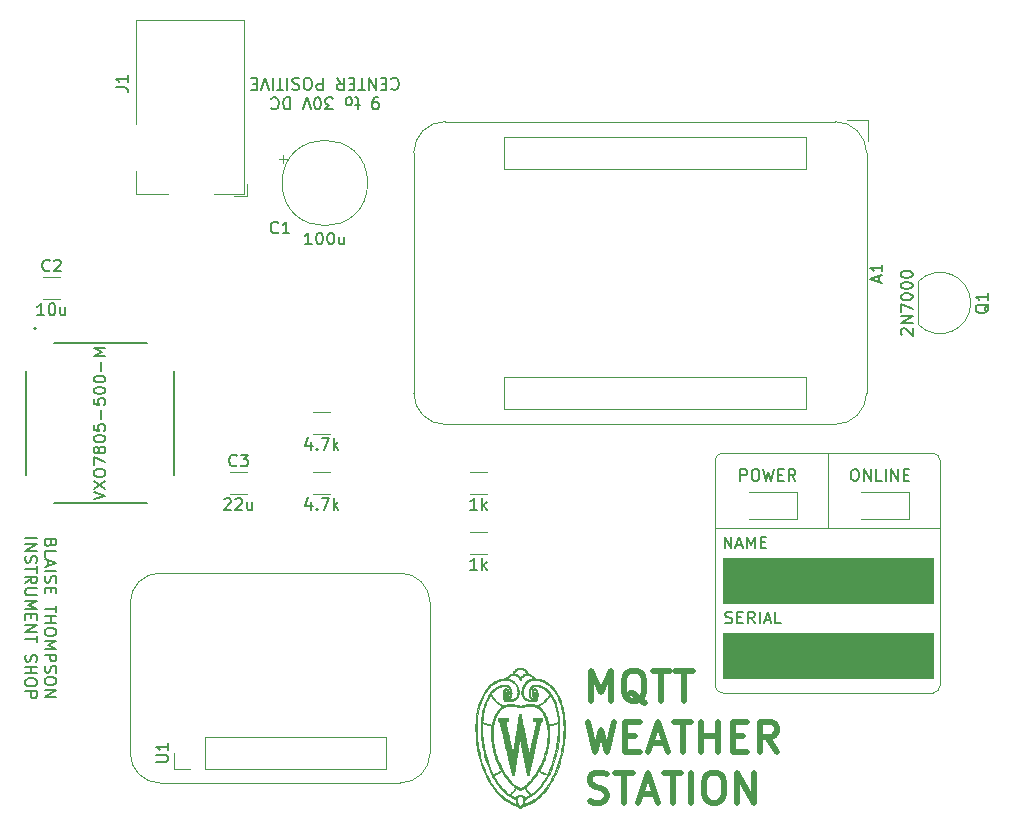
<source format=gbr>
From 751e664a28892fd92694abf3d821d068013e9453 Mon Sep 17 00:00:00 2001
From: Blaise Thompson <blaise@untzag.com>
Date: Mon, 8 Mar 2021 13:21:37 -0600
Subject: initial commit

---
 gerber/weather-F_SilkS.gbr | 7340 ++++++++++++++++++++++++++++++++++++++++++++
 1 file changed, 7340 insertions(+)
 create mode 100644 gerber/weather-F_SilkS.gbr

(limited to 'gerber/weather-F_SilkS.gbr')

diff --git a/gerber/weather-F_SilkS.gbr b/gerber/weather-F_SilkS.gbr
new file mode 100644
index 0000000..bc52806
--- /dev/null
+++ b/gerber/weather-F_SilkS.gbr
@@ -0,0 +1,7340 @@
+%TF.GenerationSoftware,KiCad,Pcbnew,5.1.8+dfsg1-1+b1*%
+%TF.CreationDate,2020-12-29T15:19:21-06:00*%
+%TF.ProjectId,weather,77656174-6865-4722-9e6b-696361645f70,1.1.0*%
+%TF.SameCoordinates,Original*%
+%TF.FileFunction,Legend,Top*%
+%TF.FilePolarity,Positive*%
+%FSLAX46Y46*%
+G04 Gerber Fmt 4.6, Leading zero omitted, Abs format (unit mm)*
+G04 Created by KiCad (PCBNEW 5.1.8+dfsg1-1+b1) date 2020-12-29 15:19:21*
+%MOMM*%
+%LPD*%
+G01*
+G04 APERTURE LIST*
+%ADD10C,0.120000*%
+%ADD11C,0.100000*%
+%ADD12C,0.150000*%
+%ADD13C,0.508000*%
+%ADD14C,0.127000*%
+%ADD15C,0.200000*%
+%ADD16C,0.010000*%
+G04 APERTURE END LIST*
+D10*
+X107950000Y-95885000D02*
+X107950000Y-76835000D01*
+X127000000Y-76835000D02*
+X127000000Y-95885000D01*
+X127000000Y-95885000D02*
+G75*
+G02*
+X126365000Y-96520000I-635000J0D01*
+G01*
+X117475000Y-82550000D02*
+X127000000Y-82550000D01*
+X117475000Y-82550000D02*
+X107950000Y-82550000D01*
+X117475000Y-76200000D02*
+X117475000Y-82550000D01*
+X126365000Y-96520000D02*
+X108585000Y-96520000D01*
+X126365000Y-76200000D02*
+X108585000Y-76200000D01*
+D11*
+G36*
+X126365000Y-95250000D02*
+G01*
+X108585000Y-95250000D01*
+X108585000Y-91440000D01*
+X126365000Y-91440000D01*
+X126365000Y-95250000D01*
+G37*
+X126365000Y-95250000D02*
+X108585000Y-95250000D01*
+X108585000Y-91440000D01*
+X126365000Y-91440000D01*
+X126365000Y-95250000D01*
+G36*
+X126365000Y-88900000D02*
+G01*
+X108585000Y-88900000D01*
+X108585000Y-85090000D01*
+X126365000Y-85090000D01*
+X126365000Y-88900000D01*
+G37*
+X126365000Y-88900000D02*
+X108585000Y-88900000D01*
+X108585000Y-85090000D01*
+X126365000Y-85090000D01*
+X126365000Y-88900000D01*
+D12*
+X108815476Y-90574761D02*
+X108958333Y-90622380D01*
+X109196428Y-90622380D01*
+X109291666Y-90574761D01*
+X109339285Y-90527142D01*
+X109386904Y-90431904D01*
+X109386904Y-90336666D01*
+X109339285Y-90241428D01*
+X109291666Y-90193809D01*
+X109196428Y-90146190D01*
+X109005952Y-90098571D01*
+X108910714Y-90050952D01*
+X108863095Y-90003333D01*
+X108815476Y-89908095D01*
+X108815476Y-89812857D01*
+X108863095Y-89717619D01*
+X108910714Y-89670000D01*
+X109005952Y-89622380D01*
+X109244047Y-89622380D01*
+X109386904Y-89670000D01*
+X109815476Y-90098571D02*
+X110148809Y-90098571D01*
+X110291666Y-90622380D02*
+X109815476Y-90622380D01*
+X109815476Y-89622380D01*
+X110291666Y-89622380D01*
+X111291666Y-90622380D02*
+X110958333Y-90146190D01*
+X110720238Y-90622380D02*
+X110720238Y-89622380D01*
+X111101190Y-89622380D01*
+X111196428Y-89670000D01*
+X111244047Y-89717619D01*
+X111291666Y-89812857D01*
+X111291666Y-89955714D01*
+X111244047Y-90050952D01*
+X111196428Y-90098571D01*
+X111101190Y-90146190D01*
+X110720238Y-90146190D01*
+X111720238Y-90622380D02*
+X111720238Y-89622380D01*
+X112148809Y-90336666D02*
+X112625000Y-90336666D01*
+X112053571Y-90622380D02*
+X112386904Y-89622380D01*
+X112720238Y-90622380D01*
+X113529761Y-90622380D02*
+X113053571Y-90622380D01*
+X113053571Y-89622380D01*
+X108751904Y-84272380D02*
+X108751904Y-83272380D01*
+X109323333Y-84272380D01*
+X109323333Y-83272380D01*
+X109751904Y-83986666D02*
+X110228095Y-83986666D01*
+X109656666Y-84272380D02*
+X109990000Y-83272380D01*
+X110323333Y-84272380D01*
+X110656666Y-84272380D02*
+X110656666Y-83272380D01*
+X110990000Y-83986666D01*
+X111323333Y-83272380D01*
+X111323333Y-84272380D01*
+X111799523Y-83748571D02*
+X112132857Y-83748571D01*
+X112275714Y-84272380D02*
+X111799523Y-84272380D01*
+X111799523Y-83272380D01*
+X112275714Y-83272380D01*
+X79382380Y-46092619D02*
+X79191904Y-46092619D01*
+X79096666Y-46140238D01*
+X79049047Y-46187857D01*
+X78953809Y-46330714D01*
+X78906190Y-46521190D01*
+X78906190Y-46902142D01*
+X78953809Y-46997380D01*
+X79001428Y-47045000D01*
+X79096666Y-47092619D01*
+X79287142Y-47092619D01*
+X79382380Y-47045000D01*
+X79430000Y-46997380D01*
+X79477619Y-46902142D01*
+X79477619Y-46664047D01*
+X79430000Y-46568809D01*
+X79382380Y-46521190D01*
+X79287142Y-46473571D01*
+X79096666Y-46473571D01*
+X79001428Y-46521190D01*
+X78953809Y-46568809D01*
+X78906190Y-46664047D01*
+X77858571Y-46759285D02*
+X77477619Y-46759285D01*
+X77715714Y-47092619D02*
+X77715714Y-46235476D01*
+X77668095Y-46140238D01*
+X77572857Y-46092619D01*
+X77477619Y-46092619D01*
+X77001428Y-46092619D02*
+X77096666Y-46140238D01*
+X77144285Y-46187857D01*
+X77191904Y-46283095D01*
+X77191904Y-46568809D01*
+X77144285Y-46664047D01*
+X77096666Y-46711666D01*
+X77001428Y-46759285D01*
+X76858571Y-46759285D01*
+X76763333Y-46711666D01*
+X76715714Y-46664047D01*
+X76668095Y-46568809D01*
+X76668095Y-46283095D01*
+X76715714Y-46187857D01*
+X76763333Y-46140238D01*
+X76858571Y-46092619D01*
+X77001428Y-46092619D01*
+X75572857Y-47092619D02*
+X74953809Y-47092619D01*
+X75287142Y-46711666D01*
+X75144285Y-46711666D01*
+X75049047Y-46664047D01*
+X75001428Y-46616428D01*
+X74953809Y-46521190D01*
+X74953809Y-46283095D01*
+X75001428Y-46187857D01*
+X75049047Y-46140238D01*
+X75144285Y-46092619D01*
+X75430000Y-46092619D01*
+X75525238Y-46140238D01*
+X75572857Y-46187857D01*
+X74334761Y-47092619D02*
+X74239523Y-47092619D01*
+X74144285Y-47045000D01*
+X74096666Y-46997380D01*
+X74049047Y-46902142D01*
+X74001428Y-46711666D01*
+X74001428Y-46473571D01*
+X74049047Y-46283095D01*
+X74096666Y-46187857D01*
+X74144285Y-46140238D01*
+X74239523Y-46092619D01*
+X74334761Y-46092619D01*
+X74430000Y-46140238D01*
+X74477619Y-46187857D01*
+X74525238Y-46283095D01*
+X74572857Y-46473571D01*
+X74572857Y-46711666D01*
+X74525238Y-46902142D01*
+X74477619Y-46997380D01*
+X74430000Y-47045000D01*
+X74334761Y-47092619D01*
+X73715714Y-47092619D02*
+X73382380Y-46092619D01*
+X73049047Y-47092619D01*
+X71953809Y-46092619D02*
+X71953809Y-47092619D01*
+X71715714Y-47092619D01*
+X71572857Y-47045000D01*
+X71477619Y-46949761D01*
+X71430000Y-46854523D01*
+X71382380Y-46664047D01*
+X71382380Y-46521190D01*
+X71430000Y-46330714D01*
+X71477619Y-46235476D01*
+X71572857Y-46140238D01*
+X71715714Y-46092619D01*
+X71953809Y-46092619D01*
+X70382380Y-46187857D02*
+X70430000Y-46140238D01*
+X70572857Y-46092619D01*
+X70668095Y-46092619D01*
+X70810952Y-46140238D01*
+X70906190Y-46235476D01*
+X70953809Y-46330714D01*
+X71001428Y-46521190D01*
+X71001428Y-46664047D01*
+X70953809Y-46854523D01*
+X70906190Y-46949761D01*
+X70810952Y-47045000D01*
+X70668095Y-47092619D01*
+X70572857Y-47092619D01*
+X70430000Y-47045000D01*
+X70382380Y-46997380D01*
+X80549047Y-44537857D02*
+X80596666Y-44490238D01*
+X80739523Y-44442619D01*
+X80834761Y-44442619D01*
+X80977619Y-44490238D01*
+X81072857Y-44585476D01*
+X81120476Y-44680714D01*
+X81168095Y-44871190D01*
+X81168095Y-45014047D01*
+X81120476Y-45204523D01*
+X81072857Y-45299761D01*
+X80977619Y-45395000D01*
+X80834761Y-45442619D01*
+X80739523Y-45442619D01*
+X80596666Y-45395000D01*
+X80549047Y-45347380D01*
+X80120476Y-44966428D02*
+X79787142Y-44966428D01*
+X79644285Y-44442619D02*
+X80120476Y-44442619D01*
+X80120476Y-45442619D01*
+X79644285Y-45442619D01*
+X79215714Y-44442619D02*
+X79215714Y-45442619D01*
+X78644285Y-44442619D01*
+X78644285Y-45442619D01*
+X78310952Y-45442619D02*
+X77739523Y-45442619D01*
+X78025238Y-44442619D02*
+X78025238Y-45442619D01*
+X77406190Y-44966428D02*
+X77072857Y-44966428D01*
+X76930000Y-44442619D02*
+X77406190Y-44442619D01*
+X77406190Y-45442619D01*
+X76930000Y-45442619D01*
+X75930000Y-44442619D02*
+X76263333Y-44918809D01*
+X76501428Y-44442619D02*
+X76501428Y-45442619D01*
+X76120476Y-45442619D01*
+X76025238Y-45395000D01*
+X75977619Y-45347380D01*
+X75930000Y-45252142D01*
+X75930000Y-45109285D01*
+X75977619Y-45014047D01*
+X76025238Y-44966428D01*
+X76120476Y-44918809D01*
+X76501428Y-44918809D01*
+X74739523Y-44442619D02*
+X74739523Y-45442619D01*
+X74358571Y-45442619D01*
+X74263333Y-45395000D01*
+X74215714Y-45347380D01*
+X74168095Y-45252142D01*
+X74168095Y-45109285D01*
+X74215714Y-45014047D01*
+X74263333Y-44966428D01*
+X74358571Y-44918809D01*
+X74739523Y-44918809D01*
+X73549047Y-45442619D02*
+X73358571Y-45442619D01*
+X73263333Y-45395000D01*
+X73168095Y-45299761D01*
+X73120476Y-45109285D01*
+X73120476Y-44775952D01*
+X73168095Y-44585476D01*
+X73263333Y-44490238D01*
+X73358571Y-44442619D01*
+X73549047Y-44442619D01*
+X73644285Y-44490238D01*
+X73739523Y-44585476D01*
+X73787142Y-44775952D01*
+X73787142Y-45109285D01*
+X73739523Y-45299761D01*
+X73644285Y-45395000D01*
+X73549047Y-45442619D01*
+X72739523Y-44490238D02*
+X72596666Y-44442619D01*
+X72358571Y-44442619D01*
+X72263333Y-44490238D01*
+X72215714Y-44537857D01*
+X72168095Y-44633095D01*
+X72168095Y-44728333D01*
+X72215714Y-44823571D01*
+X72263333Y-44871190D01*
+X72358571Y-44918809D01*
+X72549047Y-44966428D01*
+X72644285Y-45014047D01*
+X72691904Y-45061666D01*
+X72739523Y-45156904D01*
+X72739523Y-45252142D01*
+X72691904Y-45347380D01*
+X72644285Y-45395000D01*
+X72549047Y-45442619D01*
+X72310952Y-45442619D01*
+X72168095Y-45395000D01*
+X71739523Y-44442619D02*
+X71739523Y-45442619D01*
+X71406190Y-45442619D02*
+X70834761Y-45442619D01*
+X71120476Y-44442619D02*
+X71120476Y-45442619D01*
+X70501428Y-44442619D02*
+X70501428Y-45442619D01*
+X70168095Y-45442619D02*
+X69834761Y-44442619D01*
+X69501428Y-45442619D01*
+X69168095Y-44966428D02*
+X68834761Y-44966428D01*
+X68691904Y-44442619D02*
+X69168095Y-44442619D01*
+X69168095Y-45442619D01*
+X68691904Y-45442619D01*
+X51696428Y-83836666D02*
+X51648809Y-83979523D01*
+X51601190Y-84027142D01*
+X51505952Y-84074761D01*
+X51363095Y-84074761D01*
+X51267857Y-84027142D01*
+X51220238Y-83979523D01*
+X51172619Y-83884285D01*
+X51172619Y-83503333D01*
+X52172619Y-83503333D01*
+X52172619Y-83836666D01*
+X52125000Y-83931904D01*
+X52077380Y-83979523D01*
+X51982142Y-84027142D01*
+X51886904Y-84027142D01*
+X51791666Y-83979523D01*
+X51744047Y-83931904D01*
+X51696428Y-83836666D01*
+X51696428Y-83503333D01*
+X51172619Y-84979523D02*
+X51172619Y-84503333D01*
+X52172619Y-84503333D01*
+X51458333Y-85265238D02*
+X51458333Y-85741428D01*
+X51172619Y-85170000D02*
+X52172619Y-85503333D01*
+X51172619Y-85836666D01*
+X51172619Y-86170000D02*
+X52172619Y-86170000D01*
+X51220238Y-86598571D02*
+X51172619Y-86741428D01*
+X51172619Y-86979523D01*
+X51220238Y-87074761D01*
+X51267857Y-87122380D01*
+X51363095Y-87170000D01*
+X51458333Y-87170000D01*
+X51553571Y-87122380D01*
+X51601190Y-87074761D01*
+X51648809Y-86979523D01*
+X51696428Y-86789047D01*
+X51744047Y-86693809D01*
+X51791666Y-86646190D01*
+X51886904Y-86598571D01*
+X51982142Y-86598571D01*
+X52077380Y-86646190D01*
+X52125000Y-86693809D01*
+X52172619Y-86789047D01*
+X52172619Y-87027142D01*
+X52125000Y-87170000D01*
+X51696428Y-87598571D02*
+X51696428Y-87931904D01*
+X51172619Y-88074761D02*
+X51172619Y-87598571D01*
+X52172619Y-87598571D01*
+X52172619Y-88074761D01*
+X52172619Y-89122380D02*
+X52172619Y-89693809D01*
+X51172619Y-89408095D02*
+X52172619Y-89408095D01*
+X51172619Y-90027142D02*
+X52172619Y-90027142D01*
+X51696428Y-90027142D02*
+X51696428Y-90598571D01*
+X51172619Y-90598571D02*
+X52172619Y-90598571D01*
+X52172619Y-91265238D02*
+X52172619Y-91455714D01*
+X52125000Y-91550952D01*
+X52029761Y-91646190D01*
+X51839285Y-91693809D01*
+X51505952Y-91693809D01*
+X51315476Y-91646190D01*
+X51220238Y-91550952D01*
+X51172619Y-91455714D01*
+X51172619Y-91265238D01*
+X51220238Y-91170000D01*
+X51315476Y-91074761D01*
+X51505952Y-91027142D01*
+X51839285Y-91027142D01*
+X52029761Y-91074761D01*
+X52125000Y-91170000D01*
+X52172619Y-91265238D01*
+X51172619Y-92122380D02*
+X52172619Y-92122380D01*
+X51458333Y-92455714D01*
+X52172619Y-92789047D01*
+X51172619Y-92789047D01*
+X51172619Y-93265238D02*
+X52172619Y-93265238D01*
+X52172619Y-93646190D01*
+X52125000Y-93741428D01*
+X52077380Y-93789047D01*
+X51982142Y-93836666D01*
+X51839285Y-93836666D01*
+X51744047Y-93789047D01*
+X51696428Y-93741428D01*
+X51648809Y-93646190D01*
+X51648809Y-93265238D01*
+X51220238Y-94217619D02*
+X51172619Y-94360476D01*
+X51172619Y-94598571D01*
+X51220238Y-94693809D01*
+X51267857Y-94741428D01*
+X51363095Y-94789047D01*
+X51458333Y-94789047D01*
+X51553571Y-94741428D01*
+X51601190Y-94693809D01*
+X51648809Y-94598571D01*
+X51696428Y-94408095D01*
+X51744047Y-94312857D01*
+X51791666Y-94265238D01*
+X51886904Y-94217619D01*
+X51982142Y-94217619D01*
+X52077380Y-94265238D01*
+X52125000Y-94312857D01*
+X52172619Y-94408095D01*
+X52172619Y-94646190D01*
+X52125000Y-94789047D01*
+X52172619Y-95408095D02*
+X52172619Y-95598571D01*
+X52125000Y-95693809D01*
+X52029761Y-95789047D01*
+X51839285Y-95836666D01*
+X51505952Y-95836666D01*
+X51315476Y-95789047D01*
+X51220238Y-95693809D01*
+X51172619Y-95598571D01*
+X51172619Y-95408095D01*
+X51220238Y-95312857D01*
+X51315476Y-95217619D01*
+X51505952Y-95170000D01*
+X51839285Y-95170000D01*
+X52029761Y-95217619D01*
+X52125000Y-95312857D01*
+X52172619Y-95408095D01*
+X51172619Y-96265238D02*
+X52172619Y-96265238D01*
+X51172619Y-96836666D01*
+X52172619Y-96836666D01*
+X49522619Y-83431904D02*
+X50522619Y-83431904D01*
+X49522619Y-83908095D02*
+X50522619Y-83908095D01*
+X49522619Y-84479523D01*
+X50522619Y-84479523D01*
+X49570238Y-84908095D02*
+X49522619Y-85050952D01*
+X49522619Y-85289047D01*
+X49570238Y-85384285D01*
+X49617857Y-85431904D01*
+X49713095Y-85479523D01*
+X49808333Y-85479523D01*
+X49903571Y-85431904D01*
+X49951190Y-85384285D01*
+X49998809Y-85289047D01*
+X50046428Y-85098571D01*
+X50094047Y-85003333D01*
+X50141666Y-84955714D01*
+X50236904Y-84908095D01*
+X50332142Y-84908095D01*
+X50427380Y-84955714D01*
+X50475000Y-85003333D01*
+X50522619Y-85098571D01*
+X50522619Y-85336666D01*
+X50475000Y-85479523D01*
+X50522619Y-85765238D02*
+X50522619Y-86336666D01*
+X49522619Y-86050952D02*
+X50522619Y-86050952D01*
+X49522619Y-87241428D02*
+X49998809Y-86908095D01*
+X49522619Y-86670000D02*
+X50522619Y-86670000D01*
+X50522619Y-87050952D01*
+X50475000Y-87146190D01*
+X50427380Y-87193809D01*
+X50332142Y-87241428D01*
+X50189285Y-87241428D01*
+X50094047Y-87193809D01*
+X50046428Y-87146190D01*
+X49998809Y-87050952D01*
+X49998809Y-86670000D01*
+X50522619Y-87670000D02*
+X49713095Y-87670000D01*
+X49617857Y-87717619D01*
+X49570238Y-87765238D01*
+X49522619Y-87860476D01*
+X49522619Y-88050952D01*
+X49570238Y-88146190D01*
+X49617857Y-88193809D01*
+X49713095Y-88241428D01*
+X50522619Y-88241428D01*
+X49522619Y-88717619D02*
+X50522619Y-88717619D01*
+X49808333Y-89050952D01*
+X50522619Y-89384285D01*
+X49522619Y-89384285D01*
+X50046428Y-89860476D02*
+X50046428Y-90193809D01*
+X49522619Y-90336666D02*
+X49522619Y-89860476D01*
+X50522619Y-89860476D01*
+X50522619Y-90336666D01*
+X49522619Y-90765238D02*
+X50522619Y-90765238D01*
+X49522619Y-91336666D01*
+X50522619Y-91336666D01*
+X50522619Y-91670000D02*
+X50522619Y-92241428D01*
+X49522619Y-91955714D02*
+X50522619Y-91955714D01*
+X49570238Y-93289047D02*
+X49522619Y-93431904D01*
+X49522619Y-93670000D01*
+X49570238Y-93765238D01*
+X49617857Y-93812857D01*
+X49713095Y-93860476D01*
+X49808333Y-93860476D01*
+X49903571Y-93812857D01*
+X49951190Y-93765238D01*
+X49998809Y-93670000D01*
+X50046428Y-93479523D01*
+X50094047Y-93384285D01*
+X50141666Y-93336666D01*
+X50236904Y-93289047D01*
+X50332142Y-93289047D01*
+X50427380Y-93336666D01*
+X50475000Y-93384285D01*
+X50522619Y-93479523D01*
+X50522619Y-93717619D01*
+X50475000Y-93860476D01*
+X49522619Y-94289047D02*
+X50522619Y-94289047D01*
+X50046428Y-94289047D02*
+X50046428Y-94860476D01*
+X49522619Y-94860476D02*
+X50522619Y-94860476D01*
+X50522619Y-95527142D02*
+X50522619Y-95717619D01*
+X50475000Y-95812857D01*
+X50379761Y-95908095D01*
+X50189285Y-95955714D01*
+X49855952Y-95955714D01*
+X49665476Y-95908095D01*
+X49570238Y-95812857D01*
+X49522619Y-95717619D01*
+X49522619Y-95527142D01*
+X49570238Y-95431904D01*
+X49665476Y-95336666D01*
+X49855952Y-95289047D01*
+X50189285Y-95289047D01*
+X50379761Y-95336666D01*
+X50475000Y-95431904D01*
+X50522619Y-95527142D01*
+X49522619Y-96384285D02*
+X50522619Y-96384285D01*
+X50522619Y-96765238D01*
+X50475000Y-96860476D01*
+X50427380Y-96908095D01*
+X50332142Y-96955714D01*
+X50189285Y-96955714D01*
+X50094047Y-96908095D01*
+X50046428Y-96860476D01*
+X49998809Y-96765238D01*
+X49998809Y-96384285D01*
+D10*
+X126365000Y-76200000D02*
+G75*
+G02*
+X127000000Y-76835000I0J-635000D01*
+G01*
+X108585000Y-96520000D02*
+G75*
+G02*
+X107950000Y-95885000I0J635000D01*
+G01*
+X107950000Y-76835000D02*
+G75*
+G02*
+X108585000Y-76200000I635000J0D01*
+G01*
+D12*
+X119681904Y-77557380D02*
+X119872380Y-77557380D01*
+X119967619Y-77605000D01*
+X120062857Y-77700238D01*
+X120110476Y-77890714D01*
+X120110476Y-78224047D01*
+X120062857Y-78414523D01*
+X119967619Y-78509761D01*
+X119872380Y-78557380D01*
+X119681904Y-78557380D01*
+X119586666Y-78509761D01*
+X119491428Y-78414523D01*
+X119443809Y-78224047D01*
+X119443809Y-77890714D01*
+X119491428Y-77700238D01*
+X119586666Y-77605000D01*
+X119681904Y-77557380D01*
+X120539047Y-78557380D02*
+X120539047Y-77557380D01*
+X121110476Y-78557380D01*
+X121110476Y-77557380D01*
+X122062857Y-78557380D02*
+X121586666Y-78557380D01*
+X121586666Y-77557380D01*
+X122396190Y-78557380D02*
+X122396190Y-77557380D01*
+X122872380Y-78557380D02*
+X122872380Y-77557380D01*
+X123443809Y-78557380D01*
+X123443809Y-77557380D01*
+X123920000Y-78033571D02*
+X124253333Y-78033571D01*
+X124396190Y-78557380D02*
+X123920000Y-78557380D01*
+X123920000Y-77557380D01*
+X124396190Y-77557380D01*
+X110085476Y-78557380D02*
+X110085476Y-77557380D01*
+X110466428Y-77557380D01*
+X110561666Y-77605000D01*
+X110609285Y-77652619D01*
+X110656904Y-77747857D01*
+X110656904Y-77890714D01*
+X110609285Y-77985952D01*
+X110561666Y-78033571D01*
+X110466428Y-78081190D01*
+X110085476Y-78081190D01*
+X111275952Y-77557380D02*
+X111466428Y-77557380D01*
+X111561666Y-77605000D01*
+X111656904Y-77700238D01*
+X111704523Y-77890714D01*
+X111704523Y-78224047D01*
+X111656904Y-78414523D01*
+X111561666Y-78509761D01*
+X111466428Y-78557380D01*
+X111275952Y-78557380D01*
+X111180714Y-78509761D01*
+X111085476Y-78414523D01*
+X111037857Y-78224047D01*
+X111037857Y-77890714D01*
+X111085476Y-77700238D01*
+X111180714Y-77605000D01*
+X111275952Y-77557380D01*
+X112037857Y-77557380D02*
+X112275952Y-78557380D01*
+X112466428Y-77843095D01*
+X112656904Y-78557380D01*
+X112895000Y-77557380D01*
+X113275952Y-78033571D02*
+X113609285Y-78033571D01*
+X113752142Y-78557380D02*
+X113275952Y-78557380D01*
+X113275952Y-77557380D01*
+X113752142Y-77557380D01*
+X114752142Y-78557380D02*
+X114418809Y-78081190D01*
+X114180714Y-78557380D02*
+X114180714Y-77557380D01*
+X114561666Y-77557380D01*
+X114656904Y-77605000D01*
+X114704523Y-77652619D01*
+X114752142Y-77747857D01*
+X114752142Y-77890714D01*
+X114704523Y-77985952D01*
+X114656904Y-78033571D01*
+X114561666Y-78081190D01*
+X114180714Y-78081190D01*
+D13*
+X97454961Y-97161047D02*
+X97454961Y-94621047D01*
+X98301628Y-96435333D01*
+X99148295Y-94621047D01*
+X99148295Y-97161047D01*
+X102051152Y-97402952D02*
+X101809247Y-97282000D01*
+X101567342Y-97040095D01*
+X101204485Y-96677238D01*
+X100962580Y-96556285D01*
+X100720676Y-96556285D01*
+X100841628Y-97161047D02*
+X100599723Y-97040095D01*
+X100357819Y-96798190D01*
+X100236866Y-96314380D01*
+X100236866Y-95467714D01*
+X100357819Y-94983904D01*
+X100599723Y-94742000D01*
+X100841628Y-94621047D01*
+X101325438Y-94621047D01*
+X101567342Y-94742000D01*
+X101809247Y-94983904D01*
+X101930200Y-95467714D01*
+X101930200Y-96314380D01*
+X101809247Y-96798190D01*
+X101567342Y-97040095D01*
+X101325438Y-97161047D01*
+X100841628Y-97161047D01*
+X102655914Y-94621047D02*
+X104107342Y-94621047D01*
+X103381628Y-97161047D02*
+X103381628Y-94621047D01*
+X104591152Y-94621047D02*
+X106042580Y-94621047D01*
+X105316866Y-97161047D02*
+X105316866Y-94621047D01*
+X97213057Y-98939047D02*
+X97817819Y-101479047D01*
+X98301628Y-99664761D01*
+X98785438Y-101479047D01*
+X99390200Y-98939047D01*
+X100357819Y-100148571D02*
+X101204485Y-100148571D01*
+X101567342Y-101479047D02*
+X100357819Y-101479047D01*
+X100357819Y-98939047D01*
+X101567342Y-98939047D01*
+X102534961Y-100753333D02*
+X103744485Y-100753333D01*
+X102293057Y-101479047D02*
+X103139723Y-98939047D01*
+X103986390Y-101479047D01*
+X104470200Y-98939047D02*
+X105921628Y-98939047D01*
+X105195914Y-101479047D02*
+X105195914Y-98939047D01*
+X106768295Y-101479047D02*
+X106768295Y-98939047D01*
+X106768295Y-100148571D02*
+X108219723Y-100148571D01*
+X108219723Y-101479047D02*
+X108219723Y-98939047D01*
+X109429247Y-100148571D02*
+X110275914Y-100148571D01*
+X110638771Y-101479047D02*
+X109429247Y-101479047D01*
+X109429247Y-98939047D01*
+X110638771Y-98939047D01*
+X113178771Y-101479047D02*
+X112332104Y-100269523D01*
+X111727342Y-101479047D02*
+X111727342Y-98939047D01*
+X112694961Y-98939047D01*
+X112936866Y-99060000D01*
+X113057819Y-99180952D01*
+X113178771Y-99422857D01*
+X113178771Y-99785714D01*
+X113057819Y-100027619D01*
+X112936866Y-100148571D01*
+X112694961Y-100269523D01*
+X111727342Y-100269523D01*
+X97334009Y-105676095D02*
+X97696866Y-105797047D01*
+X98301628Y-105797047D01*
+X98543533Y-105676095D01*
+X98664485Y-105555142D01*
+X98785438Y-105313238D01*
+X98785438Y-105071333D01*
+X98664485Y-104829428D01*
+X98543533Y-104708476D01*
+X98301628Y-104587523D01*
+X97817819Y-104466571D01*
+X97575914Y-104345619D01*
+X97454961Y-104224666D01*
+X97334009Y-103982761D01*
+X97334009Y-103740857D01*
+X97454961Y-103498952D01*
+X97575914Y-103378000D01*
+X97817819Y-103257047D01*
+X98422580Y-103257047D01*
+X98785438Y-103378000D01*
+X99511152Y-103257047D02*
+X100962580Y-103257047D01*
+X100236866Y-105797047D02*
+X100236866Y-103257047D01*
+X101688295Y-105071333D02*
+X102897819Y-105071333D01*
+X101446390Y-105797047D02*
+X102293057Y-103257047D01*
+X103139723Y-105797047D01*
+X103623533Y-103257047D02*
+X105074961Y-103257047D01*
+X104349247Y-105797047D02*
+X104349247Y-103257047D01*
+X105921628Y-105797047D02*
+X105921628Y-103257047D01*
+X107614961Y-103257047D02*
+X108098771Y-103257047D01*
+X108340676Y-103378000D01*
+X108582580Y-103619904D01*
+X108703533Y-104103714D01*
+X108703533Y-104950380D01*
+X108582580Y-105434190D01*
+X108340676Y-105676095D01*
+X108098771Y-105797047D01*
+X107614961Y-105797047D01*
+X107373057Y-105676095D01*
+X107131152Y-105434190D01*
+X107010200Y-104950380D01*
+X107010200Y-104103714D01*
+X107131152Y-103619904D01*
+X107373057Y-103378000D01*
+X107614961Y-103257047D01*
+X109792104Y-105797047D02*
+X109792104Y-103257047D01*
+X111243533Y-105797047D01*
+X111243533Y-103257047D01*
+D10*
+X83820000Y-101600000D02*
+X83820000Y-88900000D01*
+X60960000Y-104140000D02*
+X81280000Y-104140000D01*
+X58420000Y-88900000D02*
+X58420000Y-101600000D01*
+X81280000Y-86360000D02*
+X60960000Y-86360000D01*
+X83820000Y-101600000D02*
+G75*
+G02*
+X81280000Y-104140000I-2540000J0D01*
+G01*
+X60960000Y-104140000D02*
+G75*
+G02*
+X58420000Y-101600000I0J2540000D01*
+G01*
+X58420000Y-88900000D02*
+G75*
+G02*
+X60960000Y-86360000I2540000J0D01*
+G01*
+X81280000Y-86360000D02*
+G75*
+G02*
+X83820000Y-88900000I0J-2540000D01*
+G01*
+%TO.C,C1*%
+X71385277Y-50955000D02*
+X71385277Y-51655000D01*
+X71035277Y-51305000D02*
+X71735277Y-51305000D01*
+X78530000Y-53340000D02*
+G75*
+G03*
+X78530000Y-53340000I-3620000J0D01*
+G01*
+D14*
+%TO.C,PS1*%
+X49630000Y-78090000D02*
+X49630000Y-69230000D01*
+X62130000Y-69230000D02*
+X62130000Y-78090000D01*
+X59810000Y-80410000D02*
+X51950000Y-80410000D01*
+D15*
+X50480000Y-65660000D02*
+G75*
+G03*
+X50480000Y-65660000I-100000J0D01*
+G01*
+D14*
+X51950000Y-66910000D02*
+X59810000Y-66910000D01*
+D10*
+%TO.C,R4*%
+X73922936Y-79650000D02*
+X75377064Y-79650000D01*
+X73922936Y-77830000D02*
+X75377064Y-77830000D01*
+%TO.C,R3*%
+X73922936Y-74570000D02*
+X75377064Y-74570000D01*
+X73922936Y-72750000D02*
+X75377064Y-72750000D01*
+%TO.C,Q1*%
+X125150000Y-61700000D02*
+X125150000Y-65300000D01*
+X125161522Y-65338478D02*
+G75*
+G03*
+X129600000Y-63500000I1838478J1838478D01*
+G01*
+X125161522Y-61661522D02*
+G75*
+G02*
+X129600000Y-63500000I1838478J-1838478D01*
+G01*
+%TO.C,C3*%
+X66891248Y-79650000D02*
+X68313752Y-79650000D01*
+X66891248Y-77830000D02*
+X68313752Y-77830000D01*
+%TO.C,C2*%
+X51066248Y-63140000D02*
+X52488752Y-63140000D01*
+X51066248Y-61320000D02*
+X52488752Y-61320000D01*
+D16*
+%TO.C,G\u002A\u002A\u002A*%
+G36*
+X91430497Y-98277841D02*
+G01*
+X91447933Y-98278488D01*
+X91458683Y-98279868D01*
+X91464481Y-98282227D01*
+X91467064Y-98285810D01*
+X91467312Y-98286570D01*
+X91468537Y-98292166D01*
+X91471761Y-98307346D01*
+X91476909Y-98331744D01*
+X91483904Y-98364999D01*
+X91492670Y-98406746D01*
+X91503132Y-98456623D01*
+X91515213Y-98514267D01*
+X91528838Y-98579314D01*
+X91543930Y-98651400D01*
+X91560413Y-98730164D01*
+X91578212Y-98815240D01*
+X91597251Y-98906267D01*
+X91617452Y-99002881D01*
+X91638742Y-99104719D01*
+X91661043Y-99211417D01*
+X91684279Y-99322613D01*
+X91708375Y-99437942D01*
+X91733255Y-99557043D01*
+X91758842Y-99679551D01*
+X91785061Y-99805103D01*
+X91811835Y-99933336D01*
+X91823589Y-99989640D01*
+X91850596Y-100118994D01*
+X91877087Y-100245858D01*
+X91902985Y-100369867D01*
+X91928216Y-100490656D01*
+X91952702Y-100607860D01*
+X91976367Y-100721114D01*
+X91999134Y-100830053D01*
+X92020927Y-100934311D01*
+X92041671Y-101033524D01*
+X92061288Y-101127327D01*
+X92079702Y-101215354D01*
+X92096836Y-101297241D01*
+X92112615Y-101372622D01*
+X92126963Y-101441133D01*
+X92139801Y-101502408D01*
+X92151055Y-101556083D01*
+X92160648Y-101601792D01*
+X92168504Y-101639170D01*
+X92174545Y-101667853D01*
+X92178697Y-101687475D01*
+X92180882Y-101697671D01*
+X92181196Y-101699060D01*
+X92183609Y-101707405D01*
+X92185499Y-101708620D01*
+X92187792Y-101701715D01*
+X92190710Y-101688900D01*
+X92192330Y-101681781D01*
+X92196140Y-101665185D01*
+X92202042Y-101639532D01*
+X92209940Y-101605243D01*
+X92219736Y-101562740D01*
+X92231332Y-101512445D01*
+X92244633Y-101454777D01*
+X92259540Y-101390160D01*
+X92275956Y-101319013D01*
+X92293785Y-101241758D01*
+X92312928Y-101158816D01*
+X92333289Y-101070609D01*
+X92354770Y-100977558D01*
+X92377275Y-100880084D01*
+X92400706Y-100778609D01*
+X92424965Y-100673553D01*
+X92449956Y-100565338D01*
+X92475582Y-100454385D01*
+X92494338Y-100373180D01*
+X92525751Y-100237185D01*
+X92554958Y-100110732D01*
+X92582035Y-99993458D01*
+X92607057Y-99885005D01*
+X92630100Y-99785012D01*
+X92651241Y-99693119D01*
+X92670555Y-99608966D01*
+X92688118Y-99532193D01*
+X92704006Y-99462440D01*
+X92718294Y-99399347D01*
+X92731060Y-99342553D01*
+X92742378Y-99291700D01*
+X92752324Y-99246426D01*
+X92760974Y-99206371D01*
+X92768405Y-99171177D01*
+X92774692Y-99140482D01*
+X92779911Y-99113926D01*
+X92784137Y-99091150D01*
+X92787448Y-99071793D01*
+X92789918Y-99055495D01*
+X92791623Y-99041897D01*
+X92792640Y-99030638D01*
+X92793043Y-99021357D01*
+X92792910Y-99013697D01*
+X92792316Y-99007295D01*
+X92791337Y-99001792D01*
+X92790049Y-98996828D01*
+X92788527Y-98992042D01*
+X92786847Y-98987076D01*
+X92786602Y-98986340D01*
+X92771641Y-98955657D01*
+X92749555Y-98932180D01*
+X92720449Y-98915972D01*
+X92684424Y-98907098D01*
+X92656660Y-98905288D01*
+X92633898Y-98905678D01*
+X92612022Y-98906919D01*
+X92595471Y-98908751D01*
+X92594430Y-98908930D01*
+X92572840Y-98912800D01*
+X92572840Y-98658680D01*
+X93334840Y-98658680D01*
+X93334840Y-98786950D01*
+X93334841Y-98915220D01*
+X93282770Y-98915220D01*
+X93258094Y-98915485D01*
+X93240598Y-98916633D01*
+X93227312Y-98919190D01*
+X93215263Y-98923683D01*
+X93204345Y-98929115D01*
+X93175022Y-98950058D01*
+X93152361Y-98978573D01*
+X93147445Y-98987409D01*
+X93145974Y-98993070D01*
+X93142384Y-99008337D01*
+X93136745Y-99032894D01*
+X93129126Y-99066426D01*
+X93119599Y-99108618D01*
+X93108233Y-99159154D01*
+X93095099Y-99217719D01*
+X93080267Y-99283997D01*
+X93063807Y-99357673D01*
+X93045788Y-99438432D01*
+X93026282Y-99525958D01*
+X93005359Y-99619936D01*
+X92983088Y-99720050D01*
+X92959540Y-99825985D01*
+X92934785Y-99937426D01*
+X92908893Y-100054056D01*
+X92881935Y-100175562D01*
+X92853980Y-100301626D01*
+X92825099Y-100431935D01*
+X92795362Y-100566172D01*
+X92764838Y-100704022D01*
+X92733599Y-100845170D01*
+X92701715Y-100989300D01*
+X92669255Y-101136096D01*
+X92649009Y-101227689D01*
+X92616237Y-101375968D01*
+X92584011Y-101521776D01*
+X92552400Y-101664797D01*
+X92521474Y-101804715D01*
+X92491303Y-101941215D01*
+X92461956Y-102073982D01*
+X92433504Y-102202700D01*
+X92406016Y-102327055D01*
+X92379561Y-102446729D01*
+X92354210Y-102561409D01*
+X92330032Y-102670779D01*
+X92307097Y-102774522D01*
+X92285475Y-102872325D01*
+X92265235Y-102963871D01*
+X92246447Y-103048845D01*
+X92229181Y-103126931D01*
+X92213507Y-103197815D01*
+X92199494Y-103261180D01*
+X92187212Y-103316712D01*
+X92176730Y-103364094D01*
+X92168120Y-103403012D01*
+X92161449Y-103433150D01*
+X92156789Y-103454193D01*
+X92154208Y-103465825D01*
+X92153684Y-103468170D01*
+X92152204Y-103472781D01*
+X92149192Y-103475949D01*
+X92142978Y-103477944D01*
+X92131893Y-103479036D01*
+X92114265Y-103479498D01*
+X92088425Y-103479599D01*
+X92083218Y-103479600D01*
+X92015430Y-103479600D01*
+X92007226Y-103437690D01*
+X92005605Y-103429376D01*
+X92002123Y-103411482D01*
+X91996855Y-103384402D01*
+X91989879Y-103348527D01*
+X91981269Y-103304253D01*
+X91971104Y-103251971D01*
+X91959459Y-103192075D01*
+X91946411Y-103124958D01*
+X91932036Y-103051014D01*
+X91916411Y-102970636D01*
+X91899612Y-102884217D01*
+X91881716Y-102792150D01*
+X91862799Y-102694828D01*
+X91842937Y-102592646D01*
+X91822207Y-102485995D01*
+X91800685Y-102375269D01*
+X91778448Y-102260862D01*
+X91755573Y-102143167D01*
+X91732135Y-102022577D01*
+X91708211Y-101899485D01*
+X91698903Y-101851596D01*
+X91674903Y-101728128D01*
+X91651395Y-101607246D01*
+X91628456Y-101489330D01*
+X91606159Y-101374759D01*
+X91584579Y-101263914D01*
+X91563789Y-101157174D01*
+X91543863Y-101054920D01*
+X91524877Y-100957532D01*
+X91506904Y-100865389D01*
+X91490018Y-100778872D01*
+X91474294Y-100698360D01*
+X91459805Y-100624234D01*
+X91446627Y-100556873D01*
+X91434832Y-100496658D01*
+X91424496Y-100443968D01*
+X91415693Y-100399183D01*
+X91408496Y-100362684D01*
+X91402980Y-100334851D01*
+X91399220Y-100316062D01*
+X91397288Y-100306700D01*
+X91397037Y-100305663D01*
+X91396895Y-100305053D01*
+X91396855Y-100303875D01*
+X91396866Y-100302475D01*
+X91396873Y-100301199D01*
+X91396822Y-100300393D01*
+X91396662Y-100300403D01*
+X91396337Y-100301574D01*
+X91395795Y-100304253D01*
+X91394982Y-100308785D01*
+X91393845Y-100315515D01*
+X91392331Y-100324791D01*
+X91390386Y-100336957D01*
+X91387956Y-100352359D01*
+X91384989Y-100371344D01*
+X91381431Y-100394257D01*
+X91377229Y-100421444D01*
+X91372329Y-100453250D01*
+X91366678Y-100490022D01*
+X91360222Y-100532105D01*
+X91352908Y-100579846D01*
+X91344683Y-100633589D01*
+X91335493Y-100693681D01*
+X91325284Y-100760468D01*
+X91314005Y-100834295D01*
+X91301600Y-100915509D01*
+X91288018Y-101004454D01*
+X91273203Y-101101478D01*
+X91257104Y-101206925D01*
+X91239666Y-101321141D01*
+X91220836Y-101444473D01*
+X91200561Y-101577267D01*
+X91185843Y-101673660D01*
+X91167801Y-101791816D01*
+X91149907Y-101908998D01*
+X91132240Y-102024688D01*
+X91114879Y-102138368D01*
+X91097902Y-102249522D01*
+X91081390Y-102357632D01*
+X91065421Y-102462182D01*
+X91050073Y-102562654D01*
+X91035427Y-102658531D01*
+X91021560Y-102749296D01*
+X91008553Y-102834432D01*
+X90996483Y-102913421D01*
+X90985430Y-102985748D01*
+X90975474Y-103050893D01*
+X90966692Y-103108342D01*
+X90959164Y-103157575D01*
+X90952969Y-103198077D01*
+X90948186Y-103229330D01*
+X90946229Y-103242110D01*
+X90909841Y-103479600D01*
+X90759671Y-103479600D01*
+X90754611Y-103460550D01*
+X90753131Y-103454372D01*
+X90749421Y-103438617D01*
+X90743554Y-103413601D01*
+X90735606Y-103379642D01*
+X90725650Y-103337057D01*
+X90713761Y-103286164D01*
+X90700011Y-103227280D01*
+X90684475Y-103160723D01*
+X90667228Y-103086810D01*
+X90648343Y-103005858D01*
+X90627894Y-102918185D01*
+X90605955Y-102824109D01*
+X90582601Y-102723946D01*
+X90557904Y-102618014D01*
+X90531940Y-102506631D01*
+X90504782Y-102390113D01*
+X90476505Y-102268779D01*
+X90447182Y-102142946D01*
+X90416887Y-102012931D01*
+X90385694Y-101879052D01*
+X90353678Y-101741625D01*
+X90320912Y-101600969D01*
+X90287471Y-101457401D01*
+X90253427Y-101311238D01*
+X90236086Y-101236780D01*
+X90201752Y-101089367D01*
+X90167973Y-100944363D01*
+X90134823Y-100802086D01*
+X90102377Y-100662855D01*
+X90070710Y-100526988D01*
+X90039896Y-100394805D01*
+X90010008Y-100266623D01*
+X89981123Y-100142761D01*
+X89953313Y-100023539D01*
+X89926654Y-99909274D01*
+X89901219Y-99800286D01*
+X89877084Y-99696893D01*
+X89854322Y-99599413D01*
+X89833009Y-99508166D01*
+X89813217Y-99423470D01*
+X89795023Y-99345643D01*
+X89778500Y-99275005D01*
+X89763722Y-99211874D01*
+X89750765Y-99156569D01*
+X89739701Y-99109408D01*
+X89730607Y-99070710D01*
+X89723556Y-99040794D01*
+X89718622Y-99019978D01*
+X89715881Y-99008582D01*
+X89715358Y-99006523D01*
+X89701527Y-98975939D01*
+X89679157Y-98949348D01*
+X89649390Y-98927669D01*
+X89613370Y-98911820D01*
+X89589604Y-98905566D01*
+X89557860Y-98899094D01*
+X89555136Y-98658680D01*
+X90403680Y-98658680D01*
+X90403680Y-98902409D01*
+X90358694Y-98899216D01*
+X90336038Y-98897911D01*
+X90320030Y-98898153D01*
+X90307220Y-98900395D01*
+X90294153Y-98905093D01*
+X90285760Y-98908817D01*
+X90258490Y-98925867D01*
+X90237969Y-98949243D01*
+X90223912Y-98979508D01*
+X90216033Y-99017222D01*
+X90214017Y-99049840D01*
+X90214061Y-99054798D01*
+X90214375Y-99060574D01*
+X90215043Y-99067532D01*
+X90216147Y-99076038D01*
+X90217768Y-99086458D01*
+X90219991Y-99099157D01*
+X90222896Y-99114500D01*
+X90226566Y-99132853D01*
+X90231085Y-99154582D01*
+X90236534Y-99180052D01*
+X90242995Y-99209629D01*
+X90250552Y-99243678D01*
+X90259286Y-99282564D01*
+X90269280Y-99326654D01*
+X90280617Y-99376313D01*
+X90293379Y-99431906D01*
+X90307648Y-99493799D01*
+X90323507Y-99562358D01*
+X90341038Y-99637947D01*
+X90360323Y-99720933D01*
+X90381446Y-99811681D01*
+X90404489Y-99910556D01*
+X90429533Y-100017925D01*
+X90456662Y-100134152D01*
+X90485958Y-100259604D01*
+X90511895Y-100370640D01*
+X90538032Y-100482496D01*
+X90563587Y-100591806D01*
+X90588461Y-100698153D01*
+X90612556Y-100801122D01*
+X90635776Y-100900296D01*
+X90658022Y-100995258D01*
+X90679196Y-101085594D01*
+X90699200Y-101170886D01*
+X90717938Y-101250718D01*
+X90735311Y-101324675D01*
+X90751222Y-101392341D01*
+X90765572Y-101453298D01*
+X90778264Y-101507131D01*
+X90789201Y-101553425D01*
+X90798284Y-101591762D01*
+X90805415Y-101621726D01*
+X90810498Y-101642902D01*
+X90813434Y-101654873D01*
+X90814148Y-101657527D01*
+X90815240Y-101653356D01*
+X90817832Y-101639430D01*
+X90821878Y-101616033D01*
+X90827332Y-101583453D01*
+X90834150Y-101541976D01*
+X90842287Y-101491888D01*
+X90851696Y-101433474D01*
+X90862333Y-101367022D01*
+X90874153Y-101292816D01*
+X90887109Y-101211144D01*
+X90901157Y-101122292D01*
+X90916252Y-101026545D01*
+X90932348Y-100924190D01*
+X90949400Y-100815512D01*
+X90967363Y-100700799D01*
+X90986191Y-100580336D01*
+X91005839Y-100454409D01*
+X91026261Y-100323304D01*
+X91047414Y-100187308D01*
+X91069250Y-100046706D01*
+X91076273Y-100001447D01*
+X91096286Y-99872444D01*
+X91115923Y-99745882D01*
+X91135126Y-99622138D01*
+X91153835Y-99501590D01*
+X91171992Y-99384615D01*
+X91189538Y-99271593D01*
+X91206415Y-99162899D01*
+X91222564Y-99058912D01*
+X91237925Y-98960009D01*
+X91252442Y-98866569D01*
+X91266054Y-98778968D01*
+X91278703Y-98697585D01*
+X91290330Y-98622797D01*
+X91300878Y-98554982D01*
+X91310286Y-98494518D01*
+X91318497Y-98441781D01*
+X91325451Y-98397150D01*
+X91331090Y-98361003D01*
+X91335356Y-98333717D01*
+X91338189Y-98315670D01*
+X91339531Y-98307240D01*
+X91339590Y-98306890D01*
+X91344565Y-98277680D01*
+X91404640Y-98277680D01*
+X91430497Y-98277841D01*
+G37*
+X91430497Y-98277841D02*
+X91447933Y-98278488D01*
+X91458683Y-98279868D01*
+X91464481Y-98282227D01*
+X91467064Y-98285810D01*
+X91467312Y-98286570D01*
+X91468537Y-98292166D01*
+X91471761Y-98307346D01*
+X91476909Y-98331744D01*
+X91483904Y-98364999D01*
+X91492670Y-98406746D01*
+X91503132Y-98456623D01*
+X91515213Y-98514267D01*
+X91528838Y-98579314D01*
+X91543930Y-98651400D01*
+X91560413Y-98730164D01*
+X91578212Y-98815240D01*
+X91597251Y-98906267D01*
+X91617452Y-99002881D01*
+X91638742Y-99104719D01*
+X91661043Y-99211417D01*
+X91684279Y-99322613D01*
+X91708375Y-99437942D01*
+X91733255Y-99557043D01*
+X91758842Y-99679551D01*
+X91785061Y-99805103D01*
+X91811835Y-99933336D01*
+X91823589Y-99989640D01*
+X91850596Y-100118994D01*
+X91877087Y-100245858D01*
+X91902985Y-100369867D01*
+X91928216Y-100490656D01*
+X91952702Y-100607860D01*
+X91976367Y-100721114D01*
+X91999134Y-100830053D01*
+X92020927Y-100934311D01*
+X92041671Y-101033524D01*
+X92061288Y-101127327D01*
+X92079702Y-101215354D01*
+X92096836Y-101297241D01*
+X92112615Y-101372622D01*
+X92126963Y-101441133D01*
+X92139801Y-101502408D01*
+X92151055Y-101556083D01*
+X92160648Y-101601792D01*
+X92168504Y-101639170D01*
+X92174545Y-101667853D01*
+X92178697Y-101687475D01*
+X92180882Y-101697671D01*
+X92181196Y-101699060D01*
+X92183609Y-101707405D01*
+X92185499Y-101708620D01*
+X92187792Y-101701715D01*
+X92190710Y-101688900D01*
+X92192330Y-101681781D01*
+X92196140Y-101665185D01*
+X92202042Y-101639532D01*
+X92209940Y-101605243D01*
+X92219736Y-101562740D01*
+X92231332Y-101512445D01*
+X92244633Y-101454777D01*
+X92259540Y-101390160D01*
+X92275956Y-101319013D01*
+X92293785Y-101241758D01*
+X92312928Y-101158816D01*
+X92333289Y-101070609D01*
+X92354770Y-100977558D01*
+X92377275Y-100880084D01*
+X92400706Y-100778609D01*
+X92424965Y-100673553D01*
+X92449956Y-100565338D01*
+X92475582Y-100454385D01*
+X92494338Y-100373180D01*
+X92525751Y-100237185D01*
+X92554958Y-100110732D01*
+X92582035Y-99993458D01*
+X92607057Y-99885005D01*
+X92630100Y-99785012D01*
+X92651241Y-99693119D01*
+X92670555Y-99608966D01*
+X92688118Y-99532193D01*
+X92704006Y-99462440D01*
+X92718294Y-99399347D01*
+X92731060Y-99342553D01*
+X92742378Y-99291700D01*
+X92752324Y-99246426D01*
+X92760974Y-99206371D01*
+X92768405Y-99171177D01*
+X92774692Y-99140482D01*
+X92779911Y-99113926D01*
+X92784137Y-99091150D01*
+X92787448Y-99071793D01*
+X92789918Y-99055495D01*
+X92791623Y-99041897D01*
+X92792640Y-99030638D01*
+X92793043Y-99021357D01*
+X92792910Y-99013697D01*
+X92792316Y-99007295D01*
+X92791337Y-99001792D01*
+X92790049Y-98996828D01*
+X92788527Y-98992042D01*
+X92786847Y-98987076D01*
+X92786602Y-98986340D01*
+X92771641Y-98955657D01*
+X92749555Y-98932180D01*
+X92720449Y-98915972D01*
+X92684424Y-98907098D01*
+X92656660Y-98905288D01*
+X92633898Y-98905678D01*
+X92612022Y-98906919D01*
+X92595471Y-98908751D01*
+X92594430Y-98908930D01*
+X92572840Y-98912800D01*
+X92572840Y-98658680D01*
+X93334840Y-98658680D01*
+X93334840Y-98786950D01*
+X93334841Y-98915220D01*
+X93282770Y-98915220D01*
+X93258094Y-98915485D01*
+X93240598Y-98916633D01*
+X93227312Y-98919190D01*
+X93215263Y-98923683D01*
+X93204345Y-98929115D01*
+X93175022Y-98950058D01*
+X93152361Y-98978573D01*
+X93147445Y-98987409D01*
+X93145974Y-98993070D01*
+X93142384Y-99008337D01*
+X93136745Y-99032894D01*
+X93129126Y-99066426D01*
+X93119599Y-99108618D01*
+X93108233Y-99159154D01*
+X93095099Y-99217719D01*
+X93080267Y-99283997D01*
+X93063807Y-99357673D01*
+X93045788Y-99438432D01*
+X93026282Y-99525958D01*
+X93005359Y-99619936D01*
+X92983088Y-99720050D01*
+X92959540Y-99825985D01*
+X92934785Y-99937426D01*
+X92908893Y-100054056D01*
+X92881935Y-100175562D01*
+X92853980Y-100301626D01*
+X92825099Y-100431935D01*
+X92795362Y-100566172D01*
+X92764838Y-100704022D01*
+X92733599Y-100845170D01*
+X92701715Y-100989300D01*
+X92669255Y-101136096D01*
+X92649009Y-101227689D01*
+X92616237Y-101375968D01*
+X92584011Y-101521776D01*
+X92552400Y-101664797D01*
+X92521474Y-101804715D01*
+X92491303Y-101941215D01*
+X92461956Y-102073982D01*
+X92433504Y-102202700D01*
+X92406016Y-102327055D01*
+X92379561Y-102446729D01*
+X92354210Y-102561409D01*
+X92330032Y-102670779D01*
+X92307097Y-102774522D01*
+X92285475Y-102872325D01*
+X92265235Y-102963871D01*
+X92246447Y-103048845D01*
+X92229181Y-103126931D01*
+X92213507Y-103197815D01*
+X92199494Y-103261180D01*
+X92187212Y-103316712D01*
+X92176730Y-103364094D01*
+X92168120Y-103403012D01*
+X92161449Y-103433150D01*
+X92156789Y-103454193D01*
+X92154208Y-103465825D01*
+X92153684Y-103468170D01*
+X92152204Y-103472781D01*
+X92149192Y-103475949D01*
+X92142978Y-103477944D01*
+X92131893Y-103479036D01*
+X92114265Y-103479498D01*
+X92088425Y-103479599D01*
+X92083218Y-103479600D01*
+X92015430Y-103479600D01*
+X92007226Y-103437690D01*
+X92005605Y-103429376D01*
+X92002123Y-103411482D01*
+X91996855Y-103384402D01*
+X91989879Y-103348527D01*
+X91981269Y-103304253D01*
+X91971104Y-103251971D01*
+X91959459Y-103192075D01*
+X91946411Y-103124958D01*
+X91932036Y-103051014D01*
+X91916411Y-102970636D01*
+X91899612Y-102884217D01*
+X91881716Y-102792150D01*
+X91862799Y-102694828D01*
+X91842937Y-102592646D01*
+X91822207Y-102485995D01*
+X91800685Y-102375269D01*
+X91778448Y-102260862D01*
+X91755573Y-102143167D01*
+X91732135Y-102022577D01*
+X91708211Y-101899485D01*
+X91698903Y-101851596D01*
+X91674903Y-101728128D01*
+X91651395Y-101607246D01*
+X91628456Y-101489330D01*
+X91606159Y-101374759D01*
+X91584579Y-101263914D01*
+X91563789Y-101157174D01*
+X91543863Y-101054920D01*
+X91524877Y-100957532D01*
+X91506904Y-100865389D01*
+X91490018Y-100778872D01*
+X91474294Y-100698360D01*
+X91459805Y-100624234D01*
+X91446627Y-100556873D01*
+X91434832Y-100496658D01*
+X91424496Y-100443968D01*
+X91415693Y-100399183D01*
+X91408496Y-100362684D01*
+X91402980Y-100334851D01*
+X91399220Y-100316062D01*
+X91397288Y-100306700D01*
+X91397037Y-100305663D01*
+X91396895Y-100305053D01*
+X91396855Y-100303875D01*
+X91396866Y-100302475D01*
+X91396873Y-100301199D01*
+X91396822Y-100300393D01*
+X91396662Y-100300403D01*
+X91396337Y-100301574D01*
+X91395795Y-100304253D01*
+X91394982Y-100308785D01*
+X91393845Y-100315515D01*
+X91392331Y-100324791D01*
+X91390386Y-100336957D01*
+X91387956Y-100352359D01*
+X91384989Y-100371344D01*
+X91381431Y-100394257D01*
+X91377229Y-100421444D01*
+X91372329Y-100453250D01*
+X91366678Y-100490022D01*
+X91360222Y-100532105D01*
+X91352908Y-100579846D01*
+X91344683Y-100633589D01*
+X91335493Y-100693681D01*
+X91325284Y-100760468D01*
+X91314005Y-100834295D01*
+X91301600Y-100915509D01*
+X91288018Y-101004454D01*
+X91273203Y-101101478D01*
+X91257104Y-101206925D01*
+X91239666Y-101321141D01*
+X91220836Y-101444473D01*
+X91200561Y-101577267D01*
+X91185843Y-101673660D01*
+X91167801Y-101791816D01*
+X91149907Y-101908998D01*
+X91132240Y-102024688D01*
+X91114879Y-102138368D01*
+X91097902Y-102249522D01*
+X91081390Y-102357632D01*
+X91065421Y-102462182D01*
+X91050073Y-102562654D01*
+X91035427Y-102658531D01*
+X91021560Y-102749296D01*
+X91008553Y-102834432D01*
+X90996483Y-102913421D01*
+X90985430Y-102985748D01*
+X90975474Y-103050893D01*
+X90966692Y-103108342D01*
+X90959164Y-103157575D01*
+X90952969Y-103198077D01*
+X90948186Y-103229330D01*
+X90946229Y-103242110D01*
+X90909841Y-103479600D01*
+X90759671Y-103479600D01*
+X90754611Y-103460550D01*
+X90753131Y-103454372D01*
+X90749421Y-103438617D01*
+X90743554Y-103413601D01*
+X90735606Y-103379642D01*
+X90725650Y-103337057D01*
+X90713761Y-103286164D01*
+X90700011Y-103227280D01*
+X90684475Y-103160723D01*
+X90667228Y-103086810D01*
+X90648343Y-103005858D01*
+X90627894Y-102918185D01*
+X90605955Y-102824109D01*
+X90582601Y-102723946D01*
+X90557904Y-102618014D01*
+X90531940Y-102506631D01*
+X90504782Y-102390113D01*
+X90476505Y-102268779D01*
+X90447182Y-102142946D01*
+X90416887Y-102012931D01*
+X90385694Y-101879052D01*
+X90353678Y-101741625D01*
+X90320912Y-101600969D01*
+X90287471Y-101457401D01*
+X90253427Y-101311238D01*
+X90236086Y-101236780D01*
+X90201752Y-101089367D01*
+X90167973Y-100944363D01*
+X90134823Y-100802086D01*
+X90102377Y-100662855D01*
+X90070710Y-100526988D01*
+X90039896Y-100394805D01*
+X90010008Y-100266623D01*
+X89981123Y-100142761D01*
+X89953313Y-100023539D01*
+X89926654Y-99909274D01*
+X89901219Y-99800286D01*
+X89877084Y-99696893D01*
+X89854322Y-99599413D01*
+X89833009Y-99508166D01*
+X89813217Y-99423470D01*
+X89795023Y-99345643D01*
+X89778500Y-99275005D01*
+X89763722Y-99211874D01*
+X89750765Y-99156569D01*
+X89739701Y-99109408D01*
+X89730607Y-99070710D01*
+X89723556Y-99040794D01*
+X89718622Y-99019978D01*
+X89715881Y-99008582D01*
+X89715358Y-99006523D01*
+X89701527Y-98975939D01*
+X89679157Y-98949348D01*
+X89649390Y-98927669D01*
+X89613370Y-98911820D01*
+X89589604Y-98905566D01*
+X89557860Y-98899094D01*
+X89555136Y-98658680D01*
+X90403680Y-98658680D01*
+X90403680Y-98902409D01*
+X90358694Y-98899216D01*
+X90336038Y-98897911D01*
+X90320030Y-98898153D01*
+X90307220Y-98900395D01*
+X90294153Y-98905093D01*
+X90285760Y-98908817D01*
+X90258490Y-98925867D01*
+X90237969Y-98949243D01*
+X90223912Y-98979508D01*
+X90216033Y-99017222D01*
+X90214017Y-99049840D01*
+X90214061Y-99054798D01*
+X90214375Y-99060574D01*
+X90215043Y-99067532D01*
+X90216147Y-99076038D01*
+X90217768Y-99086458D01*
+X90219991Y-99099157D01*
+X90222896Y-99114500D01*
+X90226566Y-99132853D01*
+X90231085Y-99154582D01*
+X90236534Y-99180052D01*
+X90242995Y-99209629D01*
+X90250552Y-99243678D01*
+X90259286Y-99282564D01*
+X90269280Y-99326654D01*
+X90280617Y-99376313D01*
+X90293379Y-99431906D01*
+X90307648Y-99493799D01*
+X90323507Y-99562358D01*
+X90341038Y-99637947D01*
+X90360323Y-99720933D01*
+X90381446Y-99811681D01*
+X90404489Y-99910556D01*
+X90429533Y-100017925D01*
+X90456662Y-100134152D01*
+X90485958Y-100259604D01*
+X90511895Y-100370640D01*
+X90538032Y-100482496D01*
+X90563587Y-100591806D01*
+X90588461Y-100698153D01*
+X90612556Y-100801122D01*
+X90635776Y-100900296D01*
+X90658022Y-100995258D01*
+X90679196Y-101085594D01*
+X90699200Y-101170886D01*
+X90717938Y-101250718D01*
+X90735311Y-101324675D01*
+X90751222Y-101392341D01*
+X90765572Y-101453298D01*
+X90778264Y-101507131D01*
+X90789201Y-101553425D01*
+X90798284Y-101591762D01*
+X90805415Y-101621726D01*
+X90810498Y-101642902D01*
+X90813434Y-101654873D01*
+X90814148Y-101657527D01*
+X90815240Y-101653356D01*
+X90817832Y-101639430D01*
+X90821878Y-101616033D01*
+X90827332Y-101583453D01*
+X90834150Y-101541976D01*
+X90842287Y-101491888D01*
+X90851696Y-101433474D01*
+X90862333Y-101367022D01*
+X90874153Y-101292816D01*
+X90887109Y-101211144D01*
+X90901157Y-101122292D01*
+X90916252Y-101026545D01*
+X90932348Y-100924190D01*
+X90949400Y-100815512D01*
+X90967363Y-100700799D01*
+X90986191Y-100580336D01*
+X91005839Y-100454409D01*
+X91026261Y-100323304D01*
+X91047414Y-100187308D01*
+X91069250Y-100046706D01*
+X91076273Y-100001447D01*
+X91096286Y-99872444D01*
+X91115923Y-99745882D01*
+X91135126Y-99622138D01*
+X91153835Y-99501590D01*
+X91171992Y-99384615D01*
+X91189538Y-99271593D01*
+X91206415Y-99162899D01*
+X91222564Y-99058912D01*
+X91237925Y-98960009D01*
+X91252442Y-98866569D01*
+X91266054Y-98778968D01*
+X91278703Y-98697585D01*
+X91290330Y-98622797D01*
+X91300878Y-98554982D01*
+X91310286Y-98494518D01*
+X91318497Y-98441781D01*
+X91325451Y-98397150D01*
+X91331090Y-98361003D01*
+X91335356Y-98333717D01*
+X91338189Y-98315670D01*
+X91339531Y-98307240D01*
+X91339590Y-98306890D01*
+X91344565Y-98277680D01*
+X91404640Y-98277680D01*
+X91430497Y-98277841D01*
+G36*
+X91467014Y-94383991D02*
+G01*
+X91512375Y-94386052D01*
+X91553794Y-94389780D01*
+X91588483Y-94395150D01*
+X91591395Y-94395759D01*
+X91670635Y-94417497D01*
+X91744009Y-94447438D01*
+X91811830Y-94485785D01*
+X91874414Y-94532739D01*
+X91932077Y-94588504D01*
+X91978895Y-94644889D01*
+X92000962Y-94676620D01*
+X92023934Y-94713879D01*
+X92046332Y-94753914D01*
+X92066682Y-94793972D01*
+X92083506Y-94831301D01*
+X92094383Y-94860197D01*
+X92099840Y-94876109D01*
+X92104296Y-94887714D01*
+X92106434Y-94891967D01*
+X92112382Y-94894133D01*
+X92125301Y-94897240D01*
+X92138942Y-94899959D01*
+X92179191Y-94909382D01*
+X92224524Y-94923437D01*
+X92271659Y-94940992D01*
+X92317314Y-94960915D01*
+X92321541Y-94962931D01*
+X92394134Y-95002295D01*
+X92461352Y-95047714D01*
+X92522191Y-95098300D01*
+X92575644Y-95153169D01*
+X92620704Y-95211433D01*
+X92641778Y-95245007D01*
+X92664618Y-95284605D01*
+X92719059Y-95287746D01*
+X92825529Y-95295775D01*
+X92924491Y-95307326D01*
+X93018105Y-95322803D01*
+X93108531Y-95342607D01*
+X93197931Y-95367143D01*
+X93270719Y-95390639D01*
+X93401526Y-95440876D01*
+X93528777Y-95500499D01*
+X93652356Y-95569334D01*
+X93772152Y-95647209D01*
+X93888049Y-95733949D01*
+X93999933Y-95829381D01*
+X94107691Y-95933332D01*
+X94211209Y-96045630D01*
+X94310372Y-96166099D01*
+X94405067Y-96294568D01*
+X94495180Y-96430862D01*
+X94580596Y-96574809D01*
+X94661201Y-96726235D01*
+X94736883Y-96884967D01*
+X94807526Y-97050831D01*
+X94873017Y-97223654D01*
+X94933241Y-97403263D01*
+X94988085Y-97589485D01*
+X95037435Y-97782146D01*
+X95081177Y-97981072D01*
+X95119196Y-98186092D01*
+X95122619Y-98206560D01*
+X95139612Y-98313878D01*
+X95154818Y-98420232D01*
+X95168415Y-98527300D01*
+X95180581Y-98636754D01*
+X95191495Y-98750272D01*
+X95201334Y-98869528D01*
+X95210276Y-98996198D01*
+X95215515Y-99080320D01*
+X95217014Y-99112053D01*
+X95218320Y-99152725D01*
+X95219431Y-99201114D01*
+X95220350Y-99256000D01*
+X95221074Y-99316164D01*
+X95221606Y-99380384D01*
+X95221943Y-99447440D01*
+X95222087Y-99516112D01*
+X95222038Y-99585179D01*
+X95221795Y-99653422D01*
+X95221358Y-99719620D01*
+X95220728Y-99782553D01*
+X95219904Y-99840999D01*
+X95218887Y-99893740D01*
+X95217676Y-99939555D01*
+X95216271Y-99977223D01*
+X95215521Y-99992180D01*
+X95200706Y-100220254D01*
+X95182134Y-100440657D01*
+X95159574Y-100655248D01*
+X95132797Y-100865882D01*
+X95101575Y-101074418D01*
+X95065677Y-101282712D01*
+X95038562Y-101424740D01*
+X94983920Y-101682528D01*
+X94923133Y-101935889D01*
+X94856343Y-102184551D01*
+X94783690Y-102428243D01*
+X94705316Y-102666694D01*
+X94621363Y-102899632D01*
+X94531971Y-103126785D01*
+X94437284Y-103347883D01*
+X94337441Y-103562653D01*
+X94232585Y-103770825D01*
+X94122856Y-103972126D01*
+X94008397Y-104166286D01*
+X93889349Y-104353033D01*
+X93765853Y-104532096D01*
+X93638051Y-104703202D01*
+X93506084Y-104866082D01*
+X93370094Y-105020462D01*
+X93230222Y-105166073D01*
+X93086610Y-105302641D01*
+X92960289Y-105412593D01*
+X92823014Y-105521660D01*
+X92681799Y-105623264D01*
+X92537294Y-105717063D01*
+X92390149Y-105802714D01*
+X92241014Y-105879876D01*
+X92090540Y-105948204D01*
+X91939377Y-106007358D01*
+X91788174Y-106056995D01*
+X91680991Y-106086312D01*
+X91617344Y-106102251D01*
+X91601635Y-106125083D01*
+X91584591Y-106148346D01*
+X91564320Y-106173671D01*
+X91542624Y-106199020D01*
+X91521308Y-106222358D01*
+X91502175Y-106241647D01*
+X91487028Y-106254850D01*
+X91486183Y-106255479D01*
+X91463935Y-106269595D01*
+X91445278Y-106275820D01*
+X91427957Y-106274570D01*
+X91414181Y-106268815D01*
+X91400991Y-106259444D01*
+X91383303Y-106243706D01*
+X91362753Y-106223330D01*
+X91340982Y-106200045D01*
+X91319628Y-106175582D01*
+X91300330Y-106151669D01*
+X91290140Y-106137911D01*
+X91277365Y-106120384D01*
+X91267746Y-106109308D01*
+X91258771Y-106102702D01*
+X91247924Y-106098586D01*
+X91236800Y-106095887D01*
+X91212077Y-106089853D01*
+X91179916Y-106081219D01*
+X91142503Y-106070636D01*
+X91102024Y-106058759D01*
+X91060666Y-106046241D01*
+X91020614Y-106033736D01*
+X90984055Y-106021897D01*
+X90953174Y-106011377D01*
+X90948262Y-106009629D01*
+X90782831Y-105944883D01*
+X90620279Y-105870418D01*
+X90460659Y-105786275D01*
+X90304023Y-105692493D01*
+X90150422Y-105589114D01*
+X89999910Y-105476177D01*
+X89852537Y-105353722D01*
+X89708357Y-105221790D01*
+X89567422Y-105080420D01*
+X89429783Y-104929654D01*
+X89295494Y-104769531D01*
+X89229719Y-104686100D01*
+X89104395Y-104517017D01*
+X88982577Y-104338870D01*
+X88864589Y-104152241D01*
+X88750754Y-103957715D01*
+X88641397Y-103755873D01*
+X88536840Y-103547302D01*
+X88437407Y-103332583D01*
+X88343423Y-103112300D01*
+X88308289Y-103024940D01*
+X88207925Y-102758042D01*
+X88115635Y-102485710D01*
+X88031509Y-102208589D01*
+X87955632Y-101927325D01*
+X87888093Y-101642562D01*
+X87828978Y-101354947D01*
+X87778376Y-101065126D01*
+X87736373Y-100773744D01*
+X87703058Y-100481446D01*
+X87678517Y-100188879D01*
+X87662838Y-99896688D01*
+X87656547Y-99624462D01*
+X87766287Y-99624462D01*
+X87768822Y-99789384D01*
+X87773993Y-99951364D01*
+X87781793Y-100107853D01*
+X87785244Y-100162360D01*
+X87810618Y-100469241D01*
+X87845342Y-100773647D01*
+X87889348Y-101075270D01*
+X87942567Y-101373805D01*
+X88004930Y-101668945D01*
+X88076367Y-101960384D01*
+X88156811Y-102247816D01*
+X88246192Y-102530935D01*
+X88344442Y-102809434D01*
+X88430684Y-103031931D01*
+X88495957Y-103187947D01*
+X88566386Y-103345661D01*
+X88640914Y-103502941D01*
+X88718488Y-103657656D01*
+X88798051Y-103807674D01*
+X88878549Y-103950864D01*
+X88922985Y-104026182D01*
+X89039807Y-104213112D01*
+X89160417Y-104391375D01*
+X89284719Y-104560884D01*
+X89412616Y-104721555D01*
+X89544011Y-104873304D01*
+X89678807Y-105016046D01*
+X89816907Y-105149697D01*
+X89958214Y-105274171D01*
+X90102632Y-105389386D01*
+X90250063Y-105495255D01*
+X90400411Y-105591695D01*
+X90553578Y-105678620D01*
+X90709467Y-105755947D01*
+X90867983Y-105823591D01*
+X91029027Y-105881467D01*
+X91062043Y-105892023D01*
+X91089381Y-105900486D01*
+X91113552Y-105907788D01*
+X91132797Y-105913411D01*
+X91145357Y-105916839D01*
+X91149238Y-105917656D01*
+X91152388Y-105915383D01*
+X91150497Y-105906908D01*
+X91147209Y-105898950D01*
+X91136747Y-105873084D01*
+X91125009Y-105840389D01*
+X91112971Y-105803943D01*
+X91101606Y-105766824D01*
+X91091889Y-105732111D01*
+X91084795Y-105702883D01*
+X91084098Y-105699560D01*
+X91079266Y-105671076D01*
+X91074933Y-105636556D01*
+X91071564Y-105600119D01*
+X91069903Y-105573042D01*
+X91066890Y-105505868D01*
+X91176905Y-105505868D01*
+X91177163Y-105550783D01*
+X91177337Y-105554780D01*
+X91186427Y-105641631D01*
+X91205464Y-105728713D01*
+X91234264Y-105815497D01*
+X91272642Y-105901460D01*
+X91320413Y-105986074D01*
+X91338867Y-106014601D01*
+X91364326Y-106051751D01*
+X91385734Y-106080462D01*
+X91403917Y-106101208D01*
+X91419699Y-106114465D01*
+X91433907Y-106120707D01*
+X91447365Y-106120408D01*
+X91460899Y-106114043D01*
+X91475334Y-106102087D01*
+X91481040Y-106096369D01*
+X91498353Y-106076242D01*
+X91518748Y-106049034D01*
+X91540884Y-106016807D01*
+X91563420Y-105981627D01*
+X91585014Y-105945558D01*
+X91604324Y-105910663D01*
+X91613723Y-105892235D01*
+X91643997Y-105823853D01*
+X91669291Y-105752860D01*
+X91688108Y-105683495D01*
+X91689129Y-105678877D01*
+X91696248Y-105637133D01*
+X91700882Y-105590440D01*
+X91703034Y-105541358D01*
+X91702707Y-105492448D01*
+X91699904Y-105446270D01*
+X91694628Y-105405385D01*
+X91688779Y-105378745D01*
+X91678121Y-105357399D01*
+X91658756Y-105336104D01*
+X91632095Y-105315838D01*
+X91599549Y-105297578D01*
+X91562527Y-105282301D01*
+X91539060Y-105275055D01*
+X91520157Y-105271112D01*
+X91495259Y-105267526D01*
+X91468527Y-105264852D01*
+X91456653Y-105264075D01*
+X91411525Y-105264554D01*
+X91367178Y-105270308D01*
+X91324939Y-105280741D01*
+X91286135Y-105295259D01*
+X91252094Y-105313267D01*
+X91224141Y-105334170D01*
+X91203605Y-105357373D01*
+X91191812Y-105382282D01*
+X91191654Y-105382869D01*
+X91184437Y-105418474D01*
+X91179425Y-105460620D01*
+X91176905Y-105505868D01*
+X91066890Y-105505868D01*
+X91066620Y-105499864D01*
+X90980591Y-105465256D01*
+X90835922Y-105401754D01*
+X90692939Y-105328378D01*
+X90551888Y-105245310D01*
+X90413016Y-105152733D01*
+X90402792Y-105145097D01*
+X90601212Y-105145097D01*
+X90602726Y-105148565D01*
+X90612731Y-105156102D01*
+X90630440Y-105167446D01*
+X90654486Y-105181829D01*
+X90683502Y-105198483D01*
+X90716120Y-105216639D01*
+X90750974Y-105235529D01*
+X90786695Y-105254384D01*
+X90821918Y-105272437D01*
+X90832940Y-105277958D01*
+X90861532Y-105291918D01*
+X90893008Y-105306819D01*
+X90925923Y-105322026D01*
+X90958832Y-105336903D01*
+X90990292Y-105350815D01*
+X91018859Y-105363124D01*
+X91043087Y-105373195D01*
+X91061534Y-105380392D01*
+X91072755Y-105384079D01*
+X91074701Y-105384422D01*
+X91077372Y-105380025D01*
+X91081057Y-105368521D01*
+X91083685Y-105357930D01*
+X91097916Y-105317272D01*
+X91121293Y-105280049D01*
+X91153268Y-105246653D01*
+X91193294Y-105217474D01*
+X91240824Y-105192904D01*
+X91295311Y-105173332D01*
+X91356207Y-105159151D01*
+X91363800Y-105157850D01*
+X91417481Y-105152661D01*
+X91473329Y-105153953D01*
+X91529522Y-105161256D01*
+X91584237Y-105174100D01*
+X91635652Y-105192013D01*
+X91681944Y-105214526D01*
+X91721290Y-105241169D01*
+X91735672Y-105253828D01*
+X91758311Y-105279554D01*
+X91777647Y-105309093D01*
+X91791848Y-105339244D01*
+X91798667Y-105363893D01*
+X91801164Y-105376718D01*
+X91803446Y-105383984D01*
+X91804044Y-105384600D01*
+X91812258Y-105382515D01*
+X91828243Y-105376667D01*
+X91850599Y-105367666D01*
+X91877924Y-105356122D01*
+X91908818Y-105342645D01*
+X91941881Y-105327845D01*
+X91975713Y-105312332D01*
+X92008913Y-105296715D01*
+X92036900Y-105283173D01*
+X92068547Y-105267288D01*
+X92102414Y-105249719D01*
+X92137140Y-105231227D01*
+X92171369Y-105212571D01*
+X92203741Y-105194513D01*
+X92232899Y-105177812D01*
+X92257483Y-105163230D01*
+X92276137Y-105151527D01*
+X92287500Y-105143462D01*
+X92289256Y-105141895D01*
+X92287459Y-105137148D01*
+X92279230Y-105128037D01*
+X92266231Y-105116345D01*
+X92262942Y-105113641D01*
+X92202409Y-105061521D01*
+X92140954Y-105002794D01*
+X92080569Y-104939641D01*
+X92023245Y-104874242D01*
+X91970976Y-104808777D01*
+X91925752Y-104745428D01*
+X91923463Y-104741980D01*
+X91911811Y-104723465D01*
+X91897818Y-104699860D01*
+X91882503Y-104673036D01*
+X91866882Y-104644863D01*
+X91851973Y-104617213D01*
+X91838795Y-104591958D01*
+X91828365Y-104570969D01*
+X91821701Y-104556117D01*
+X91820341Y-104552386D01*
+X91815405Y-104551949D01*
+X91802832Y-104557877D01*
+X91782550Y-104570208D01*
+X91762442Y-104583542D01*
+X91730622Y-104604350D01*
+X91695391Y-104626019D01*
+X91658026Y-104647886D01*
+X91619806Y-104669286D01*
+X91582008Y-104689556D01*
+X91545910Y-104708033D01*
+X91512791Y-104724052D01*
+X91483928Y-104736951D01*
+X91460600Y-104746065D01*
+X91444083Y-104750730D01*
+X91439567Y-104751204D01*
+X91428006Y-104748736D01*
+X91409038Y-104741681D01*
+X91383948Y-104730715D01*
+X91354019Y-104716513D01*
+X91320537Y-104699752D01*
+X91284784Y-104681107D01*
+X91248046Y-104661254D01*
+X91211607Y-104640867D01*
+X91176750Y-104620624D01*
+X91144760Y-104601200D01*
+X91116922Y-104583270D01*
+X91105419Y-104575398D01*
+X91073098Y-104552725D01*
+X91038901Y-104620342D01*
+X90994733Y-104699312D01*
+X90941829Y-104779398D01*
+X90881308Y-104859233D01*
+X90814287Y-104937453D01*
+X90741883Y-105012694D01*
+X90665215Y-105083592D01*
+X90645906Y-105100146D01*
+X90625072Y-105118053D01*
+X90611313Y-105130802D01*
+X90603678Y-105139460D01*
+X90601212Y-105145097D01*
+X90402792Y-105145097D01*
+X90276570Y-105050830D01*
+X90142796Y-104939783D01*
+X90011941Y-104819776D01*
+X89884251Y-104690992D01*
+X89775795Y-104571800D01*
+X89646555Y-104417190D01*
+X89521335Y-104253430D01*
+X89400262Y-104080752D01*
+X89283462Y-103899391D01*
+X89171061Y-103709579D01*
+X89063185Y-103511551D01*
+X89035502Y-103456300D01*
+X89162295Y-103456300D01*
+X89164926Y-103463153D01*
+X89171901Y-103477587D01*
+X89182542Y-103498351D01*
+X89196170Y-103524195D01*
+X89212105Y-103553870D01*
+X89229670Y-103586124D01*
+X89248183Y-103619707D01*
+X89266968Y-103653370D01*
+X89285345Y-103685860D01*
+X89302634Y-103715930D01*
+X89311744Y-103731509D01*
+X89410991Y-103894428D01*
+X89511365Y-104048012D01*
+X89613477Y-104193076D01*
+X89717935Y-104330430D01*
+X89825350Y-104460887D01*
+X89936332Y-104585261D01*
+X90012520Y-104665113D01*
+X90119986Y-104770949D01*
+X90226236Y-104867749D01*
+X90332280Y-104956390D01*
+X90439133Y-105037749D01*
+X90461491Y-105053793D01*
+X90486717Y-105071508D01*
+X90505106Y-105083824D01*
+X90517948Y-105091441D01*
+X90526529Y-105095061D01*
+X90532138Y-105095386D01*
+X90535151Y-105093904D01*
+X90542229Y-105088226D01*
+X90555207Y-105077636D01*
+X90572164Y-105063705D01*
+X90589100Y-105049727D01*
+X90607596Y-105033743D01*
+X90631066Y-105012426D01*
+X90657412Y-104987739D01*
+X90684538Y-104961646D01*
+X90708559Y-104937905D01*
+X90778575Y-104864090D01*
+X90839729Y-104791871D01*
+X90892920Y-104720037D01*
+X90939052Y-104647376D01*
+X90976748Y-104577309D01*
+X91010421Y-104509158D01*
+X90995667Y-104498569D01*
+X90986757Y-104491867D01*
+X90971610Y-104480150D01*
+X90951927Y-104464744D01*
+X90929407Y-104446979D01*
+X90913857Y-104434640D01*
+X90807229Y-104345045D01*
+X90700252Y-104245703D01*
+X90593247Y-104137006D01*
+X90486537Y-104019343D01*
+X90380444Y-103893106D01*
+X90275291Y-103758686D01*
+X90171401Y-103616473D01*
+X90069094Y-103466858D01*
+X89968696Y-103310233D01*
+X89918546Y-103228140D01*
+X89902004Y-103200689D01*
+X89887159Y-103176183D01*
+X89874830Y-103155966D01*
+X89865836Y-103141379D01*
+X89860998Y-103133765D01*
+X89860481Y-103133044D01*
+X89855436Y-103134363D01*
+X89844539Y-103140970D01*
+X89829723Y-103151628D01*
+X89821920Y-103157714D01*
+X89745375Y-103213366D01*
+X89660110Y-103265183D01*
+X89566963Y-103312775D01*
+X89466772Y-103355752D01*
+X89360376Y-103393724D01*
+X89248612Y-103426300D01*
+X89240360Y-103428432D01*
+X89208986Y-103436725D01*
+X89186528Y-103443316D01*
+X89171954Y-103448573D01*
+X89164232Y-103452865D01*
+X89162295Y-103456300D01*
+X89035502Y-103456300D01*
+X88959962Y-103305539D01*
+X88861517Y-103091778D01*
+X88767978Y-102870500D01*
+X88679469Y-102641940D01*
+X88596119Y-102406330D01*
+X88584566Y-102371887D01*
+X88495656Y-102089570D01*
+X88416084Y-101804332D01*
+X88345804Y-101515918D01*
+X88284765Y-101224075D01*
+X88232921Y-100928550D01*
+X88190223Y-100629091D01*
+X88156623Y-100325443D01*
+X88132073Y-100017354D01*
+X88130007Y-99984560D01*
+X88127528Y-99937279D01*
+X88125317Y-99881448D01*
+X88123390Y-99818673D01*
+X88121761Y-99750562D01*
+X88120448Y-99678721D01*
+X88119464Y-99604756D01*
+X88118826Y-99530275D01*
+X88118668Y-99488027D01*
+X88230806Y-99488027D01*
+X88230952Y-99541941D01*
+X88231274Y-99593486D01*
+X88231779Y-99641522D01*
+X88232473Y-99684911D01*
+X88233362Y-99722514D01*
+X88234045Y-99743260D01*
+X88249923Y-100043146D01*
+X88274726Y-100340769D01*
+X88308371Y-100635784D01*
+X88350778Y-100927845D01*
+X88401863Y-101216607D01*
+X88461544Y-101501725D01*
+X88529740Y-101782853D01*
+X88606367Y-102059646D01*
+X88691345Y-102331759D01*
+X88784591Y-102598846D01*
+X88886022Y-102860562D01*
+X88995556Y-103116562D01*
+X89079796Y-103297990D01*
+X89095173Y-103329367D01*
+X89107139Y-103352212D01*
+X89116193Y-103367367D01*
+X89122837Y-103375676D01*
+X89127252Y-103378000D01*
+X89135269Y-103376791D01*
+X89151065Y-103373473D01*
+X89172585Y-103368508D01*
+X89197779Y-103362358D01*
+X89206523Y-103360154D01*
+X89314054Y-103329723D01*
+X89416356Y-103294525D01*
+X89512588Y-103254949D01*
+X89601906Y-103211390D01*
+X89683468Y-103164237D01*
+X89756429Y-103113885D01*
+X89785463Y-103090922D01*
+X89820027Y-103062364D01*
+X89798498Y-103023332D01*
+X89769283Y-102970111D01*
+X89743008Y-102921632D01*
+X89718448Y-102875552D01*
+X89694377Y-102829530D01*
+X89669569Y-102781222D01*
+X89642799Y-102728287D01*
+X89614582Y-102671880D01*
+X89566840Y-102574946D01*
+X89523783Y-102485014D01*
+X89484726Y-102400460D01*
+X89448984Y-102319661D01*
+X89415873Y-102240992D01*
+X89384706Y-102162831D01*
+X89354800Y-102083554D01*
+X89325470Y-102001536D01*
+X89298512Y-101922580D01*
+X89225143Y-101689193D01*
+X89161445Y-101456055D01*
+X89107219Y-101222148D01*
+X89062262Y-100986454D01*
+X89026372Y-100747955D01*
+X88999350Y-100505631D01*
+X88986246Y-100342700D01*
+X88982467Y-100277650D01*
+X88979488Y-100205893D01*
+X88977310Y-100129218D01*
+X88975934Y-100049416D01*
+X88975886Y-100042520D01*
+X89116878Y-100042520D01*
+X89120763Y-100195933D01*
+X89128687Y-100351080D01*
+X89140651Y-100506444D01*
+X89141701Y-100517960D01*
+X89164361Y-100722471D01*
+X89194587Y-100928128D01*
+X89232067Y-101133734D01*
+X89276492Y-101338091D01*
+X89327551Y-101540001D01*
+X89384934Y-101738268D01*
+X89448330Y-101931694D01*
+X89517428Y-102119081D01*
+X89591918Y-102299233D01*
+X89619791Y-102361638D01*
+X89709882Y-102552834D01*
+X89803645Y-102739349D01*
+X89900624Y-102920410D01*
+X90000364Y-103095245D01*
+X90102407Y-103263082D01*
+X90206300Y-103423150D01*
+X90311586Y-103574677D01*
+X90417809Y-103716891D01*
+X90426862Y-103728520D01*
+X90508136Y-103828966D01*
+X90593076Y-103927123D01*
+X90680387Y-104021653D01*
+X90768776Y-104111222D01*
+X90856947Y-104194491D01*
+X90943606Y-104270127D01*
+X90982069Y-104301560D01*
+X91015208Y-104327068D01*
+X91054257Y-104355545D01*
+X91096983Y-104385486D01*
+X91141155Y-104415383D01*
+X91184541Y-104443732D01*
+X91224907Y-104469027D01*
+X91260023Y-104489762D01*
+X91266118Y-104493173D01*
+X91290906Y-104506482D01*
+X91318349Y-104520539D01*
+X91346779Y-104534563D01*
+X91374526Y-104547774D01*
+X91399920Y-104559391D01*
+X91421291Y-104568635D01*
+X91436970Y-104574724D01*
+X91445223Y-104576880D01*
+X91451928Y-104574696D01*
+X91466235Y-104568593D01*
+X91486683Y-104559244D01*
+X91511812Y-104547321D01*
+X91540161Y-104533497D01*
+X91549370Y-104528933D01*
+X91595786Y-104504876D01*
+X91881963Y-104504876D01*
+X91884085Y-104510428D01*
+X91889917Y-104523371D01*
+X91898663Y-104541995D01*
+X91909524Y-104564586D01*
+X91914278Y-104574340D01*
+X91961362Y-104660364D01*
+X92018243Y-104745947D01*
+X92085019Y-104831214D01*
+X92161786Y-104916292D01*
+X92224860Y-104978990D01*
+X92240865Y-104993913D01*
+X92259944Y-105011209D01*
+X92280652Y-105029623D01*
+X92301539Y-105047903D01*
+X92321161Y-105064796D01*
+X92338068Y-105079049D01*
+X92350815Y-105089409D01*
+X92357953Y-105094622D01*
+X92358834Y-105095000D01*
+X92363565Y-105092293D01*
+X92374470Y-105085063D01*
+X92389466Y-105074702D01*
+X92394394Y-105071232D01*
+X92533013Y-104967271D01*
+X92668432Y-104853744D01*
+X92800565Y-104730753D01*
+X92929326Y-104598404D01*
+X93054629Y-104456800D01*
+X93176388Y-104306045D01*
+X93294517Y-104146244D01*
+X93408932Y-103977500D01*
+X93519545Y-103799917D01*
+X93626271Y-103613599D01*
+X93679799Y-103514066D01*
+X93716473Y-103444392D01*
+X93702186Y-103441183D01*
+X93605060Y-103416449D01*
+X93509168Y-103386365D01*
+X93415901Y-103351554D01*
+X93326654Y-103312639D01*
+X93242820Y-103270243D01*
+X93165792Y-103224990D01*
+X93096964Y-103177501D01*
+X93075844Y-103161090D01*
+X93057245Y-103146750D01*
+X93041405Y-103135628D01*
+X93029997Y-103128826D01*
+X93024698Y-103127445D01*
+X93024692Y-103127451D01*
+X93021012Y-103132844D01*
+X93012920Y-103145665D01*
+X93001211Y-103164619D01*
+X92986684Y-103188411D01*
+X92970134Y-103215746D01*
+X92961145Y-103230680D01*
+X92900575Y-103329050D01*
+X92835521Y-103430208D01*
+X92767681Y-103531657D01*
+X92698751Y-103630900D01*
+X92630429Y-103725441D01*
+X92571581Y-103803515D01*
+X92482153Y-103915753D01*
+X92390316Y-104023723D01*
+X92296971Y-104126495D01*
+X92203015Y-104223141D01*
+X92109349Y-104312733D01*
+X92016872Y-104394342D01*
+X91936070Y-104459682D01*
+X91916198Y-104475263D01*
+X91899609Y-104488729D01*
+X91887785Y-104498841D01*
+X91882208Y-104504362D01*
+X91881963Y-104504876D01*
+X91595786Y-104504876D01*
+X91618722Y-104492989D01*
+X91683389Y-104456263D01*
+X91745700Y-104417245D01*
+X91807988Y-104374420D01*
+X91872585Y-104326277D01*
+X91922600Y-104286855D01*
+X92031519Y-104194166D01*
+X92140070Y-104091560D01*
+X92248078Y-103979280D01*
+X92355364Y-103857566D01*
+X92461754Y-103726662D01*
+X92567070Y-103586808D01*
+X92671136Y-103438247D01*
+X92773775Y-103281219D01*
+X92874811Y-103115968D01*
+X92909777Y-103054941D01*
+X93064286Y-103054941D01*
+X93083993Y-103071856D01*
+X93161772Y-103132342D01*
+X93248353Y-103187853D01*
+X93343659Y-103238351D01*
+X93447611Y-103283799D01*
+X93560132Y-103324157D01*
+X93664303Y-103354931D01*
+X93689435Y-103361476D01*
+X93711895Y-103366942D01*
+X93729407Y-103370799D01*
+X93739690Y-103372520D01*
+X93740344Y-103372558D01*
+X93744788Y-103371761D01*
+X93749482Y-103368342D01*
+X93755113Y-103361172D01*
+X93762373Y-103349125D01*
+X93771948Y-103331072D01*
+X93784529Y-103305886D01*
+X93798052Y-103278126D01*
+X93859951Y-103145865D01*
+X93921705Y-103005227D01*
+X93982600Y-102857978D01*
+X94041925Y-102705882D01*
+X94098965Y-102550708D01*
+X94143201Y-102423389D01*
+X94235384Y-102135269D01*
+X94318474Y-101842822D01*
+X94392412Y-101546364D01*
+X94457139Y-101246213D01*
+X94512599Y-100942688D01*
+X94558732Y-100636106D01*
+X94595481Y-100326786D01*
+X94622787Y-100015045D01*
+X94640321Y-99707700D01*
+X94641245Y-99681007D01*
+X94642086Y-99647543D01*
+X94642839Y-99608373D01*
+X94643501Y-99564560D01*
+X94644069Y-99517168D01*
+X94644540Y-99467259D01*
+X94644911Y-99415899D01*
+X94645176Y-99364149D01*
+X94645335Y-99313074D01*
+X94645382Y-99263738D01*
+X94645315Y-99217204D01*
+X94645131Y-99174535D01*
+X94644825Y-99136796D01*
+X94644394Y-99105050D01*
+X94643836Y-99080360D01*
+X94643146Y-99063789D01*
+X94642396Y-99056640D01*
+X94640662Y-99051732D01*
+X94637541Y-99049566D01*
+X94631193Y-99050506D01*
+X94619780Y-99054914D01*
+X94601463Y-99063156D01*
+X94595475Y-99065910D01*
+X94457113Y-99124043D01*
+X94315121Y-99172761D01*
+X94170063Y-99211901D01*
+X94022504Y-99241303D01*
+X93942227Y-99253042D01*
+X93914857Y-99256603D01*
+X93891332Y-99259784D01*
+X93873359Y-99262343D01*
+X93862647Y-99264039D01*
+X93860388Y-99264566D01*
+X93860700Y-99269739D01*
+X93862170Y-99283125D01*
+X93864577Y-99302869D01*
+X93867702Y-99327119D01*
+X93868784Y-99335283D01*
+X93886208Y-99489804D01*
+X93898329Y-99651702D01*
+X93905149Y-99819689D01*
+X93906672Y-99992477D01*
+X93902902Y-100168779D01*
+X93893841Y-100347308D01*
+X93879493Y-100526776D01*
+X93865384Y-100660200D01*
+X93836835Y-100871830D01*
+X93800804Y-101083478D01*
+X93757603Y-101293989D01*
+X93707544Y-101502211D01*
+X93650936Y-101706989D01*
+X93588091Y-101907169D01*
+X93519321Y-102101598D01*
+X93444935Y-102289121D01*
+X93395581Y-102402640D01*
+X93379413Y-102437786D01*
+X93359350Y-102480191D01*
+X93336150Y-102528341D01*
+X93310571Y-102580721D01*
+X93283372Y-102635815D01*
+X93255309Y-102692110D01*
+X93227142Y-102748089D01*
+X93199629Y-102802240D01*
+X93173527Y-102853045D01*
+X93149595Y-102898992D01*
+X93128592Y-102938565D01*
+X93113484Y-102966280D01*
+X93064286Y-103054941D01*
+X92909777Y-103054941D01*
+X92974067Y-102942735D01*
+X93071366Y-102761761D01*
+X93151773Y-102603300D01*
+X93194129Y-102516835D01*
+X93232113Y-102437538D01*
+X93266422Y-102363774D01*
+X93297755Y-102293907D01*
+X93326810Y-102226301D01*
+X93354287Y-102159321D01*
+X93380884Y-102091331D01*
+X93407300Y-102020695D01*
+X93434232Y-101945779D01*
+X93441842Y-101924154D01*
+X93501644Y-101742896D01*
+X93555764Y-101557101D01*
+X93604094Y-101367705D01*
+X93646529Y-101175642D01*
+X93682964Y-100981849D01*
+X93713293Y-100787259D01*
+X93737410Y-100592810D01*
+X93755211Y-100399434D01*
+X93766588Y-100208069D01*
+X93771438Y-100019649D01*
+X93769654Y-99835109D01*
+X93761130Y-99655385D01*
+X93745761Y-99481411D01*
+X93730881Y-99363597D01*
+X93704018Y-99200290D01*
+X93671113Y-99043552D01*
+X93632269Y-98893577D01*
+X93587585Y-98750558D01*
+X93537164Y-98614689D01*
+X93481106Y-98486162D01*
+X93419512Y-98365170D01*
+X93352484Y-98251908D01*
+X93280123Y-98146567D01*
+X93202529Y-98049341D01*
+X93119806Y-97960423D01*
+X93032052Y-97880006D01*
+X92939370Y-97808284D01*
+X92903040Y-97783454D01*
+X92836368Y-97743585D01*
+X92764871Y-97708943D01*
+X92687656Y-97679229D01*
+X92603827Y-97654148D01*
+X92551300Y-97642217D01*
+X92972658Y-97642217D01*
+X92974410Y-97646918D01*
+X92982764Y-97655659D01*
+X92995990Y-97666666D01*
+X92998058Y-97668232D01*
+X93093321Y-97745515D01*
+X93185004Y-97831826D01*
+X93272727Y-97926547D01*
+X93356108Y-98029061D01*
+X93434764Y-98138752D01*
+X93508315Y-98255002D01*
+X93576377Y-98377194D01*
+X93638570Y-98504713D01*
+X93694511Y-98636939D01*
+X93743819Y-98773258D01*
+X93786112Y-98913052D01*
+X93799130Y-98962465D01*
+X93805425Y-98988066D01*
+X93812372Y-99017591D01*
+X93819598Y-99049310D01*
+X93826730Y-99081493D01*
+X93833395Y-99112408D01*
+X93839220Y-99140325D01*
+X93843831Y-99163513D01*
+X93846855Y-99180243D01*
+X93847920Y-99188716D01*
+X93852652Y-99188996D01*
+X93865686Y-99187973D01*
+X93885282Y-99185869D01*
+X93909695Y-99182905D01*
+X93937184Y-99179301D01*
+X93966007Y-99175280D01*
+X93994421Y-99171062D01*
+X94020684Y-99166869D01*
+X94023180Y-99166451D01*
+X94083655Y-99154901D01*
+X94149998Y-99139845D01*
+X94218892Y-99122126D01*
+X94287024Y-99102590D01*
+X94340680Y-99085579D01*
+X94379130Y-99072233D01*
+X94420778Y-99056837D01*
+X94463589Y-99040222D01*
+X94505528Y-99023219D01*
+X94544560Y-99006658D01*
+X94578651Y-98991370D01*
+X94605764Y-98978185D01*
+X94612460Y-98974641D01*
+X94637860Y-98960825D01*
+X94636295Y-98917702D01*
+X94635394Y-98898496D01*
+X94633855Y-98871725D01*
+X94631840Y-98839951D01*
+X94629512Y-98805739D01*
+X94627322Y-98775520D01*
+X94608234Y-98567667D01*
+X94582486Y-98364959D01*
+X94550174Y-98167702D01*
+X94511389Y-97976204D01*
+X94466226Y-97790771D01*
+X94414778Y-97611712D01*
+X94357138Y-97439333D01*
+X94293400Y-97273941D01*
+X94223657Y-97115845D01*
+X94148003Y-96965350D01*
+X94066530Y-96822765D01*
+X94003850Y-96724470D01*
+X93989070Y-96702589D01*
+X93976251Y-96684083D01*
+X93966442Y-96670431D01*
+X93960696Y-96663116D01*
+X93959715Y-96662286D01*
+X93956630Y-96666611D01*
+X93950474Y-96678179D01*
+X93942302Y-96694952D01*
+X93937393Y-96705517D01*
+X93904749Y-96769549D01*
+X93863876Y-96837291D01*
+X93815537Y-96907721D01*
+X93760496Y-96979818D01*
+X93699514Y-97052561D01*
+X93633355Y-97124928D01*
+X93593987Y-97165252D01*
+X93482427Y-97270748D01*
+X93363388Y-97371436D01*
+X93236205Y-97467836D01*
+X93100215Y-97560472D01*
+X93054883Y-97589310D01*
+X93029637Y-97605188D01*
+X93007332Y-97619360D01*
+X92989418Y-97630894D01*
+X92977349Y-97638855D01*
+X92972658Y-97642217D01*
+X92551300Y-97642217D01*
+X92512490Y-97633402D01*
+X92412751Y-97616694D01*
+X92392500Y-97613915D01*
+X92355053Y-97610044D01*
+X92310417Y-97607209D01*
+X92260935Y-97605412D01*
+X92208949Y-97604654D01*
+X92156804Y-97604938D01*
+X92106841Y-97606264D01*
+X92061405Y-97608636D01*
+X92022839Y-97612053D01*
+X92010440Y-97613632D01*
+X91951998Y-97622800D01*
+X91890159Y-97634317D01*
+X91823112Y-97648554D01*
+X91749046Y-97665881D01*
+X91719400Y-97673174D01*
+X91658535Y-97688102D01*
+X91606284Y-97700359D01*
+X91561502Y-97710105D01*
+X91523042Y-97717498D01*
+X91489761Y-97722696D01*
+X91460512Y-97725859D01*
+X91434152Y-97727145D01*
+X91409535Y-97726712D01*
+X91385516Y-97724720D01*
+X91366082Y-97722128D01*
+X91347962Y-97718873D01*
+X91321769Y-97713476D01*
+X91289268Y-97706335D01*
+X91252223Y-97697849D01*
+X91212398Y-97688416D01*
+X91171558Y-97678434D01*
+X91161705Y-97675976D01*
+X91084954Y-97657241D01*
+X91016400Y-97641631D01*
+X90954638Y-97628950D01*
+X90898261Y-97619003D01*
+X90845866Y-97611593D01*
+X90796047Y-97606524D01*
+X90747398Y-97603601D01*
+X90698515Y-97602627D01*
+X90647993Y-97603408D01*
+X90642491Y-97603585D01*
+X90537174Y-97610190D01*
+X90434849Y-97622660D01*
+X90337029Y-97640720D01*
+X90245225Y-97664092D01*
+X90164606Y-97691099D01*
+X90083488Y-97726932D01*
+X90002587Y-97772397D01*
+X89922525Y-97826973D01*
+X89843924Y-97890139D01*
+X89767404Y-97961376D01*
+X89693588Y-98040162D01*
+X89623097Y-98125977D01*
+X89586520Y-98175213D01*
+X89518587Y-98277568D01*
+X89455253Y-98388512D01*
+X89396712Y-98507480D01*
+X89343157Y-98633907D01*
+X89294781Y-98767227D01*
+X89251777Y-98906875D01*
+X89214339Y-99052285D01*
+X89182659Y-99202891D01*
+X89156932Y-99358129D01*
+X89141738Y-99476560D01*
+X89129464Y-99607860D01*
+X89121229Y-99746966D01*
+X89117034Y-99892358D01*
+X89116878Y-100042520D01*
+X88975886Y-100042520D01*
+X88975359Y-99968278D01*
+X88975586Y-99887594D01*
+X88976616Y-99809156D01*
+X88978448Y-99734753D01*
+X88981082Y-99666176D01*
+X88984520Y-99605217D01*
+X88986130Y-99583240D01*
+X88989444Y-99543794D01*
+X88993321Y-99501691D01*
+X88997577Y-99458609D01*
+X89002025Y-99416227D01*
+X89006482Y-99376225D01*
+X89010763Y-99340281D01*
+X89014682Y-99310074D01*
+X89018056Y-99287284D01*
+X89019774Y-99277702D01*
+X89020746Y-99270363D01*
+X89018511Y-99266017D01*
+X89010955Y-99263448D01*
+X88995964Y-99261439D01*
+X88990456Y-99260845D01*
+X88957807Y-99256870D01*
+X88918403Y-99251307D01*
+X88875298Y-99244653D01*
+X88831543Y-99237406D01*
+X88790192Y-99230064D01*
+X88754296Y-99223122D01*
+X88738809Y-99219839D01*
+X88664847Y-99201949D01*
+X88588583Y-99180659D01*
+X88512228Y-99156721D01*
+X88437991Y-99130891D01*
+X88368080Y-99103923D01*
+X88304707Y-99076569D01*
+X88269442Y-99059635D01*
+X88240865Y-99045252D01*
+X88237700Y-99069136D01*
+X88236420Y-99084101D01*
+X88235255Y-99108087D01*
+X88234210Y-99139953D01*
+X88233293Y-99178563D01*
+X88232509Y-99222776D01*
+X88231865Y-99271453D01*
+X88231367Y-99323456D01*
+X88231020Y-99377645D01*
+X88230831Y-99432881D01*
+X88230806Y-99488027D01*
+X88118668Y-99488027D01*
+X88118550Y-99456884D01*
+X88118651Y-99386190D01*
+X88119143Y-99319799D01*
+X88120044Y-99259319D01*
+X88121368Y-99206355D01*
+X88122246Y-99181920D01*
+X88134275Y-98963513D01*
+X88243291Y-98963513D01*
+X88306215Y-98993560D01*
+X88419843Y-99043575D01*
+X88536863Y-99086575D01*
+X88658370Y-99122864D01*
+X88785459Y-99152745D01*
+X88919224Y-99176523D01*
+X89009220Y-99188724D01*
+X89021263Y-99190268D01*
+X89028173Y-99191318D01*
+X89031961Y-99187680D01*
+X89034347Y-99180650D01*
+X89036282Y-99171124D01*
+X89039613Y-99154197D01*
+X89043837Y-99132447D01*
+X89047512Y-99113340D01*
+X89063205Y-99039915D01*
+X89083091Y-98960531D01*
+X89106320Y-98878047D01*
+X89132041Y-98795322D01*
+X89159404Y-98715217D01*
+X89187558Y-98640590D01*
+X89189845Y-98634877D01*
+X89206879Y-98594456D01*
+X89227841Y-98547766D01*
+X89251515Y-98497297D01*
+X89276682Y-98445541D01*
+X89302127Y-98394989D01*
+X89326632Y-98348131D01*
+X89348979Y-98307460D01*
+X89354569Y-98297718D01*
+X89420438Y-98190927D01*
+X89491683Y-98087935D01*
+X89567355Y-97989865D01*
+X89646507Y-97897842D01*
+X89728189Y-97812988D01*
+X89811452Y-97736428D01*
+X89866872Y-97690940D01*
+X89887561Y-97674632D01*
+X89905082Y-97660537D01*
+X89918017Y-97649820D01*
+X89924943Y-97643648D01*
+X89925721Y-97642680D01*
+X89921772Y-97639189D01*
+X89910940Y-97631986D01*
+X89895190Y-97622348D01*
+X89886727Y-97617385D01*
+X89861767Y-97602350D01*
+X89830378Y-97582535D01*
+X89794345Y-97559140D01*
+X89755453Y-97533364D01*
+X89715485Y-97506409D01*
+X89676226Y-97479473D01*
+X89639461Y-97453758D01*
+X89606974Y-97430464D01*
+X89588340Y-97416696D01*
+X89492575Y-97341776D01*
+X89401338Y-97264412D01*
+X89315282Y-97185314D01*
+X89235063Y-97105192D01*
+X89161335Y-97024754D01*
+X89094754Y-96944712D01*
+X89035975Y-96865774D01*
+X88985652Y-96788649D01*
+X88950097Y-96725206D01*
+X88920142Y-96667069D01*
+X88872619Y-96739584D01*
+X88791383Y-96871724D01*
+X88715201Y-97012396D01*
+X88644177Y-97161259D01*
+X88578415Y-97317972D01*
+X88518020Y-97482195D01*
+X88463096Y-97653587D01*
+X88413747Y-97831807D01*
+X88370077Y-98016513D01*
+X88332190Y-98207367D01*
+X88300190Y-98404026D01*
+X88274183Y-98606149D01*
+X88260339Y-98742500D01*
+X88257061Y-98779347D01*
+X88253871Y-98816672D01*
+X88250977Y-98851925D01*
+X88248590Y-98882558D01*
+X88246915Y-98906024D01*
+X88246731Y-98908886D01*
+X88243291Y-98963513D01*
+X88134275Y-98963513D01*
+X88134988Y-98950569D01*
+X88154106Y-98725257D01*
+X88179549Y-98506179D01*
+X88211266Y-98293535D01*
+X88249207Y-98087520D01*
+X88293321Y-97888334D01*
+X88343558Y-97696173D01*
+X88399867Y-97511234D01*
+X88462198Y-97333716D01*
+X88530499Y-97163815D01*
+X88604722Y-97001730D01*
+X88684815Y-96847658D01*
+X88746584Y-96740980D01*
+X88828414Y-96613567D01*
+X88838232Y-96599988D01*
+X88978609Y-96599988D01*
+X88979031Y-96603043D01*
+X88985481Y-96620181D01*
+X88996410Y-96643922D01*
+X89010781Y-96672339D01*
+X89027555Y-96703505D01*
+X89045692Y-96735491D01*
+X89064156Y-96766372D01*
+X89081908Y-96794218D01*
+X89082528Y-96795150D01*
+X89151056Y-96890471D01*
+X89229152Y-96985227D01*
+X89316226Y-97078882D01*
+X89411686Y-97170900D01*
+X89514940Y-97260744D01*
+X89625398Y-97347879D01*
+X89742468Y-97431768D01*
+X89865558Y-97511874D01*
+X89888060Y-97525699D01*
+X89912915Y-97540939D01*
+X89937156Y-97555983D01*
+X89958208Y-97569221D01*
+X89973493Y-97579042D01*
+X89975012Y-97580044D01*
+X90001004Y-97597263D01*
+X90091570Y-97561419D01*
+X90150494Y-97538617D01*
+X90202403Y-97519837D01*
+X90249373Y-97504563D01*
+X90293480Y-97492281D01*
+X90336801Y-97482477D01*
+X90381411Y-97474636D01*
+X90429387Y-97468245D01*
+X90482806Y-97462787D01*
+X90493521Y-97461833D01*
+X90545013Y-97458313D01*
+X90599443Y-97456340D01*
+X90654542Y-97455879D01*
+X90708042Y-97456896D01*
+X90757676Y-97459357D01*
+X90801176Y-97463226D01*
+X90827930Y-97466949D01*
+X90841902Y-97469616D01*
+X90864619Y-97474330D01*
+X90894927Y-97480835D01*
+X90931674Y-97488879D01*
+X90973708Y-97498205D01*
+X91019876Y-97508561D01*
+X91069027Y-97519691D01*
+X91120007Y-97531341D01*
+X91130190Y-97533681D01*
+X91193034Y-97548094D01*
+X91246873Y-97560326D01*
+X91292588Y-97570540D01*
+X91331060Y-97578895D01*
+X91363172Y-97585554D01*
+X91389804Y-97590677D01*
+X91411838Y-97594426D01*
+X91430154Y-97596961D01*
+X91445635Y-97598445D01*
+X91459162Y-97599038D01*
+X91471616Y-97598902D01*
+X91483180Y-97598249D01*
+X91494175Y-97596625D01*
+X91513938Y-97592833D01*
+X91541364Y-97587117D01*
+X91575351Y-97579721D01*
+X91614795Y-97570889D01*
+X91658593Y-97560864D01*
+X91705644Y-97549891D01*
+X91754843Y-97538214D01*
+X91757500Y-97537578D01*
+X91807127Y-97525722D01*
+X91854933Y-97514373D01*
+X91899770Y-97503798D01*
+X91940490Y-97494264D01*
+X91975947Y-97486038D01*
+X92004994Y-97479388D01*
+X92026483Y-97474581D01*
+X92039268Y-97471886D01*
+X92039440Y-97471853D01*
+X92072538Y-97467112D01*
+X92114125Y-97463719D01*
+X92162623Y-97461654D01*
+X92216452Y-97460898D01*
+X92274033Y-97461430D01*
+X92333789Y-97463232D01*
+X92394140Y-97466283D01*
+X92453508Y-97470564D01*
+X92510313Y-97476054D01*
+X92526637Y-97477936D01*
+X92618115Y-97492183D01*
+X92702334Y-97512229D01*
+X92780626Y-97538448D01*
+X92848936Y-97568527D01*
+X92902840Y-97595181D01*
+X92972790Y-97551560D01*
+X93086095Y-97478333D01*
+X93190835Y-97405155D01*
+X93288530Y-97330852D01*
+X93380701Y-97254247D01*
+X93468869Y-97174165D01*
+X93501782Y-97142437D01*
+X93578223Y-97064597D01*
+X93648390Y-96987082D01*
+X93711794Y-96910547D01*
+X93767945Y-96835644D01*
+X93816355Y-96763028D01*
+X93856533Y-96693352D01*
+X93887992Y-96627270D01*
+X93888670Y-96625651D01*
+X93905006Y-96586522D01*
+X93860306Y-96531671D01*
+X93837243Y-96504658D01*
+X93808365Y-96472841D01*
+X93775252Y-96437802D01*
+X93739488Y-96401121D01*
+X93702654Y-96364378D01*
+X93666332Y-96329154D01*
+X93632105Y-96297029D01*
+X93601555Y-96269585D01*
+X93578745Y-96250380D01*
+X93479760Y-96176523D01*
+X93378321Y-96111938D01*
+X93274758Y-96056757D01*
+X93169401Y-96011111D01*
+X93062581Y-95975132D01*
+X92954629Y-95948950D01*
+X92845876Y-95932698D01*
+X92765823Y-95927168D01*
+X92709330Y-95926692D01*
+X92660549Y-95929842D01*
+X92617542Y-95937073D01*
+X92578369Y-95948837D01*
+X92541090Y-95965589D01*
+X92503767Y-95987783D01*
+X92502162Y-95988845D01*
+X92454997Y-96026168D01*
+X92412258Y-96072309D01*
+X92374267Y-96126793D01*
+X92341352Y-96189142D01*
+X92313835Y-96258879D01*
+X92309685Y-96271535D01*
+X92290345Y-96348091D01*
+X92279478Y-96428480D01*
+X92276977Y-96511100D01*
+X92282732Y-96594344D01*
+X92296636Y-96676609D01*
+X92318581Y-96756291D01*
+X92347306Y-96829288D01*
+X92371376Y-96875209D01*
+X92399970Y-96918902D01*
+X92431729Y-96958806D01*
+X92465292Y-96993358D01*
+X92499299Y-97020996D01*
+X92530026Y-97039077D01*
+X92565350Y-97051838D01*
+X92601263Y-97058005D01*
+X92635211Y-97057387D01*
+X92664643Y-97049793D01*
+X92665905Y-97049247D01*
+X92696058Y-97032919D01*
+X92721617Y-97011850D01*
+X92745522Y-96983555D01*
+X92748552Y-96979370D01*
+X92773268Y-96937942D01*
+X92794518Y-96888302D01*
+X92811773Y-96831962D01*
+X92824503Y-96770438D01*
+X92826663Y-96756220D01*
+X92830889Y-96709931D01*
+X92831747Y-96657343D01*
+X92829450Y-96601664D01*
+X92824213Y-96546103D01*
+X92816248Y-96493866D01*
+X92806298Y-96450058D01*
+X92791818Y-96405942D01*
+X92774005Y-96365089D01*
+X92753698Y-96328758D01*
+X92731735Y-96298207D01*
+X92708957Y-96274694D01*
+X92686201Y-96259477D01*
+X92676779Y-96255841D01*
+X92649286Y-96252729D01*
+X92622181Y-96259089D01*
+X92596363Y-96274244D01*
+X92572732Y-96297518D01*
+X92552187Y-96328237D01*
+X92537559Y-96360398D01*
+X92525111Y-96402785D01*
+X92516801Y-96450636D01*
+X92512710Y-96501162D01*
+X92512919Y-96551574D01*
+X92517512Y-96599084D01*
+X92526569Y-96640903D01*
+X92529100Y-96648860D01*
+X92545224Y-96688373D01*
+X92563364Y-96717949D01*
+X92583544Y-96737617D01*
+X92605788Y-96747403D01*
+X92617520Y-96748600D01*
+X92632820Y-96744822D01*
+X92644979Y-96732918D01*
+X92654777Y-96712028D01*
+X92657012Y-96705093D01*
+X92663541Y-96666751D01*
+X92661657Y-96624574D01*
+X92651584Y-96580077D01*
+X92633544Y-96534776D01*
+X92631314Y-96530268D01*
+X92622712Y-96511727D01*
+X92616386Y-96495309D01*
+X92613534Y-96484178D01*
+X92613480Y-96483157D01*
+X92618263Y-96465552D01*
+X92631473Y-96450843D01*
+X92644020Y-96443774D01*
+X92664918Y-96440257D01*
+X92686364Y-96445888D01*
+X92707174Y-96459803D01*
+X92726164Y-96481139D01*
+X92742147Y-96509034D01*
+X92745987Y-96518065D01*
+X92750395Y-96530074D01*
+X92753564Y-96541665D01*
+X92755701Y-96554837D01*
+X92757014Y-96571586D01*
+X92757710Y-96593913D01*
+X92757995Y-96623815D01*
+X92758031Y-96634300D01*
+X92757869Y-96670175D01*
+X92757055Y-96698135D01*
+X92755418Y-96720412D01*
+X92752787Y-96739240D01*
+X92748993Y-96756850D01*
+X92748532Y-96758676D01*
+X92733725Y-96807604D01*
+X92716308Y-96849582D01*
+X92696712Y-96884009D01*
+X92675367Y-96910284D01*
+X92652703Y-96927805D01*
+X92629150Y-96935972D01*
+X92621190Y-96936512D01*
+X92598484Y-96932243D01*
+X92573406Y-96920494D01*
+X92548442Y-96902710D01*
+X92527653Y-96882190D01*
+X92510661Y-96859156D01*
+X92492507Y-96828884D01*
+X92474518Y-96793988D01*
+X92458019Y-96757080D01*
+X92444338Y-96720772D01*
+X92441811Y-96713040D01*
+X92425065Y-96648684D01*
+X92414287Y-96581576D01*
+X92409511Y-96513788D01*
+X92410769Y-96447394D01*
+X92418093Y-96384464D01*
+X92431516Y-96327071D01*
+X92435550Y-96314636D01*
+X92456995Y-96264797D01*
+X92484680Y-96220810D01*
+X92517713Y-96183768D01*
+X92555200Y-96154769D01*
+X92574594Y-96143988D01*
+X92596010Y-96134467D01*
+X92615078Y-96128796D01*
+X92636685Y-96125755D01*
+X92651546Y-96124754D01*
+X92674082Y-96124001D01*
+X92690363Y-96124962D01*
+X92704233Y-96128221D01*
+X92719534Y-96134366D01*
+X92722019Y-96135494D01*
+X92758243Y-96157502D01*
+X92791506Y-96188620D01*
+X92821567Y-96228173D01*
+X92848189Y-96275483D01*
+X92871133Y-96329874D01*
+X92890161Y-96390669D01*
+X92905034Y-96457191D01*
+X92915515Y-96528764D01*
+X92921364Y-96604710D01*
+X92922343Y-96684353D01*
+X92921863Y-96702880D01*
+X92916870Y-96780810D01*
+X92907345Y-96853995D01*
+X92893544Y-96921854D01*
+X92875725Y-96983807D01*
+X92854143Y-97039274D01*
+X92829057Y-97087675D01*
+X92800722Y-97128431D01*
+X92769397Y-97160961D01*
+X92735337Y-97184685D01*
+X92702479Y-97198051D01*
+X92683155Y-97201966D01*
+X92655471Y-97205554D01*
+X92621227Y-97208716D01*
+X92582222Y-97211355D01*
+X92540254Y-97213372D01*
+X92497121Y-97214669D01*
+X92454622Y-97215149D01*
+X92414556Y-97214713D01*
+X92402755Y-97214372D01*
+X92292322Y-97207267D01*
+X92189626Y-97193681D01*
+X92094544Y-97173572D01*
+X92006955Y-97146897D01*
+X91926735Y-97113615D01*
+X91853762Y-97073684D01*
+X91787915Y-97027060D01*
+X91742279Y-96986852D01*
+X91690750Y-96930706D01*
+X91647645Y-96869902D01*
+X91612623Y-96803787D01*
+X91585346Y-96731708D01*
+X91565472Y-96653012D01*
+X91563823Y-96644460D01*
+X91559381Y-96612680D01*
+X91556208Y-96573040D01*
+X91554291Y-96527755D01*
+X91553617Y-96479043D01*
+X91553640Y-96476907D01*
+X91660489Y-96476907D01*
+X91666691Y-96558268D01*
+X91681409Y-96636194D01*
+X91704457Y-96709823D01*
+X91735647Y-96778292D01*
+X91753139Y-96808564D01*
+X91776587Y-96841662D01*
+X91806653Y-96877076D01*
+X91840960Y-96912403D01*
+X91877128Y-96945238D01*
+X91912779Y-96973178D01*
+X91922977Y-96980218D01*
+X91993518Y-97021780D01*
+X92068683Y-97055958D01*
+X92146637Y-97082129D01*
+X92225543Y-97099667D01*
+X92297098Y-97107622D01*
+X92325881Y-97108768D01*
+X92346037Y-97108195D01*
+X92359021Y-97105462D01*
+X92366285Y-97100126D01*
+X92369282Y-97091745D01*
+X92369640Y-97085545D01*
+X92365294Y-97066272D01*
+X92352462Y-97042482D01*
+X92334032Y-97017840D01*
+X92290708Y-96958050D01*
+X92253574Y-96891256D01*
+X92222816Y-96818647D01*
+X92198621Y-96741413D01*
+X92181175Y-96660745D01*
+X92170664Y-96577833D01*
+X92167273Y-96493868D01*
+X92171189Y-96410041D01*
+X92182597Y-96327541D01*
+X92201684Y-96247559D01*
+X92209671Y-96222006D01*
+X92238657Y-96148384D01*
+X92274560Y-96080506D01*
+X92316816Y-96018942D01*
+X92364861Y-95964261D01*
+X92418132Y-95917032D01*
+X92476066Y-95877827D01*
+X92538098Y-95847215D01*
+X92600780Y-95826493D01*
+X92649262Y-95817381D01*
+X92705403Y-95812503D01*
+X92767670Y-95811766D01*
+X92834529Y-95815077D01*
+X92904446Y-95822343D01*
+X92975889Y-95833471D01*
+X93047324Y-95848368D01*
+X93075227Y-95855277D01*
+X93180145Y-95887551D01*
+X93284240Y-95929594D01*
+X93386973Y-95981020D01*
+X93487802Y-96041444D01*
+X93586190Y-96110479D01*
+X93681595Y-96187738D01*
+X93773479Y-96272836D01*
+X93861301Y-96365386D01*
+X93944522Y-96465002D01*
+X93965822Y-96492648D01*
+X94059884Y-96624751D01*
+X94148327Y-96765126D01*
+X94231092Y-96913541D01*
+X94308124Y-97069766D01*
+X94379363Y-97233568D01*
+X94444752Y-97404718D01*
+X94504234Y-97582984D01*
+X94557751Y-97768135D01*
+X94605245Y-97959940D01*
+X94646660Y-98158168D01*
+X94681936Y-98362588D01*
+X94711017Y-98572969D01*
+X94733845Y-98789079D01*
+X94750363Y-99010689D01*
+X94760512Y-99237565D01*
+X94764235Y-99469479D01*
+X94761958Y-99686147D01*
+X94750504Y-99978796D01*
+X94729631Y-100271527D01*
+X94699461Y-100563737D01*
+X94660116Y-100854822D01*
+X94611716Y-101144179D01*
+X94554384Y-101431205D01*
+X94488240Y-101715296D01*
+X94413406Y-101995849D01*
+X94330004Y-102272261D01*
+X94238155Y-102543927D01*
+X94137981Y-102810245D01*
+X94128029Y-102835264D01*
+X94039484Y-103047656D01*
+X93946444Y-103253163D01*
+X93849066Y-103451567D01*
+X93747508Y-103642654D01*
+X93641927Y-103826207D01*
+X93532481Y-104002008D01*
+X93419328Y-104169844D01*
+X93302624Y-104329496D01*
+X93182528Y-104480749D01*
+X93059197Y-104623387D01*
+X92932789Y-104757193D01*
+X92803460Y-104881952D01*
+X92671370Y-104997446D01*
+X92536675Y-105103460D01*
+X92410280Y-105192642D01*
+X92317931Y-105251778D01*
+X92222600Y-105308130D01*
+X92126404Y-105360566D01*
+X92031459Y-105407953D01*
+X91939883Y-105449161D01*
+X91899158Y-105465854D01*
+X91817297Y-105498279D01*
+X91813762Y-105561911D01*
+X91804628Y-105653984D01*
+X91787463Y-105741505D01*
+X91761774Y-105826735D01*
+X91747926Y-105863390D01*
+X91739538Y-105884790D01*
+X91733039Y-105902255D01*
+X91729092Y-105913938D01*
+X91728320Y-105918000D01*
+X91733832Y-105916665D01*
+X91746967Y-105913055D01*
+X91765598Y-105907765D01*
+X91782141Y-105902980D01*
+X91919777Y-105858490D01*
+X92058984Y-105804929D01*
+X92198408Y-105742955D01*
+X92336699Y-105673229D01*
+X92472503Y-105596409D01*
+X92604469Y-105513155D01*
+X92661571Y-105474235D01*
+X92759740Y-105403500D01*
+X92853343Y-105331335D01*
+X92944344Y-105256081D01*
+X93034706Y-105176079D01*
+X93126394Y-105089668D01*
+X93185126Y-105031789D01*
+X93324543Y-104885998D01*
+X93459008Y-104732605D01*
+X93588767Y-104571281D01*
+X93714065Y-104401695D01*
+X93835147Y-104223517D01*
+X93952260Y-104036418D01*
+X94048509Y-103870760D01*
+X94168237Y-103648089D01*
+X94281546Y-103417900D01*
+X94388301Y-103180660D01*
+X94488364Y-102936835D01*
+X94581601Y-102686892D01*
+X94667876Y-102431297D01*
+X94747051Y-102170517D01*
+X94818991Y-101905020D01*
+X94883560Y-101635270D01*
+X94940621Y-101361736D01*
+X94990040Y-101084883D01*
+X95031679Y-100805179D01*
+X95065402Y-100523090D01*
+X95084829Y-100317300D01*
+X95100738Y-100092724D01*
+X95111065Y-99866246D01*
+X95115854Y-99639067D01*
+X95115151Y-99412389D01*
+X95109001Y-99187413D01*
+X95097450Y-98965342D01*
+X95080543Y-98747376D01*
+X95058325Y-98534719D01*
+X95030843Y-98328572D01*
+X95003189Y-98158300D01*
+X94963554Y-97953405D01*
+X94918290Y-97755102D01*
+X94867491Y-97563563D01*
+X94811249Y-97378961D01*
+X94749657Y-97201466D01*
+X94682808Y-97031252D01*
+X94610796Y-96868491D01*
+X94533714Y-96713355D01*
+X94451654Y-96566016D01*
+X94364710Y-96426647D01*
+X94272975Y-96295419D01*
+X94176542Y-96172506D01*
+X94075504Y-96058079D01*
+X93969954Y-95952310D01*
+X93859985Y-95855372D01*
+X93745691Y-95767437D01*
+X93690440Y-95729224D01*
+X93573129Y-95656853D01*
+X93451788Y-95593543D01*
+X93326918Y-95539447D01*
+X93199020Y-95494721D01*
+X93068596Y-95459518D01*
+X92936149Y-95433990D01*
+X92802178Y-95418294D01*
+X92667187Y-95412582D01*
+X92658262Y-95412560D01*
+X92568749Y-95416052D01*
+X92480712Y-95426295D01*
+X92395349Y-95442934D01*
+X92313863Y-95465617D01*
+X92237451Y-95493991D01*
+X92167315Y-95527702D01*
+X92104654Y-95566398D01*
+X92084183Y-95581461D01*
+X92004514Y-95649195D01*
+X91932827Y-95723151D01*
+X91869216Y-95803148D01*
+X91813775Y-95889002D01*
+X91766601Y-95980531D01*
+X91727786Y-96077552D01*
+X91697427Y-96179882D01*
+X91675619Y-96287339D01*
+X91662990Y-96392973D01*
+X91660489Y-96476907D01*
+X91553640Y-96476907D01*
+X91554172Y-96429122D01*
+X91555941Y-96380208D01*
+X91558912Y-96334519D01*
+X91563069Y-96294272D01*
+X91566134Y-96273620D01*
+X91590410Y-96157524D01*
+X91622457Y-96047710D01*
+X91662539Y-95943615D01*
+X91710918Y-95844675D01*
+X91767856Y-95750330D01*
+X91833615Y-95660016D01*
+X91876331Y-95608767D01*
+X91934816Y-95547220D01*
+X91994832Y-95494963D01*
+X92057478Y-95451134D01*
+X92123260Y-95415155D01*
+X92156420Y-95399709D01*
+X92186680Y-95386711D01*
+X92216687Y-95375198D01*
+X92249088Y-95364206D01*
+X92286528Y-95352771D01*
+X92323920Y-95342088D01*
+X92347797Y-95335751D01*
+X92375745Y-95328880D01*
+X92405745Y-95321910D01*
+X92435779Y-95315276D01*
+X92463828Y-95309414D01*
+X92487875Y-95304759D01*
+X92505901Y-95301747D01*
+X92515308Y-95300799D01*
+X92516695Y-95297126D01*
+X92512569Y-95287041D01*
+X92503905Y-95271951D01*
+X92491682Y-95253260D01*
+X92476877Y-95232374D01*
+X92460467Y-95210698D01*
+X92443430Y-95189636D01*
+X92426742Y-95170594D01*
+X92419245Y-95162688D01*
+X92363307Y-95112739D01*
+X92301043Y-95070528D01*
+X92233104Y-95036406D01*
+X92160139Y-95010722D01*
+X92118180Y-95000337D01*
+X92095412Y-94997048D01*
+X92065473Y-94994915D01*
+X92031287Y-94993933D01*
+X91995775Y-94994101D01*
+X91961860Y-94995416D01*
+X91932466Y-94997876D01*
+X91914980Y-95000503D01*
+X91838447Y-95020155D01*
+X91768446Y-95047539D01*
+X91704880Y-95082736D01*
+X91647655Y-95125827D01*
+X91596673Y-95176894D01*
+X91551838Y-95236020D01*
+X91513055Y-95303285D01*
+X91485426Y-95365268D01*
+X91474840Y-95391135D01*
+X91466418Y-95408840D01*
+X91459104Y-95419854D01*
+X91451839Y-95425648D01*
+X91443564Y-95427695D01*
+X91440467Y-95427799D01*
+X91431259Y-95426506D01*
+X91423505Y-95421634D01*
+X91416142Y-95411693D01*
+X91408105Y-95395196D01*
+X91398330Y-95370653D01*
+X91396893Y-95366840D01*
+X91365733Y-95294728D01*
+X91329347Y-95231125D01*
+X91287247Y-95175548D01*
+X91238943Y-95127516D01*
+X91183946Y-95086549D01*
+X91121766Y-95052164D01*
+X91051915Y-95023882D01*
+X91046082Y-95021902D01*
+X90972583Y-95002490D01*
+X90898465Y-94993066D01*
+X90824443Y-94993548D01*
+X90751231Y-95003852D01*
+X90679543Y-95023896D01*
+X90610092Y-95053596D01*
+X90566901Y-95077784D01*
+X90529631Y-95103885D01*
+X90491456Y-95136277D01*
+X90454415Y-95172808D01*
+X90420547Y-95211330D01*
+X90391892Y-95249691D01*
+X90371399Y-95283940D01*
+X90363140Y-95300100D01*
+X90392300Y-95305878D01*
+X90408596Y-95309418D01*
+X90431694Y-95314842D01*
+X90458579Y-95321424D01*
+X90486234Y-95328441D01*
+X90487500Y-95328768D01*
+X90575022Y-95353864D01*
+X90653903Y-95381789D01*
+X90725433Y-95413229D01*
+X90790901Y-95448871D01*
+X90851597Y-95489401D01*
+X90908811Y-95535506D01*
+X90952040Y-95575967D01*
+X91030021Y-95660482D01*
+X91099545Y-95750525D01*
+X91160437Y-95845739D01*
+X91212523Y-95945767D01*
+X91255627Y-96050250D01*
+X91289573Y-96158831D01*
+X91314187Y-96271152D01*
+X91323707Y-96334580D01*
+X91327318Y-96373234D01*
+X91329421Y-96417936D01*
+X91330056Y-96465987D01*
+X91329267Y-96514684D01*
+X91327096Y-96561328D01*
+X91323586Y-96603218D01*
+X91318927Y-96636840D01*
+X91299767Y-96718939D01*
+X91272920Y-96794417D01*
+X91238266Y-96863436D01*
+X91195683Y-96926156D01*
+X91145051Y-96982738D01*
+X91086247Y-97033344D01*
+X91019152Y-97078133D01*
+X90965179Y-97107097D01*
+X90911020Y-97131969D01*
+X90859604Y-97151852D01*
+X90806600Y-97168252D01*
+X90749120Y-97182362D01*
+X90705302Y-97191545D01*
+X90664861Y-97198779D01*
+X90625620Y-97204270D01*
+X90585405Y-97208220D01*
+X90542041Y-97210836D01*
+X90493353Y-97212319D01*
+X90437167Y-97212876D01*
+X90424000Y-97212895D01*
+X90362510Y-97212531D01*
+X90310283Y-97211361D01*
+X90266448Y-97209305D01*
+X90230134Y-97206283D01*
+X90200468Y-97202215D01*
+X90176581Y-97197022D01*
+X90157600Y-97190623D01*
+X90151639Y-97187930D01*
+X90117030Y-97165596D01*
+X90084977Y-97133904D01*
+X90055755Y-97093399D01*
+X90029644Y-97044624D01*
+X90006919Y-96988123D01*
+X89987858Y-96924440D01*
+X89972739Y-96854119D01*
+X89968559Y-96828883D01*
+X89964222Y-96791743D01*
+X89961245Y-96747384D01*
+X89959629Y-96698527D01*
+X89959376Y-96647893D01*
+X89960485Y-96598207D01*
+X89962958Y-96552188D01*
+X89966795Y-96512561D01*
+X89968465Y-96500676D01*
+X89982361Y-96427739D01*
+X90000236Y-96361306D01*
+X90021819Y-96301905D01*
+X90046838Y-96250060D01*
+X90075021Y-96206297D01*
+X90106096Y-96171142D01*
+X90139792Y-96145120D01*
+X90157138Y-96135880D01*
+X90173440Y-96129106D01*
+X90187823Y-96125371D01*
+X90204239Y-96124040D01*
+X90226643Y-96124475D01*
+X90227724Y-96124520D01*
+X90272167Y-96131167D01*
+X90312952Y-96146756D01*
+X90349786Y-96170644D01*
+X90382379Y-96202188D01*
+X90410439Y-96240745D01*
+X90433677Y-96285671D01*
+X90451800Y-96336323D01*
+X90464519Y-96392059D01*
+X90471541Y-96452236D01*
+X90472577Y-96516209D01*
+X90467335Y-96583335D01*
+X90459020Y-96635822D01*
+X90446367Y-96690019D01*
+X90430275Y-96740545D01*
+X90411272Y-96786748D01*
+X90389885Y-96827977D01*
+X90366642Y-96863579D01*
+X90342069Y-96892904D01*
+X90316695Y-96915299D01*
+X90291047Y-96930113D01*
+X90265651Y-96936693D01*
+X90241036Y-96934390D01*
+X90223683Y-96926611D01*
+X90204366Y-96910002D01*
+X90185171Y-96884815D01*
+X90166945Y-96852610D01*
+X90150532Y-96814943D01*
+X90136778Y-96773372D01*
+X90133158Y-96759823D01*
+X90128595Y-96739849D01*
+X90125439Y-96720572D01*
+X90123459Y-96699394D01*
+X90122428Y-96673714D01*
+X90122116Y-96640937D01*
+X90122119Y-96634300D01*
+X90122330Y-96602199D01*
+X90123000Y-96578135D01*
+X90124341Y-96559987D01*
+X90126565Y-96545635D01*
+X90129884Y-96532959D01*
+X90133219Y-96523278D01*
+X90149378Y-96488443D01*
+X90168571Y-96463115D01*
+X90190707Y-96447382D01*
+X90215693Y-96441331D01*
+X90218897Y-96441260D01*
+X90237983Y-96443881D01*
+X90252594Y-96452819D01*
+X90253323Y-96453493D01*
+X90263555Y-96464531D01*
+X90268594Y-96475080D01*
+X90268390Y-96487401D01*
+X90262895Y-96503754D01*
+X90252060Y-96526402D01*
+X90251720Y-96527068D01*
+X90237397Y-96559668D01*
+X90225967Y-96594574D01*
+X90218436Y-96628188D01*
+X90215808Y-96655639D01*
+X90218598Y-96689424D01*
+X90226697Y-96715943D01*
+X90239092Y-96734808D01*
+X90254770Y-96745631D01*
+X90272717Y-96748025D01*
+X90291920Y-96741602D01*
+X90311366Y-96725973D01*
+X90330042Y-96700751D01*
+X90330708Y-96699622D01*
+X90347818Y-96662118D01*
+X90359986Y-96617843D01*
+X90367222Y-96568897D01*
+X90369540Y-96517379D01*
+X90366951Y-96465390D01*
+X90359465Y-96415029D01*
+X90347096Y-96368395D01*
+X90329854Y-96327589D01*
+X90328630Y-96325307D01*
+X90310031Y-96298320D01*
+X90287365Y-96276748D01*
+X90262333Y-96261499D01*
+X90236638Y-96253476D01*
+X90211979Y-96253586D01*
+X90200363Y-96257059D01*
+X90172218Y-96274089D01*
+X90146068Y-96300287D01*
+X90122269Y-96334793D01*
+X90101178Y-96376747D01*
+X90083153Y-96425291D01*
+X90068550Y-96479565D01*
+X90057726Y-96538710D01*
+X90051038Y-96601865D01*
+X90050010Y-96619060D01*
+X90049490Y-96686087D01*
+X90054545Y-96750590D01*
+X90064837Y-96811611D01*
+X90080027Y-96868191D01*
+X90099777Y-96919370D01*
+X90123749Y-96964191D01*
+X90151604Y-97001694D01*
+X90183005Y-97030921D01*
+X90199153Y-97041679D01*
+X90228001Y-97053303D01*
+X90261616Y-97058229D01*
+X90296995Y-97056302D01*
+X90328771Y-97048256D01*
+X90358549Y-97035884D01*
+X90383566Y-97021510D01*
+X90407649Y-97002675D01*
+X90425189Y-96986315D01*
+X90468419Y-96937320D01*
+X90506305Y-96880702D01*
+X90538530Y-96817664D01*
+X90564779Y-96749412D01*
+X90584734Y-96677151D01*
+X90598080Y-96602085D01*
+X90604501Y-96525419D01*
+X90603680Y-96448357D01*
+X90595302Y-96372105D01*
+X90591704Y-96351820D01*
+X90573942Y-96279201D01*
+X90549776Y-96211476D01*
+X90519704Y-96149362D01*
+X90484226Y-96093574D01*
+X90443840Y-96044827D01*
+X90399046Y-96003835D01*
+X90350343Y-95971316D01*
+X90314182Y-95953972D01*
+X90280956Y-95942110D01*
+X90247334Y-95933784D01*
+X90211013Y-95928685D01*
+X90169689Y-95926503D01*
+X90121061Y-95926932D01*
+X90114120Y-95927162D01*
+X90004241Y-95936109D01*
+X89895386Y-95955014D01*
+X89787874Y-95983697D01*
+X89682024Y-96021980D01*
+X89578154Y-96069685D01*
+X89476583Y-96126632D01*
+X89377630Y-96192645D01*
+X89281614Y-96267543D01*
+X89188854Y-96351149D01*
+X89099668Y-96443284D01*
+X89015719Y-96542083D01*
+X88998273Y-96564506D01*
+X88986815Y-96580730D01*
+X88980531Y-96592107D01*
+X88978609Y-96599988D01*
+X88838232Y-96599988D01*
+X88914208Y-96494910D01*
+X89003832Y-96385151D01*
+X89097147Y-96284432D01*
+X89194019Y-96192894D01*
+X89294311Y-96110678D01*
+X89397887Y-96037928D01*
+X89455454Y-96002442D01*
+X89560439Y-95946355D01*
+X89667640Y-95900137D01*
+X89777484Y-95863657D01*
+X89890398Y-95836783D01*
+X90006809Y-95819384D01*
+X90068400Y-95814068D01*
+X90146299Y-95811868D01*
+X90217127Y-95816219D01*
+X90281844Y-95827455D01*
+X90341411Y-95845907D01*
+X90396790Y-95871906D01*
+X90448942Y-95905786D01*
+X90498829Y-95947878D01*
+X90521868Y-95970699D01*
+X90570833Y-96027706D01*
+X90612461Y-96089793D01*
+X90647169Y-96157786D01*
+X90675374Y-96232513D01*
+X90697494Y-96314800D01*
+X90699045Y-96321880D01*
+X90702897Y-96340916D01*
+X90705799Y-96358747D01*
+X90707884Y-96377304D01*
+X90709283Y-96398520D01*
+X90710129Y-96424327D01*
+X90710554Y-96456659D01*
+X90710685Y-96492060D01*
+X90710357Y-96542289D01*
+X90709037Y-96584704D01*
+X90706420Y-96621629D01*
+X90702205Y-96655387D01*
+X90696088Y-96688301D01*
+X90687767Y-96722694D01*
+X90676940Y-96760889D01*
+X90674677Y-96768428D01*
+X90656775Y-96820612D01*
+X90635001Y-96872517D01*
+X90610463Y-96922012D01*
+X90584269Y-96966965D01*
+X90557527Y-97005247D01*
+X90541617Y-97024197D01*
+X90525495Y-97043827D01*
+X90514197Y-97061702D01*
+X90508765Y-97075961D01*
+X90508940Y-97082610D01*
+X90515610Y-97086880D01*
+X90530768Y-97088667D01*
+X90553085Y-97088110D01*
+X90581234Y-97085348D01*
+X90613885Y-97080518D01*
+X90649711Y-97073761D01*
+X90687383Y-97065214D01*
+X90695780Y-97063109D01*
+X90780015Y-97037490D01*
+X90858255Y-97005304D01*
+X90930000Y-96966914D01*
+X90994747Y-96922684D01*
+X91051993Y-96872975D01*
+X91101237Y-96818151D01*
+X91141977Y-96758574D01*
+X91158084Y-96728956D01*
+X91184313Y-96668404D01*
+X91203359Y-96605223D01*
+X91215286Y-96538571D01*
+X91220158Y-96467609D01*
+X91218040Y-96391495D01*
+X91208997Y-96309388D01*
+X91196013Y-96234762D01*
+X91171183Y-96132027D01*
+X91138868Y-96035849D01*
+X91098706Y-95945537D01*
+X91050336Y-95860402D01*
+X90993396Y-95779756D01*
+X90927524Y-95702909D01*
+X90904072Y-95678575D01*
+X90863058Y-95638398D01*
+X90826050Y-95605037D01*
+X90791139Y-95577049D01*
+X90756412Y-95552991D01*
+X90719958Y-95531422D01*
+X90685825Y-95513788D01*
+X90601608Y-95477598D01*
+X90513107Y-95449429D01*
+X90419954Y-95429238D01*
+X90321783Y-95416982D01*
+X90218226Y-95412620D01*
+X90108916Y-95416108D01*
+X89993485Y-95427403D01*
+X89969340Y-95430637D01*
+X89835666Y-95454419D01*
+X89704190Y-95488036D01*
+X89575305Y-95531322D01*
+X89449403Y-95584112D01*
+X89326879Y-95646242D01*
+X89208124Y-95717548D01*
+X89094896Y-95796837D01*
+X89044005Y-95837024D01*
+X88989178Y-95883650D01*
+X88932352Y-95934866D01*
+X88875463Y-95988821D01*
+X88820451Y-96043666D01*
+X88769251Y-96097549D01*
+X88723803Y-96148621D01*
+X88712627Y-96161860D01*
+X88609923Y-96292706D01*
+X88512881Y-96431891D01*
+X88421545Y-96579287D01*
+X88335953Y-96734768D01*
+X88256149Y-96898210D01*
+X88182173Y-97069486D01*
+X88114068Y-97248469D01*
+X88051874Y-97435036D01*
+X87995632Y-97629059D01*
+X87945385Y-97830413D01*
+X87901173Y-98038972D01*
+X87863039Y-98254610D01*
+X87831023Y-98477202D01*
+X87805167Y-98706621D01*
+X87785513Y-98942742D01*
+X87782611Y-98986340D01*
+X87774549Y-99137537D01*
+X87769144Y-99295989D01*
+X87766392Y-99459147D01*
+X87766287Y-99624462D01*
+X87656547Y-99624462D01*
+X87656109Y-99605519D01*
+X87658417Y-99316017D01*
+X87669849Y-99028827D01*
+X87690493Y-98744597D01*
+X87706599Y-98582480D01*
+X87733931Y-98364578D01*
+X87767723Y-98151304D01*
+X87807851Y-97943035D01*
+X87854192Y-97740147D01*
+X87906623Y-97543017D01*
+X87965019Y-97352021D01*
+X88029258Y-97167535D01*
+X88099216Y-96989937D01*
+X88174769Y-96819602D01*
+X88255796Y-96656908D01*
+X88342171Y-96502230D01*
+X88433771Y-96355945D01*
+X88438788Y-96348407D01*
+X88531600Y-96216941D01*
+X88629128Y-96093445D01*
+X88731128Y-95978085D01*
+X88837352Y-95871029D01*
+X88947555Y-95772443D01*
+X89061490Y-95682494D01*
+X89178911Y-95601350D01*
+X89299573Y-95529175D01*
+X89423230Y-95466139D01*
+X89549635Y-95412407D01*
+X89678542Y-95368146D01*
+X89809705Y-95333523D01*
+X89942879Y-95308705D01*
+X89979500Y-95303662D01*
+X90004301Y-95300812D01*
+X90034949Y-95297758D01*
+X90069085Y-95294688D01*
+X90104348Y-95291789D01*
+X90138379Y-95289248D01*
+X90168819Y-95287253D01*
+X90193307Y-95285992D01*
+X90206487Y-95285638D01*
+X90218975Y-95282034D01*
+X90223318Y-95275467D01*
+X90229479Y-95262240D01*
+X90240857Y-95243294D01*
+X90256040Y-95220609D01*
+X90273614Y-95196162D01*
+X90292166Y-95171933D01*
+X90310285Y-95149902D01*
+X90323334Y-95135381D01*
+X90388770Y-95073762D01*
+X90460877Y-95019531D01*
+X90538963Y-94973074D01*
+X90622335Y-94934779D01*
+X90710299Y-94905034D01*
+X90755831Y-94893479D01*
+X90785403Y-94886780D01*
+X90788465Y-94877611D01*
+X90905639Y-94877611D01*
+X90942949Y-94881056D01*
+X90979090Y-94886433D01*
+X91020457Y-94895910D01*
+X91063506Y-94908462D01*
+X91104690Y-94923064D01*
+X91137740Y-94937357D01*
+X91196048Y-94970317D01*
+X91253405Y-95011796D01*
+X91308023Y-95060188D01*
+X91358112Y-95113886D01*
+X91401883Y-95171285D01*
+X91407265Y-95179313D01*
+X91421860Y-95201119D01*
+X91432095Y-95215366D01*
+X91438964Y-95223128D01*
+X91443463Y-95225480D01*
+X91446587Y-95223498D01*
+X91447241Y-95222498D01*
+X91452254Y-95214491D01*
+X91461371Y-95200289D01*
+X91473114Y-95182185D01*
+X91481439Y-95169436D01*
+X91531377Y-95101410D01*
+X91586335Y-95042197D01*
+X91646278Y-94991818D01*
+X91711171Y-94950297D01*
+X91780980Y-94917657D01*
+X91855670Y-94893920D01*
+X91916950Y-94881653D01*
+X91937795Y-94878274D01*
+X91954548Y-94875188D01*
+X91964878Y-94872845D01*
+X91966986Y-94872026D01*
+X91967688Y-94864699D01*
+X91963657Y-94850468D01*
+X91955704Y-94830942D01*
+X91944639Y-94807732D01*
+X91931272Y-94782449D01*
+X91916413Y-94756703D01*
+X91900872Y-94732105D01*
+X91885939Y-94710899D01*
+X91838569Y-94656188D01*
+X91784930Y-94609420D01*
+X91725270Y-94570744D01*
+X91659835Y-94540308D01*
+X91588873Y-94518261D01*
+X91551760Y-94510493D01*
+X91519340Y-94506346D01*
+X91480225Y-94503851D01*
+X91437745Y-94503010D01*
+X91395229Y-94503821D01*
+X91356007Y-94506287D01*
+X91323408Y-94510407D01*
+X91323111Y-94510460D01*
+X91249538Y-94528217D01*
+X91181365Y-94554437D01*
+X91118844Y-94588967D01*
+X91062227Y-94631655D01*
+X91011764Y-94682351D01*
+X90987001Y-94713218D01*
+X90971289Y-94736061D01*
+X90955052Y-94762575D01*
+X90939508Y-94790450D01*
+X90925876Y-94817377D01*
+X90915372Y-94841045D01*
+X90909216Y-94859145D01*
+X90908617Y-94861875D01*
+X90905639Y-94877611D01*
+X90788465Y-94877611D01*
+X90798127Y-94848680D01*
+X90806177Y-94827002D01*
+X90817172Y-94800587D01*
+X90829308Y-94773678D01*
+X90835391Y-94761057D01*
+X90877931Y-94685440D01*
+X90926585Y-94617810D01*
+X90981199Y-94558289D01*
+X91041618Y-94506999D01*
+X91107689Y-94464061D01*
+X91179257Y-94429598D01*
+X91256167Y-94403731D01*
+X91301914Y-94392965D01*
+X91335161Y-94388085D01*
+X91375619Y-94384980D01*
+X91420499Y-94383625D01*
+X91467014Y-94383991D01*
+G37*
+X91467014Y-94383991D02*
+X91512375Y-94386052D01*
+X91553794Y-94389780D01*
+X91588483Y-94395150D01*
+X91591395Y-94395759D01*
+X91670635Y-94417497D01*
+X91744009Y-94447438D01*
+X91811830Y-94485785D01*
+X91874414Y-94532739D01*
+X91932077Y-94588504D01*
+X91978895Y-94644889D01*
+X92000962Y-94676620D01*
+X92023934Y-94713879D01*
+X92046332Y-94753914D01*
+X92066682Y-94793972D01*
+X92083506Y-94831301D01*
+X92094383Y-94860197D01*
+X92099840Y-94876109D01*
+X92104296Y-94887714D01*
+X92106434Y-94891967D01*
+X92112382Y-94894133D01*
+X92125301Y-94897240D01*
+X92138942Y-94899959D01*
+X92179191Y-94909382D01*
+X92224524Y-94923437D01*
+X92271659Y-94940992D01*
+X92317314Y-94960915D01*
+X92321541Y-94962931D01*
+X92394134Y-95002295D01*
+X92461352Y-95047714D01*
+X92522191Y-95098300D01*
+X92575644Y-95153169D01*
+X92620704Y-95211433D01*
+X92641778Y-95245007D01*
+X92664618Y-95284605D01*
+X92719059Y-95287746D01*
+X92825529Y-95295775D01*
+X92924491Y-95307326D01*
+X93018105Y-95322803D01*
+X93108531Y-95342607D01*
+X93197931Y-95367143D01*
+X93270719Y-95390639D01*
+X93401526Y-95440876D01*
+X93528777Y-95500499D01*
+X93652356Y-95569334D01*
+X93772152Y-95647209D01*
+X93888049Y-95733949D01*
+X93999933Y-95829381D01*
+X94107691Y-95933332D01*
+X94211209Y-96045630D01*
+X94310372Y-96166099D01*
+X94405067Y-96294568D01*
+X94495180Y-96430862D01*
+X94580596Y-96574809D01*
+X94661201Y-96726235D01*
+X94736883Y-96884967D01*
+X94807526Y-97050831D01*
+X94873017Y-97223654D01*
+X94933241Y-97403263D01*
+X94988085Y-97589485D01*
+X95037435Y-97782146D01*
+X95081177Y-97981072D01*
+X95119196Y-98186092D01*
+X95122619Y-98206560D01*
+X95139612Y-98313878D01*
+X95154818Y-98420232D01*
+X95168415Y-98527300D01*
+X95180581Y-98636754D01*
+X95191495Y-98750272D01*
+X95201334Y-98869528D01*
+X95210276Y-98996198D01*
+X95215515Y-99080320D01*
+X95217014Y-99112053D01*
+X95218320Y-99152725D01*
+X95219431Y-99201114D01*
+X95220350Y-99256000D01*
+X95221074Y-99316164D01*
+X95221606Y-99380384D01*
+X95221943Y-99447440D01*
+X95222087Y-99516112D01*
+X95222038Y-99585179D01*
+X95221795Y-99653422D01*
+X95221358Y-99719620D01*
+X95220728Y-99782553D01*
+X95219904Y-99840999D01*
+X95218887Y-99893740D01*
+X95217676Y-99939555D01*
+X95216271Y-99977223D01*
+X95215521Y-99992180D01*
+X95200706Y-100220254D01*
+X95182134Y-100440657D01*
+X95159574Y-100655248D01*
+X95132797Y-100865882D01*
+X95101575Y-101074418D01*
+X95065677Y-101282712D01*
+X95038562Y-101424740D01*
+X94983920Y-101682528D01*
+X94923133Y-101935889D01*
+X94856343Y-102184551D01*
+X94783690Y-102428243D01*
+X94705316Y-102666694D01*
+X94621363Y-102899632D01*
+X94531971Y-103126785D01*
+X94437284Y-103347883D01*
+X94337441Y-103562653D01*
+X94232585Y-103770825D01*
+X94122856Y-103972126D01*
+X94008397Y-104166286D01*
+X93889349Y-104353033D01*
+X93765853Y-104532096D01*
+X93638051Y-104703202D01*
+X93506084Y-104866082D01*
+X93370094Y-105020462D01*
+X93230222Y-105166073D01*
+X93086610Y-105302641D01*
+X92960289Y-105412593D01*
+X92823014Y-105521660D01*
+X92681799Y-105623264D01*
+X92537294Y-105717063D01*
+X92390149Y-105802714D01*
+X92241014Y-105879876D01*
+X92090540Y-105948204D01*
+X91939377Y-106007358D01*
+X91788174Y-106056995D01*
+X91680991Y-106086312D01*
+X91617344Y-106102251D01*
+X91601635Y-106125083D01*
+X91584591Y-106148346D01*
+X91564320Y-106173671D01*
+X91542624Y-106199020D01*
+X91521308Y-106222358D01*
+X91502175Y-106241647D01*
+X91487028Y-106254850D01*
+X91486183Y-106255479D01*
+X91463935Y-106269595D01*
+X91445278Y-106275820D01*
+X91427957Y-106274570D01*
+X91414181Y-106268815D01*
+X91400991Y-106259444D01*
+X91383303Y-106243706D01*
+X91362753Y-106223330D01*
+X91340982Y-106200045D01*
+X91319628Y-106175582D01*
+X91300330Y-106151669D01*
+X91290140Y-106137911D01*
+X91277365Y-106120384D01*
+X91267746Y-106109308D01*
+X91258771Y-106102702D01*
+X91247924Y-106098586D01*
+X91236800Y-106095887D01*
+X91212077Y-106089853D01*
+X91179916Y-106081219D01*
+X91142503Y-106070636D01*
+X91102024Y-106058759D01*
+X91060666Y-106046241D01*
+X91020614Y-106033736D01*
+X90984055Y-106021897D01*
+X90953174Y-106011377D01*
+X90948262Y-106009629D01*
+X90782831Y-105944883D01*
+X90620279Y-105870418D01*
+X90460659Y-105786275D01*
+X90304023Y-105692493D01*
+X90150422Y-105589114D01*
+X89999910Y-105476177D01*
+X89852537Y-105353722D01*
+X89708357Y-105221790D01*
+X89567422Y-105080420D01*
+X89429783Y-104929654D01*
+X89295494Y-104769531D01*
+X89229719Y-104686100D01*
+X89104395Y-104517017D01*
+X88982577Y-104338870D01*
+X88864589Y-104152241D01*
+X88750754Y-103957715D01*
+X88641397Y-103755873D01*
+X88536840Y-103547302D01*
+X88437407Y-103332583D01*
+X88343423Y-103112300D01*
+X88308289Y-103024940D01*
+X88207925Y-102758042D01*
+X88115635Y-102485710D01*
+X88031509Y-102208589D01*
+X87955632Y-101927325D01*
+X87888093Y-101642562D01*
+X87828978Y-101354947D01*
+X87778376Y-101065126D01*
+X87736373Y-100773744D01*
+X87703058Y-100481446D01*
+X87678517Y-100188879D01*
+X87662838Y-99896688D01*
+X87656547Y-99624462D01*
+X87766287Y-99624462D01*
+X87768822Y-99789384D01*
+X87773993Y-99951364D01*
+X87781793Y-100107853D01*
+X87785244Y-100162360D01*
+X87810618Y-100469241D01*
+X87845342Y-100773647D01*
+X87889348Y-101075270D01*
+X87942567Y-101373805D01*
+X88004930Y-101668945D01*
+X88076367Y-101960384D01*
+X88156811Y-102247816D01*
+X88246192Y-102530935D01*
+X88344442Y-102809434D01*
+X88430684Y-103031931D01*
+X88495957Y-103187947D01*
+X88566386Y-103345661D01*
+X88640914Y-103502941D01*
+X88718488Y-103657656D01*
+X88798051Y-103807674D01*
+X88878549Y-103950864D01*
+X88922985Y-104026182D01*
+X89039807Y-104213112D01*
+X89160417Y-104391375D01*
+X89284719Y-104560884D01*
+X89412616Y-104721555D01*
+X89544011Y-104873304D01*
+X89678807Y-105016046D01*
+X89816907Y-105149697D01*
+X89958214Y-105274171D01*
+X90102632Y-105389386D01*
+X90250063Y-105495255D01*
+X90400411Y-105591695D01*
+X90553578Y-105678620D01*
+X90709467Y-105755947D01*
+X90867983Y-105823591D01*
+X91029027Y-105881467D01*
+X91062043Y-105892023D01*
+X91089381Y-105900486D01*
+X91113552Y-105907788D01*
+X91132797Y-105913411D01*
+X91145357Y-105916839D01*
+X91149238Y-105917656D01*
+X91152388Y-105915383D01*
+X91150497Y-105906908D01*
+X91147209Y-105898950D01*
+X91136747Y-105873084D01*
+X91125009Y-105840389D01*
+X91112971Y-105803943D01*
+X91101606Y-105766824D01*
+X91091889Y-105732111D01*
+X91084795Y-105702883D01*
+X91084098Y-105699560D01*
+X91079266Y-105671076D01*
+X91074933Y-105636556D01*
+X91071564Y-105600119D01*
+X91069903Y-105573042D01*
+X91066890Y-105505868D01*
+X91176905Y-105505868D01*
+X91177163Y-105550783D01*
+X91177337Y-105554780D01*
+X91186427Y-105641631D01*
+X91205464Y-105728713D01*
+X91234264Y-105815497D01*
+X91272642Y-105901460D01*
+X91320413Y-105986074D01*
+X91338867Y-106014601D01*
+X91364326Y-106051751D01*
+X91385734Y-106080462D01*
+X91403917Y-106101208D01*
+X91419699Y-106114465D01*
+X91433907Y-106120707D01*
+X91447365Y-106120408D01*
+X91460899Y-106114043D01*
+X91475334Y-106102087D01*
+X91481040Y-106096369D01*
+X91498353Y-106076242D01*
+X91518748Y-106049034D01*
+X91540884Y-106016807D01*
+X91563420Y-105981627D01*
+X91585014Y-105945558D01*
+X91604324Y-105910663D01*
+X91613723Y-105892235D01*
+X91643997Y-105823853D01*
+X91669291Y-105752860D01*
+X91688108Y-105683495D01*
+X91689129Y-105678877D01*
+X91696248Y-105637133D01*
+X91700882Y-105590440D01*
+X91703034Y-105541358D01*
+X91702707Y-105492448D01*
+X91699904Y-105446270D01*
+X91694628Y-105405385D01*
+X91688779Y-105378745D01*
+X91678121Y-105357399D01*
+X91658756Y-105336104D01*
+X91632095Y-105315838D01*
+X91599549Y-105297578D01*
+X91562527Y-105282301D01*
+X91539060Y-105275055D01*
+X91520157Y-105271112D01*
+X91495259Y-105267526D01*
+X91468527Y-105264852D01*
+X91456653Y-105264075D01*
+X91411525Y-105264554D01*
+X91367178Y-105270308D01*
+X91324939Y-105280741D01*
+X91286135Y-105295259D01*
+X91252094Y-105313267D01*
+X91224141Y-105334170D01*
+X91203605Y-105357373D01*
+X91191812Y-105382282D01*
+X91191654Y-105382869D01*
+X91184437Y-105418474D01*
+X91179425Y-105460620D01*
+X91176905Y-105505868D01*
+X91066890Y-105505868D01*
+X91066620Y-105499864D01*
+X90980591Y-105465256D01*
+X90835922Y-105401754D01*
+X90692939Y-105328378D01*
+X90551888Y-105245310D01*
+X90413016Y-105152733D01*
+X90402792Y-105145097D01*
+X90601212Y-105145097D01*
+X90602726Y-105148565D01*
+X90612731Y-105156102D01*
+X90630440Y-105167446D01*
+X90654486Y-105181829D01*
+X90683502Y-105198483D01*
+X90716120Y-105216639D01*
+X90750974Y-105235529D01*
+X90786695Y-105254384D01*
+X90821918Y-105272437D01*
+X90832940Y-105277958D01*
+X90861532Y-105291918D01*
+X90893008Y-105306819D01*
+X90925923Y-105322026D01*
+X90958832Y-105336903D01*
+X90990292Y-105350815D01*
+X91018859Y-105363124D01*
+X91043087Y-105373195D01*
+X91061534Y-105380392D01*
+X91072755Y-105384079D01*
+X91074701Y-105384422D01*
+X91077372Y-105380025D01*
+X91081057Y-105368521D01*
+X91083685Y-105357930D01*
+X91097916Y-105317272D01*
+X91121293Y-105280049D01*
+X91153268Y-105246653D01*
+X91193294Y-105217474D01*
+X91240824Y-105192904D01*
+X91295311Y-105173332D01*
+X91356207Y-105159151D01*
+X91363800Y-105157850D01*
+X91417481Y-105152661D01*
+X91473329Y-105153953D01*
+X91529522Y-105161256D01*
+X91584237Y-105174100D01*
+X91635652Y-105192013D01*
+X91681944Y-105214526D01*
+X91721290Y-105241169D01*
+X91735672Y-105253828D01*
+X91758311Y-105279554D01*
+X91777647Y-105309093D01*
+X91791848Y-105339244D01*
+X91798667Y-105363893D01*
+X91801164Y-105376718D01*
+X91803446Y-105383984D01*
+X91804044Y-105384600D01*
+X91812258Y-105382515D01*
+X91828243Y-105376667D01*
+X91850599Y-105367666D01*
+X91877924Y-105356122D01*
+X91908818Y-105342645D01*
+X91941881Y-105327845D01*
+X91975713Y-105312332D01*
+X92008913Y-105296715D01*
+X92036900Y-105283173D01*
+X92068547Y-105267288D01*
+X92102414Y-105249719D01*
+X92137140Y-105231227D01*
+X92171369Y-105212571D01*
+X92203741Y-105194513D01*
+X92232899Y-105177812D01*
+X92257483Y-105163230D01*
+X92276137Y-105151527D01*
+X92287500Y-105143462D01*
+X92289256Y-105141895D01*
+X92287459Y-105137148D01*
+X92279230Y-105128037D01*
+X92266231Y-105116345D01*
+X92262942Y-105113641D01*
+X92202409Y-105061521D01*
+X92140954Y-105002794D01*
+X92080569Y-104939641D01*
+X92023245Y-104874242D01*
+X91970976Y-104808777D01*
+X91925752Y-104745428D01*
+X91923463Y-104741980D01*
+X91911811Y-104723465D01*
+X91897818Y-104699860D01*
+X91882503Y-104673036D01*
+X91866882Y-104644863D01*
+X91851973Y-104617213D01*
+X91838795Y-104591958D01*
+X91828365Y-104570969D01*
+X91821701Y-104556117D01*
+X91820341Y-104552386D01*
+X91815405Y-104551949D01*
+X91802832Y-104557877D01*
+X91782550Y-104570208D01*
+X91762442Y-104583542D01*
+X91730622Y-104604350D01*
+X91695391Y-104626019D01*
+X91658026Y-104647886D01*
+X91619806Y-104669286D01*
+X91582008Y-104689556D01*
+X91545910Y-104708033D01*
+X91512791Y-104724052D01*
+X91483928Y-104736951D01*
+X91460600Y-104746065D01*
+X91444083Y-104750730D01*
+X91439567Y-104751204D01*
+X91428006Y-104748736D01*
+X91409038Y-104741681D01*
+X91383948Y-104730715D01*
+X91354019Y-104716513D01*
+X91320537Y-104699752D01*
+X91284784Y-104681107D01*
+X91248046Y-104661254D01*
+X91211607Y-104640867D01*
+X91176750Y-104620624D01*
+X91144760Y-104601200D01*
+X91116922Y-104583270D01*
+X91105419Y-104575398D01*
+X91073098Y-104552725D01*
+X91038901Y-104620342D01*
+X90994733Y-104699312D01*
+X90941829Y-104779398D01*
+X90881308Y-104859233D01*
+X90814287Y-104937453D01*
+X90741883Y-105012694D01*
+X90665215Y-105083592D01*
+X90645906Y-105100146D01*
+X90625072Y-105118053D01*
+X90611313Y-105130802D01*
+X90603678Y-105139460D01*
+X90601212Y-105145097D01*
+X90402792Y-105145097D01*
+X90276570Y-105050830D01*
+X90142796Y-104939783D01*
+X90011941Y-104819776D01*
+X89884251Y-104690992D01*
+X89775795Y-104571800D01*
+X89646555Y-104417190D01*
+X89521335Y-104253430D01*
+X89400262Y-104080752D01*
+X89283462Y-103899391D01*
+X89171061Y-103709579D01*
+X89063185Y-103511551D01*
+X89035502Y-103456300D01*
+X89162295Y-103456300D01*
+X89164926Y-103463153D01*
+X89171901Y-103477587D01*
+X89182542Y-103498351D01*
+X89196170Y-103524195D01*
+X89212105Y-103553870D01*
+X89229670Y-103586124D01*
+X89248183Y-103619707D01*
+X89266968Y-103653370D01*
+X89285345Y-103685860D01*
+X89302634Y-103715930D01*
+X89311744Y-103731509D01*
+X89410991Y-103894428D01*
+X89511365Y-104048012D01*
+X89613477Y-104193076D01*
+X89717935Y-104330430D01*
+X89825350Y-104460887D01*
+X89936332Y-104585261D01*
+X90012520Y-104665113D01*
+X90119986Y-104770949D01*
+X90226236Y-104867749D01*
+X90332280Y-104956390D01*
+X90439133Y-105037749D01*
+X90461491Y-105053793D01*
+X90486717Y-105071508D01*
+X90505106Y-105083824D01*
+X90517948Y-105091441D01*
+X90526529Y-105095061D01*
+X90532138Y-105095386D01*
+X90535151Y-105093904D01*
+X90542229Y-105088226D01*
+X90555207Y-105077636D01*
+X90572164Y-105063705D01*
+X90589100Y-105049727D01*
+X90607596Y-105033743D01*
+X90631066Y-105012426D01*
+X90657412Y-104987739D01*
+X90684538Y-104961646D01*
+X90708559Y-104937905D01*
+X90778575Y-104864090D01*
+X90839729Y-104791871D01*
+X90892920Y-104720037D01*
+X90939052Y-104647376D01*
+X90976748Y-104577309D01*
+X91010421Y-104509158D01*
+X90995667Y-104498569D01*
+X90986757Y-104491867D01*
+X90971610Y-104480150D01*
+X90951927Y-104464744D01*
+X90929407Y-104446979D01*
+X90913857Y-104434640D01*
+X90807229Y-104345045D01*
+X90700252Y-104245703D01*
+X90593247Y-104137006D01*
+X90486537Y-104019343D01*
+X90380444Y-103893106D01*
+X90275291Y-103758686D01*
+X90171401Y-103616473D01*
+X90069094Y-103466858D01*
+X89968696Y-103310233D01*
+X89918546Y-103228140D01*
+X89902004Y-103200689D01*
+X89887159Y-103176183D01*
+X89874830Y-103155966D01*
+X89865836Y-103141379D01*
+X89860998Y-103133765D01*
+X89860481Y-103133044D01*
+X89855436Y-103134363D01*
+X89844539Y-103140970D01*
+X89829723Y-103151628D01*
+X89821920Y-103157714D01*
+X89745375Y-103213366D01*
+X89660110Y-103265183D01*
+X89566963Y-103312775D01*
+X89466772Y-103355752D01*
+X89360376Y-103393724D01*
+X89248612Y-103426300D01*
+X89240360Y-103428432D01*
+X89208986Y-103436725D01*
+X89186528Y-103443316D01*
+X89171954Y-103448573D01*
+X89164232Y-103452865D01*
+X89162295Y-103456300D01*
+X89035502Y-103456300D01*
+X88959962Y-103305539D01*
+X88861517Y-103091778D01*
+X88767978Y-102870500D01*
+X88679469Y-102641940D01*
+X88596119Y-102406330D01*
+X88584566Y-102371887D01*
+X88495656Y-102089570D01*
+X88416084Y-101804332D01*
+X88345804Y-101515918D01*
+X88284765Y-101224075D01*
+X88232921Y-100928550D01*
+X88190223Y-100629091D01*
+X88156623Y-100325443D01*
+X88132073Y-100017354D01*
+X88130007Y-99984560D01*
+X88127528Y-99937279D01*
+X88125317Y-99881448D01*
+X88123390Y-99818673D01*
+X88121761Y-99750562D01*
+X88120448Y-99678721D01*
+X88119464Y-99604756D01*
+X88118826Y-99530275D01*
+X88118668Y-99488027D01*
+X88230806Y-99488027D01*
+X88230952Y-99541941D01*
+X88231274Y-99593486D01*
+X88231779Y-99641522D01*
+X88232473Y-99684911D01*
+X88233362Y-99722514D01*
+X88234045Y-99743260D01*
+X88249923Y-100043146D01*
+X88274726Y-100340769D01*
+X88308371Y-100635784D01*
+X88350778Y-100927845D01*
+X88401863Y-101216607D01*
+X88461544Y-101501725D01*
+X88529740Y-101782853D01*
+X88606367Y-102059646D01*
+X88691345Y-102331759D01*
+X88784591Y-102598846D01*
+X88886022Y-102860562D01*
+X88995556Y-103116562D01*
+X89079796Y-103297990D01*
+X89095173Y-103329367D01*
+X89107139Y-103352212D01*
+X89116193Y-103367367D01*
+X89122837Y-103375676D01*
+X89127252Y-103378000D01*
+X89135269Y-103376791D01*
+X89151065Y-103373473D01*
+X89172585Y-103368508D01*
+X89197779Y-103362358D01*
+X89206523Y-103360154D01*
+X89314054Y-103329723D01*
+X89416356Y-103294525D01*
+X89512588Y-103254949D01*
+X89601906Y-103211390D01*
+X89683468Y-103164237D01*
+X89756429Y-103113885D01*
+X89785463Y-103090922D01*
+X89820027Y-103062364D01*
+X89798498Y-103023332D01*
+X89769283Y-102970111D01*
+X89743008Y-102921632D01*
+X89718448Y-102875552D01*
+X89694377Y-102829530D01*
+X89669569Y-102781222D01*
+X89642799Y-102728287D01*
+X89614582Y-102671880D01*
+X89566840Y-102574946D01*
+X89523783Y-102485014D01*
+X89484726Y-102400460D01*
+X89448984Y-102319661D01*
+X89415873Y-102240992D01*
+X89384706Y-102162831D01*
+X89354800Y-102083554D01*
+X89325470Y-102001536D01*
+X89298512Y-101922580D01*
+X89225143Y-101689193D01*
+X89161445Y-101456055D01*
+X89107219Y-101222148D01*
+X89062262Y-100986454D01*
+X89026372Y-100747955D01*
+X88999350Y-100505631D01*
+X88986246Y-100342700D01*
+X88982467Y-100277650D01*
+X88979488Y-100205893D01*
+X88977310Y-100129218D01*
+X88975934Y-100049416D01*
+X88975886Y-100042520D01*
+X89116878Y-100042520D01*
+X89120763Y-100195933D01*
+X89128687Y-100351080D01*
+X89140651Y-100506444D01*
+X89141701Y-100517960D01*
+X89164361Y-100722471D01*
+X89194587Y-100928128D01*
+X89232067Y-101133734D01*
+X89276492Y-101338091D01*
+X89327551Y-101540001D01*
+X89384934Y-101738268D01*
+X89448330Y-101931694D01*
+X89517428Y-102119081D01*
+X89591918Y-102299233D01*
+X89619791Y-102361638D01*
+X89709882Y-102552834D01*
+X89803645Y-102739349D01*
+X89900624Y-102920410D01*
+X90000364Y-103095245D01*
+X90102407Y-103263082D01*
+X90206300Y-103423150D01*
+X90311586Y-103574677D01*
+X90417809Y-103716891D01*
+X90426862Y-103728520D01*
+X90508136Y-103828966D01*
+X90593076Y-103927123D01*
+X90680387Y-104021653D01*
+X90768776Y-104111222D01*
+X90856947Y-104194491D01*
+X90943606Y-104270127D01*
+X90982069Y-104301560D01*
+X91015208Y-104327068D01*
+X91054257Y-104355545D01*
+X91096983Y-104385486D01*
+X91141155Y-104415383D01*
+X91184541Y-104443732D01*
+X91224907Y-104469027D01*
+X91260023Y-104489762D01*
+X91266118Y-104493173D01*
+X91290906Y-104506482D01*
+X91318349Y-104520539D01*
+X91346779Y-104534563D01*
+X91374526Y-104547774D01*
+X91399920Y-104559391D01*
+X91421291Y-104568635D01*
+X91436970Y-104574724D01*
+X91445223Y-104576880D01*
+X91451928Y-104574696D01*
+X91466235Y-104568593D01*
+X91486683Y-104559244D01*
+X91511812Y-104547321D01*
+X91540161Y-104533497D01*
+X91549370Y-104528933D01*
+X91595786Y-104504876D01*
+X91881963Y-104504876D01*
+X91884085Y-104510428D01*
+X91889917Y-104523371D01*
+X91898663Y-104541995D01*
+X91909524Y-104564586D01*
+X91914278Y-104574340D01*
+X91961362Y-104660364D01*
+X92018243Y-104745947D01*
+X92085019Y-104831214D01*
+X92161786Y-104916292D01*
+X92224860Y-104978990D01*
+X92240865Y-104993913D01*
+X92259944Y-105011209D01*
+X92280652Y-105029623D01*
+X92301539Y-105047903D01*
+X92321161Y-105064796D01*
+X92338068Y-105079049D01*
+X92350815Y-105089409D01*
+X92357953Y-105094622D01*
+X92358834Y-105095000D01*
+X92363565Y-105092293D01*
+X92374470Y-105085063D01*
+X92389466Y-105074702D01*
+X92394394Y-105071232D01*
+X92533013Y-104967271D01*
+X92668432Y-104853744D01*
+X92800565Y-104730753D01*
+X92929326Y-104598404D01*
+X93054629Y-104456800D01*
+X93176388Y-104306045D01*
+X93294517Y-104146244D01*
+X93408932Y-103977500D01*
+X93519545Y-103799917D01*
+X93626271Y-103613599D01*
+X93679799Y-103514066D01*
+X93716473Y-103444392D01*
+X93702186Y-103441183D01*
+X93605060Y-103416449D01*
+X93509168Y-103386365D01*
+X93415901Y-103351554D01*
+X93326654Y-103312639D01*
+X93242820Y-103270243D01*
+X93165792Y-103224990D01*
+X93096964Y-103177501D01*
+X93075844Y-103161090D01*
+X93057245Y-103146750D01*
+X93041405Y-103135628D01*
+X93029997Y-103128826D01*
+X93024698Y-103127445D01*
+X93024692Y-103127451D01*
+X93021012Y-103132844D01*
+X93012920Y-103145665D01*
+X93001211Y-103164619D01*
+X92986684Y-103188411D01*
+X92970134Y-103215746D01*
+X92961145Y-103230680D01*
+X92900575Y-103329050D01*
+X92835521Y-103430208D01*
+X92767681Y-103531657D01*
+X92698751Y-103630900D01*
+X92630429Y-103725441D01*
+X92571581Y-103803515D01*
+X92482153Y-103915753D01*
+X92390316Y-104023723D01*
+X92296971Y-104126495D01*
+X92203015Y-104223141D01*
+X92109349Y-104312733D01*
+X92016872Y-104394342D01*
+X91936070Y-104459682D01*
+X91916198Y-104475263D01*
+X91899609Y-104488729D01*
+X91887785Y-104498841D01*
+X91882208Y-104504362D01*
+X91881963Y-104504876D01*
+X91595786Y-104504876D01*
+X91618722Y-104492989D01*
+X91683389Y-104456263D01*
+X91745700Y-104417245D01*
+X91807988Y-104374420D01*
+X91872585Y-104326277D01*
+X91922600Y-104286855D01*
+X92031519Y-104194166D01*
+X92140070Y-104091560D01*
+X92248078Y-103979280D01*
+X92355364Y-103857566D01*
+X92461754Y-103726662D01*
+X92567070Y-103586808D01*
+X92671136Y-103438247D01*
+X92773775Y-103281219D01*
+X92874811Y-103115968D01*
+X92909777Y-103054941D01*
+X93064286Y-103054941D01*
+X93083993Y-103071856D01*
+X93161772Y-103132342D01*
+X93248353Y-103187853D01*
+X93343659Y-103238351D01*
+X93447611Y-103283799D01*
+X93560132Y-103324157D01*
+X93664303Y-103354931D01*
+X93689435Y-103361476D01*
+X93711895Y-103366942D01*
+X93729407Y-103370799D01*
+X93739690Y-103372520D01*
+X93740344Y-103372558D01*
+X93744788Y-103371761D01*
+X93749482Y-103368342D01*
+X93755113Y-103361172D01*
+X93762373Y-103349125D01*
+X93771948Y-103331072D01*
+X93784529Y-103305886D01*
+X93798052Y-103278126D01*
+X93859951Y-103145865D01*
+X93921705Y-103005227D01*
+X93982600Y-102857978D01*
+X94041925Y-102705882D01*
+X94098965Y-102550708D01*
+X94143201Y-102423389D01*
+X94235384Y-102135269D01*
+X94318474Y-101842822D01*
+X94392412Y-101546364D01*
+X94457139Y-101246213D01*
+X94512599Y-100942688D01*
+X94558732Y-100636106D01*
+X94595481Y-100326786D01*
+X94622787Y-100015045D01*
+X94640321Y-99707700D01*
+X94641245Y-99681007D01*
+X94642086Y-99647543D01*
+X94642839Y-99608373D01*
+X94643501Y-99564560D01*
+X94644069Y-99517168D01*
+X94644540Y-99467259D01*
+X94644911Y-99415899D01*
+X94645176Y-99364149D01*
+X94645335Y-99313074D01*
+X94645382Y-99263738D01*
+X94645315Y-99217204D01*
+X94645131Y-99174535D01*
+X94644825Y-99136796D01*
+X94644394Y-99105050D01*
+X94643836Y-99080360D01*
+X94643146Y-99063789D01*
+X94642396Y-99056640D01*
+X94640662Y-99051732D01*
+X94637541Y-99049566D01*
+X94631193Y-99050506D01*
+X94619780Y-99054914D01*
+X94601463Y-99063156D01*
+X94595475Y-99065910D01*
+X94457113Y-99124043D01*
+X94315121Y-99172761D01*
+X94170063Y-99211901D01*
+X94022504Y-99241303D01*
+X93942227Y-99253042D01*
+X93914857Y-99256603D01*
+X93891332Y-99259784D01*
+X93873359Y-99262343D01*
+X93862647Y-99264039D01*
+X93860388Y-99264566D01*
+X93860700Y-99269739D01*
+X93862170Y-99283125D01*
+X93864577Y-99302869D01*
+X93867702Y-99327119D01*
+X93868784Y-99335283D01*
+X93886208Y-99489804D01*
+X93898329Y-99651702D01*
+X93905149Y-99819689D01*
+X93906672Y-99992477D01*
+X93902902Y-100168779D01*
+X93893841Y-100347308D01*
+X93879493Y-100526776D01*
+X93865384Y-100660200D01*
+X93836835Y-100871830D01*
+X93800804Y-101083478D01*
+X93757603Y-101293989D01*
+X93707544Y-101502211D01*
+X93650936Y-101706989D01*
+X93588091Y-101907169D01*
+X93519321Y-102101598D01*
+X93444935Y-102289121D01*
+X93395581Y-102402640D01*
+X93379413Y-102437786D01*
+X93359350Y-102480191D01*
+X93336150Y-102528341D01*
+X93310571Y-102580721D01*
+X93283372Y-102635815D01*
+X93255309Y-102692110D01*
+X93227142Y-102748089D01*
+X93199629Y-102802240D01*
+X93173527Y-102853045D01*
+X93149595Y-102898992D01*
+X93128592Y-102938565D01*
+X93113484Y-102966280D01*
+X93064286Y-103054941D01*
+X92909777Y-103054941D01*
+X92974067Y-102942735D01*
+X93071366Y-102761761D01*
+X93151773Y-102603300D01*
+X93194129Y-102516835D01*
+X93232113Y-102437538D01*
+X93266422Y-102363774D01*
+X93297755Y-102293907D01*
+X93326810Y-102226301D01*
+X93354287Y-102159321D01*
+X93380884Y-102091331D01*
+X93407300Y-102020695D01*
+X93434232Y-101945779D01*
+X93441842Y-101924154D01*
+X93501644Y-101742896D01*
+X93555764Y-101557101D01*
+X93604094Y-101367705D01*
+X93646529Y-101175642D01*
+X93682964Y-100981849D01*
+X93713293Y-100787259D01*
+X93737410Y-100592810D01*
+X93755211Y-100399434D01*
+X93766588Y-100208069D01*
+X93771438Y-100019649D01*
+X93769654Y-99835109D01*
+X93761130Y-99655385D01*
+X93745761Y-99481411D01*
+X93730881Y-99363597D01*
+X93704018Y-99200290D01*
+X93671113Y-99043552D01*
+X93632269Y-98893577D01*
+X93587585Y-98750558D01*
+X93537164Y-98614689D01*
+X93481106Y-98486162D01*
+X93419512Y-98365170D01*
+X93352484Y-98251908D01*
+X93280123Y-98146567D01*
+X93202529Y-98049341D01*
+X93119806Y-97960423D01*
+X93032052Y-97880006D01*
+X92939370Y-97808284D01*
+X92903040Y-97783454D01*
+X92836368Y-97743585D01*
+X92764871Y-97708943D01*
+X92687656Y-97679229D01*
+X92603827Y-97654148D01*
+X92551300Y-97642217D01*
+X92972658Y-97642217D01*
+X92974410Y-97646918D01*
+X92982764Y-97655659D01*
+X92995990Y-97666666D01*
+X92998058Y-97668232D01*
+X93093321Y-97745515D01*
+X93185004Y-97831826D01*
+X93272727Y-97926547D01*
+X93356108Y-98029061D01*
+X93434764Y-98138752D01*
+X93508315Y-98255002D01*
+X93576377Y-98377194D01*
+X93638570Y-98504713D01*
+X93694511Y-98636939D01*
+X93743819Y-98773258D01*
+X93786112Y-98913052D01*
+X93799130Y-98962465D01*
+X93805425Y-98988066D01*
+X93812372Y-99017591D01*
+X93819598Y-99049310D01*
+X93826730Y-99081493D01*
+X93833395Y-99112408D01*
+X93839220Y-99140325D01*
+X93843831Y-99163513D01*
+X93846855Y-99180243D01*
+X93847920Y-99188716D01*
+X93852652Y-99188996D01*
+X93865686Y-99187973D01*
+X93885282Y-99185869D01*
+X93909695Y-99182905D01*
+X93937184Y-99179301D01*
+X93966007Y-99175280D01*
+X93994421Y-99171062D01*
+X94020684Y-99166869D01*
+X94023180Y-99166451D01*
+X94083655Y-99154901D01*
+X94149998Y-99139845D01*
+X94218892Y-99122126D01*
+X94287024Y-99102590D01*
+X94340680Y-99085579D01*
+X94379130Y-99072233D01*
+X94420778Y-99056837D01*
+X94463589Y-99040222D01*
+X94505528Y-99023219D01*
+X94544560Y-99006658D01*
+X94578651Y-98991370D01*
+X94605764Y-98978185D01*
+X94612460Y-98974641D01*
+X94637860Y-98960825D01*
+X94636295Y-98917702D01*
+X94635394Y-98898496D01*
+X94633855Y-98871725D01*
+X94631840Y-98839951D01*
+X94629512Y-98805739D01*
+X94627322Y-98775520D01*
+X94608234Y-98567667D01*
+X94582486Y-98364959D01*
+X94550174Y-98167702D01*
+X94511389Y-97976204D01*
+X94466226Y-97790771D01*
+X94414778Y-97611712D01*
+X94357138Y-97439333D01*
+X94293400Y-97273941D01*
+X94223657Y-97115845D01*
+X94148003Y-96965350D01*
+X94066530Y-96822765D01*
+X94003850Y-96724470D01*
+X93989070Y-96702589D01*
+X93976251Y-96684083D01*
+X93966442Y-96670431D01*
+X93960696Y-96663116D01*
+X93959715Y-96662286D01*
+X93956630Y-96666611D01*
+X93950474Y-96678179D01*
+X93942302Y-96694952D01*
+X93937393Y-96705517D01*
+X93904749Y-96769549D01*
+X93863876Y-96837291D01*
+X93815537Y-96907721D01*
+X93760496Y-96979818D01*
+X93699514Y-97052561D01*
+X93633355Y-97124928D01*
+X93593987Y-97165252D01*
+X93482427Y-97270748D01*
+X93363388Y-97371436D01*
+X93236205Y-97467836D01*
+X93100215Y-97560472D01*
+X93054883Y-97589310D01*
+X93029637Y-97605188D01*
+X93007332Y-97619360D01*
+X92989418Y-97630894D01*
+X92977349Y-97638855D01*
+X92972658Y-97642217D01*
+X92551300Y-97642217D01*
+X92512490Y-97633402D01*
+X92412751Y-97616694D01*
+X92392500Y-97613915D01*
+X92355053Y-97610044D01*
+X92310417Y-97607209D01*
+X92260935Y-97605412D01*
+X92208949Y-97604654D01*
+X92156804Y-97604938D01*
+X92106841Y-97606264D01*
+X92061405Y-97608636D01*
+X92022839Y-97612053D01*
+X92010440Y-97613632D01*
+X91951998Y-97622800D01*
+X91890159Y-97634317D01*
+X91823112Y-97648554D01*
+X91749046Y-97665881D01*
+X91719400Y-97673174D01*
+X91658535Y-97688102D01*
+X91606284Y-97700359D01*
+X91561502Y-97710105D01*
+X91523042Y-97717498D01*
+X91489761Y-97722696D01*
+X91460512Y-97725859D01*
+X91434152Y-97727145D01*
+X91409535Y-97726712D01*
+X91385516Y-97724720D01*
+X91366082Y-97722128D01*
+X91347962Y-97718873D01*
+X91321769Y-97713476D01*
+X91289268Y-97706335D01*
+X91252223Y-97697849D01*
+X91212398Y-97688416D01*
+X91171558Y-97678434D01*
+X91161705Y-97675976D01*
+X91084954Y-97657241D01*
+X91016400Y-97641631D01*
+X90954638Y-97628950D01*
+X90898261Y-97619003D01*
+X90845866Y-97611593D01*
+X90796047Y-97606524D01*
+X90747398Y-97603601D01*
+X90698515Y-97602627D01*
+X90647993Y-97603408D01*
+X90642491Y-97603585D01*
+X90537174Y-97610190D01*
+X90434849Y-97622660D01*
+X90337029Y-97640720D01*
+X90245225Y-97664092D01*
+X90164606Y-97691099D01*
+X90083488Y-97726932D01*
+X90002587Y-97772397D01*
+X89922525Y-97826973D01*
+X89843924Y-97890139D01*
+X89767404Y-97961376D01*
+X89693588Y-98040162D01*
+X89623097Y-98125977D01*
+X89586520Y-98175213D01*
+X89518587Y-98277568D01*
+X89455253Y-98388512D01*
+X89396712Y-98507480D01*
+X89343157Y-98633907D01*
+X89294781Y-98767227D01*
+X89251777Y-98906875D01*
+X89214339Y-99052285D01*
+X89182659Y-99202891D01*
+X89156932Y-99358129D01*
+X89141738Y-99476560D01*
+X89129464Y-99607860D01*
+X89121229Y-99746966D01*
+X89117034Y-99892358D01*
+X89116878Y-100042520D01*
+X88975886Y-100042520D01*
+X88975359Y-99968278D01*
+X88975586Y-99887594D01*
+X88976616Y-99809156D01*
+X88978448Y-99734753D01*
+X88981082Y-99666176D01*
+X88984520Y-99605217D01*
+X88986130Y-99583240D01*
+X88989444Y-99543794D01*
+X88993321Y-99501691D01*
+X88997577Y-99458609D01*
+X89002025Y-99416227D01*
+X89006482Y-99376225D01*
+X89010763Y-99340281D01*
+X89014682Y-99310074D01*
+X89018056Y-99287284D01*
+X89019774Y-99277702D01*
+X89020746Y-99270363D01*
+X89018511Y-99266017D01*
+X89010955Y-99263448D01*
+X88995964Y-99261439D01*
+X88990456Y-99260845D01*
+X88957807Y-99256870D01*
+X88918403Y-99251307D01*
+X88875298Y-99244653D01*
+X88831543Y-99237406D01*
+X88790192Y-99230064D01*
+X88754296Y-99223122D01*
+X88738809Y-99219839D01*
+X88664847Y-99201949D01*
+X88588583Y-99180659D01*
+X88512228Y-99156721D01*
+X88437991Y-99130891D01*
+X88368080Y-99103923D01*
+X88304707Y-99076569D01*
+X88269442Y-99059635D01*
+X88240865Y-99045252D01*
+X88237700Y-99069136D01*
+X88236420Y-99084101D01*
+X88235255Y-99108087D01*
+X88234210Y-99139953D01*
+X88233293Y-99178563D01*
+X88232509Y-99222776D01*
+X88231865Y-99271453D01*
+X88231367Y-99323456D01*
+X88231020Y-99377645D01*
+X88230831Y-99432881D01*
+X88230806Y-99488027D01*
+X88118668Y-99488027D01*
+X88118550Y-99456884D01*
+X88118651Y-99386190D01*
+X88119143Y-99319799D01*
+X88120044Y-99259319D01*
+X88121368Y-99206355D01*
+X88122246Y-99181920D01*
+X88134275Y-98963513D01*
+X88243291Y-98963513D01*
+X88306215Y-98993560D01*
+X88419843Y-99043575D01*
+X88536863Y-99086575D01*
+X88658370Y-99122864D01*
+X88785459Y-99152745D01*
+X88919224Y-99176523D01*
+X89009220Y-99188724D01*
+X89021263Y-99190268D01*
+X89028173Y-99191318D01*
+X89031961Y-99187680D01*
+X89034347Y-99180650D01*
+X89036282Y-99171124D01*
+X89039613Y-99154197D01*
+X89043837Y-99132447D01*
+X89047512Y-99113340D01*
+X89063205Y-99039915D01*
+X89083091Y-98960531D01*
+X89106320Y-98878047D01*
+X89132041Y-98795322D01*
+X89159404Y-98715217D01*
+X89187558Y-98640590D01*
+X89189845Y-98634877D01*
+X89206879Y-98594456D01*
+X89227841Y-98547766D01*
+X89251515Y-98497297D01*
+X89276682Y-98445541D01*
+X89302127Y-98394989D01*
+X89326632Y-98348131D01*
+X89348979Y-98307460D01*
+X89354569Y-98297718D01*
+X89420438Y-98190927D01*
+X89491683Y-98087935D01*
+X89567355Y-97989865D01*
+X89646507Y-97897842D01*
+X89728189Y-97812988D01*
+X89811452Y-97736428D01*
+X89866872Y-97690940D01*
+X89887561Y-97674632D01*
+X89905082Y-97660537D01*
+X89918017Y-97649820D01*
+X89924943Y-97643648D01*
+X89925721Y-97642680D01*
+X89921772Y-97639189D01*
+X89910940Y-97631986D01*
+X89895190Y-97622348D01*
+X89886727Y-97617385D01*
+X89861767Y-97602350D01*
+X89830378Y-97582535D01*
+X89794345Y-97559140D01*
+X89755453Y-97533364D01*
+X89715485Y-97506409D01*
+X89676226Y-97479473D01*
+X89639461Y-97453758D01*
+X89606974Y-97430464D01*
+X89588340Y-97416696D01*
+X89492575Y-97341776D01*
+X89401338Y-97264412D01*
+X89315282Y-97185314D01*
+X89235063Y-97105192D01*
+X89161335Y-97024754D01*
+X89094754Y-96944712D01*
+X89035975Y-96865774D01*
+X88985652Y-96788649D01*
+X88950097Y-96725206D01*
+X88920142Y-96667069D01*
+X88872619Y-96739584D01*
+X88791383Y-96871724D01*
+X88715201Y-97012396D01*
+X88644177Y-97161259D01*
+X88578415Y-97317972D01*
+X88518020Y-97482195D01*
+X88463096Y-97653587D01*
+X88413747Y-97831807D01*
+X88370077Y-98016513D01*
+X88332190Y-98207367D01*
+X88300190Y-98404026D01*
+X88274183Y-98606149D01*
+X88260339Y-98742500D01*
+X88257061Y-98779347D01*
+X88253871Y-98816672D01*
+X88250977Y-98851925D01*
+X88248590Y-98882558D01*
+X88246915Y-98906024D01*
+X88246731Y-98908886D01*
+X88243291Y-98963513D01*
+X88134275Y-98963513D01*
+X88134988Y-98950569D01*
+X88154106Y-98725257D01*
+X88179549Y-98506179D01*
+X88211266Y-98293535D01*
+X88249207Y-98087520D01*
+X88293321Y-97888334D01*
+X88343558Y-97696173D01*
+X88399867Y-97511234D01*
+X88462198Y-97333716D01*
+X88530499Y-97163815D01*
+X88604722Y-97001730D01*
+X88684815Y-96847658D01*
+X88746584Y-96740980D01*
+X88828414Y-96613567D01*
+X88838232Y-96599988D01*
+X88978609Y-96599988D01*
+X88979031Y-96603043D01*
+X88985481Y-96620181D01*
+X88996410Y-96643922D01*
+X89010781Y-96672339D01*
+X89027555Y-96703505D01*
+X89045692Y-96735491D01*
+X89064156Y-96766372D01*
+X89081908Y-96794218D01*
+X89082528Y-96795150D01*
+X89151056Y-96890471D01*
+X89229152Y-96985227D01*
+X89316226Y-97078882D01*
+X89411686Y-97170900D01*
+X89514940Y-97260744D01*
+X89625398Y-97347879D01*
+X89742468Y-97431768D01*
+X89865558Y-97511874D01*
+X89888060Y-97525699D01*
+X89912915Y-97540939D01*
+X89937156Y-97555983D01*
+X89958208Y-97569221D01*
+X89973493Y-97579042D01*
+X89975012Y-97580044D01*
+X90001004Y-97597263D01*
+X90091570Y-97561419D01*
+X90150494Y-97538617D01*
+X90202403Y-97519837D01*
+X90249373Y-97504563D01*
+X90293480Y-97492281D01*
+X90336801Y-97482477D01*
+X90381411Y-97474636D01*
+X90429387Y-97468245D01*
+X90482806Y-97462787D01*
+X90493521Y-97461833D01*
+X90545013Y-97458313D01*
+X90599443Y-97456340D01*
+X90654542Y-97455879D01*
+X90708042Y-97456896D01*
+X90757676Y-97459357D01*
+X90801176Y-97463226D01*
+X90827930Y-97466949D01*
+X90841902Y-97469616D01*
+X90864619Y-97474330D01*
+X90894927Y-97480835D01*
+X90931674Y-97488879D01*
+X90973708Y-97498205D01*
+X91019876Y-97508561D01*
+X91069027Y-97519691D01*
+X91120007Y-97531341D01*
+X91130190Y-97533681D01*
+X91193034Y-97548094D01*
+X91246873Y-97560326D01*
+X91292588Y-97570540D01*
+X91331060Y-97578895D01*
+X91363172Y-97585554D01*
+X91389804Y-97590677D01*
+X91411838Y-97594426D01*
+X91430154Y-97596961D01*
+X91445635Y-97598445D01*
+X91459162Y-97599038D01*
+X91471616Y-97598902D01*
+X91483180Y-97598249D01*
+X91494175Y-97596625D01*
+X91513938Y-97592833D01*
+X91541364Y-97587117D01*
+X91575351Y-97579721D01*
+X91614795Y-97570889D01*
+X91658593Y-97560864D01*
+X91705644Y-97549891D01*
+X91754843Y-97538214D01*
+X91757500Y-97537578D01*
+X91807127Y-97525722D01*
+X91854933Y-97514373D01*
+X91899770Y-97503798D01*
+X91940490Y-97494264D01*
+X91975947Y-97486038D01*
+X92004994Y-97479388D01*
+X92026483Y-97474581D01*
+X92039268Y-97471886D01*
+X92039440Y-97471853D01*
+X92072538Y-97467112D01*
+X92114125Y-97463719D01*
+X92162623Y-97461654D01*
+X92216452Y-97460898D01*
+X92274033Y-97461430D01*
+X92333789Y-97463232D01*
+X92394140Y-97466283D01*
+X92453508Y-97470564D01*
+X92510313Y-97476054D01*
+X92526637Y-97477936D01*
+X92618115Y-97492183D01*
+X92702334Y-97512229D01*
+X92780626Y-97538448D01*
+X92848936Y-97568527D01*
+X92902840Y-97595181D01*
+X92972790Y-97551560D01*
+X93086095Y-97478333D01*
+X93190835Y-97405155D01*
+X93288530Y-97330852D01*
+X93380701Y-97254247D01*
+X93468869Y-97174165D01*
+X93501782Y-97142437D01*
+X93578223Y-97064597D01*
+X93648390Y-96987082D01*
+X93711794Y-96910547D01*
+X93767945Y-96835644D01*
+X93816355Y-96763028D01*
+X93856533Y-96693352D01*
+X93887992Y-96627270D01*
+X93888670Y-96625651D01*
+X93905006Y-96586522D01*
+X93860306Y-96531671D01*
+X93837243Y-96504658D01*
+X93808365Y-96472841D01*
+X93775252Y-96437802D01*
+X93739488Y-96401121D01*
+X93702654Y-96364378D01*
+X93666332Y-96329154D01*
+X93632105Y-96297029D01*
+X93601555Y-96269585D01*
+X93578745Y-96250380D01*
+X93479760Y-96176523D01*
+X93378321Y-96111938D01*
+X93274758Y-96056757D01*
+X93169401Y-96011111D01*
+X93062581Y-95975132D01*
+X92954629Y-95948950D01*
+X92845876Y-95932698D01*
+X92765823Y-95927168D01*
+X92709330Y-95926692D01*
+X92660549Y-95929842D01*
+X92617542Y-95937073D01*
+X92578369Y-95948837D01*
+X92541090Y-95965589D01*
+X92503767Y-95987783D01*
+X92502162Y-95988845D01*
+X92454997Y-96026168D01*
+X92412258Y-96072309D01*
+X92374267Y-96126793D01*
+X92341352Y-96189142D01*
+X92313835Y-96258879D01*
+X92309685Y-96271535D01*
+X92290345Y-96348091D01*
+X92279478Y-96428480D01*
+X92276977Y-96511100D01*
+X92282732Y-96594344D01*
+X92296636Y-96676609D01*
+X92318581Y-96756291D01*
+X92347306Y-96829288D01*
+X92371376Y-96875209D01*
+X92399970Y-96918902D01*
+X92431729Y-96958806D01*
+X92465292Y-96993358D01*
+X92499299Y-97020996D01*
+X92530026Y-97039077D01*
+X92565350Y-97051838D01*
+X92601263Y-97058005D01*
+X92635211Y-97057387D01*
+X92664643Y-97049793D01*
+X92665905Y-97049247D01*
+X92696058Y-97032919D01*
+X92721617Y-97011850D01*
+X92745522Y-96983555D01*
+X92748552Y-96979370D01*
+X92773268Y-96937942D01*
+X92794518Y-96888302D01*
+X92811773Y-96831962D01*
+X92824503Y-96770438D01*
+X92826663Y-96756220D01*
+X92830889Y-96709931D01*
+X92831747Y-96657343D01*
+X92829450Y-96601664D01*
+X92824213Y-96546103D01*
+X92816248Y-96493866D01*
+X92806298Y-96450058D01*
+X92791818Y-96405942D01*
+X92774005Y-96365089D01*
+X92753698Y-96328758D01*
+X92731735Y-96298207D01*
+X92708957Y-96274694D01*
+X92686201Y-96259477D01*
+X92676779Y-96255841D01*
+X92649286Y-96252729D01*
+X92622181Y-96259089D01*
+X92596363Y-96274244D01*
+X92572732Y-96297518D01*
+X92552187Y-96328237D01*
+X92537559Y-96360398D01*
+X92525111Y-96402785D01*
+X92516801Y-96450636D01*
+X92512710Y-96501162D01*
+X92512919Y-96551574D01*
+X92517512Y-96599084D01*
+X92526569Y-96640903D01*
+X92529100Y-96648860D01*
+X92545224Y-96688373D01*
+X92563364Y-96717949D01*
+X92583544Y-96737617D01*
+X92605788Y-96747403D01*
+X92617520Y-96748600D01*
+X92632820Y-96744822D01*
+X92644979Y-96732918D01*
+X92654777Y-96712028D01*
+X92657012Y-96705093D01*
+X92663541Y-96666751D01*
+X92661657Y-96624574D01*
+X92651584Y-96580077D01*
+X92633544Y-96534776D01*
+X92631314Y-96530268D01*
+X92622712Y-96511727D01*
+X92616386Y-96495309D01*
+X92613534Y-96484178D01*
+X92613480Y-96483157D01*
+X92618263Y-96465552D01*
+X92631473Y-96450843D01*
+X92644020Y-96443774D01*
+X92664918Y-96440257D01*
+X92686364Y-96445888D01*
+X92707174Y-96459803D01*
+X92726164Y-96481139D01*
+X92742147Y-96509034D01*
+X92745987Y-96518065D01*
+X92750395Y-96530074D01*
+X92753564Y-96541665D01*
+X92755701Y-96554837D01*
+X92757014Y-96571586D01*
+X92757710Y-96593913D01*
+X92757995Y-96623815D01*
+X92758031Y-96634300D01*
+X92757869Y-96670175D01*
+X92757055Y-96698135D01*
+X92755418Y-96720412D01*
+X92752787Y-96739240D01*
+X92748993Y-96756850D01*
+X92748532Y-96758676D01*
+X92733725Y-96807604D01*
+X92716308Y-96849582D01*
+X92696712Y-96884009D01*
+X92675367Y-96910284D01*
+X92652703Y-96927805D01*
+X92629150Y-96935972D01*
+X92621190Y-96936512D01*
+X92598484Y-96932243D01*
+X92573406Y-96920494D01*
+X92548442Y-96902710D01*
+X92527653Y-96882190D01*
+X92510661Y-96859156D01*
+X92492507Y-96828884D01*
+X92474518Y-96793988D01*
+X92458019Y-96757080D01*
+X92444338Y-96720772D01*
+X92441811Y-96713040D01*
+X92425065Y-96648684D01*
+X92414287Y-96581576D01*
+X92409511Y-96513788D01*
+X92410769Y-96447394D01*
+X92418093Y-96384464D01*
+X92431516Y-96327071D01*
+X92435550Y-96314636D01*
+X92456995Y-96264797D01*
+X92484680Y-96220810D01*
+X92517713Y-96183768D01*
+X92555200Y-96154769D01*
+X92574594Y-96143988D01*
+X92596010Y-96134467D01*
+X92615078Y-96128796D01*
+X92636685Y-96125755D01*
+X92651546Y-96124754D01*
+X92674082Y-96124001D01*
+X92690363Y-96124962D01*
+X92704233Y-96128221D01*
+X92719534Y-96134366D01*
+X92722019Y-96135494D01*
+X92758243Y-96157502D01*
+X92791506Y-96188620D01*
+X92821567Y-96228173D01*
+X92848189Y-96275483D01*
+X92871133Y-96329874D01*
+X92890161Y-96390669D01*
+X92905034Y-96457191D01*
+X92915515Y-96528764D01*
+X92921364Y-96604710D01*
+X92922343Y-96684353D01*
+X92921863Y-96702880D01*
+X92916870Y-96780810D01*
+X92907345Y-96853995D01*
+X92893544Y-96921854D01*
+X92875725Y-96983807D01*
+X92854143Y-97039274D01*
+X92829057Y-97087675D01*
+X92800722Y-97128431D01*
+X92769397Y-97160961D01*
+X92735337Y-97184685D01*
+X92702479Y-97198051D01*
+X92683155Y-97201966D01*
+X92655471Y-97205554D01*
+X92621227Y-97208716D01*
+X92582222Y-97211355D01*
+X92540254Y-97213372D01*
+X92497121Y-97214669D01*
+X92454622Y-97215149D01*
+X92414556Y-97214713D01*
+X92402755Y-97214372D01*
+X92292322Y-97207267D01*
+X92189626Y-97193681D01*
+X92094544Y-97173572D01*
+X92006955Y-97146897D01*
+X91926735Y-97113615D01*
+X91853762Y-97073684D01*
+X91787915Y-97027060D01*
+X91742279Y-96986852D01*
+X91690750Y-96930706D01*
+X91647645Y-96869902D01*
+X91612623Y-96803787D01*
+X91585346Y-96731708D01*
+X91565472Y-96653012D01*
+X91563823Y-96644460D01*
+X91559381Y-96612680D01*
+X91556208Y-96573040D01*
+X91554291Y-96527755D01*
+X91553617Y-96479043D01*
+X91553640Y-96476907D01*
+X91660489Y-96476907D01*
+X91666691Y-96558268D01*
+X91681409Y-96636194D01*
+X91704457Y-96709823D01*
+X91735647Y-96778292D01*
+X91753139Y-96808564D01*
+X91776587Y-96841662D01*
+X91806653Y-96877076D01*
+X91840960Y-96912403D01*
+X91877128Y-96945238D01*
+X91912779Y-96973178D01*
+X91922977Y-96980218D01*
+X91993518Y-97021780D01*
+X92068683Y-97055958D01*
+X92146637Y-97082129D01*
+X92225543Y-97099667D01*
+X92297098Y-97107622D01*
+X92325881Y-97108768D01*
+X92346037Y-97108195D01*
+X92359021Y-97105462D01*
+X92366285Y-97100126D01*
+X92369282Y-97091745D01*
+X92369640Y-97085545D01*
+X92365294Y-97066272D01*
+X92352462Y-97042482D01*
+X92334032Y-97017840D01*
+X92290708Y-96958050D01*
+X92253574Y-96891256D01*
+X92222816Y-96818647D01*
+X92198621Y-96741413D01*
+X92181175Y-96660745D01*
+X92170664Y-96577833D01*
+X92167273Y-96493868D01*
+X92171189Y-96410041D01*
+X92182597Y-96327541D01*
+X92201684Y-96247559D01*
+X92209671Y-96222006D01*
+X92238657Y-96148384D01*
+X92274560Y-96080506D01*
+X92316816Y-96018942D01*
+X92364861Y-95964261D01*
+X92418132Y-95917032D01*
+X92476066Y-95877827D01*
+X92538098Y-95847215D01*
+X92600780Y-95826493D01*
+X92649262Y-95817381D01*
+X92705403Y-95812503D01*
+X92767670Y-95811766D01*
+X92834529Y-95815077D01*
+X92904446Y-95822343D01*
+X92975889Y-95833471D01*
+X93047324Y-95848368D01*
+X93075227Y-95855277D01*
+X93180145Y-95887551D01*
+X93284240Y-95929594D01*
+X93386973Y-95981020D01*
+X93487802Y-96041444D01*
+X93586190Y-96110479D01*
+X93681595Y-96187738D01*
+X93773479Y-96272836D01*
+X93861301Y-96365386D01*
+X93944522Y-96465002D01*
+X93965822Y-96492648D01*
+X94059884Y-96624751D01*
+X94148327Y-96765126D01*
+X94231092Y-96913541D01*
+X94308124Y-97069766D01*
+X94379363Y-97233568D01*
+X94444752Y-97404718D01*
+X94504234Y-97582984D01*
+X94557751Y-97768135D01*
+X94605245Y-97959940D01*
+X94646660Y-98158168D01*
+X94681936Y-98362588D01*
+X94711017Y-98572969D01*
+X94733845Y-98789079D01*
+X94750363Y-99010689D01*
+X94760512Y-99237565D01*
+X94764235Y-99469479D01*
+X94761958Y-99686147D01*
+X94750504Y-99978796D01*
+X94729631Y-100271527D01*
+X94699461Y-100563737D01*
+X94660116Y-100854822D01*
+X94611716Y-101144179D01*
+X94554384Y-101431205D01*
+X94488240Y-101715296D01*
+X94413406Y-101995849D01*
+X94330004Y-102272261D01*
+X94238155Y-102543927D01*
+X94137981Y-102810245D01*
+X94128029Y-102835264D01*
+X94039484Y-103047656D01*
+X93946444Y-103253163D01*
+X93849066Y-103451567D01*
+X93747508Y-103642654D01*
+X93641927Y-103826207D01*
+X93532481Y-104002008D01*
+X93419328Y-104169844D01*
+X93302624Y-104329496D01*
+X93182528Y-104480749D01*
+X93059197Y-104623387D01*
+X92932789Y-104757193D01*
+X92803460Y-104881952D01*
+X92671370Y-104997446D01*
+X92536675Y-105103460D01*
+X92410280Y-105192642D01*
+X92317931Y-105251778D01*
+X92222600Y-105308130D01*
+X92126404Y-105360566D01*
+X92031459Y-105407953D01*
+X91939883Y-105449161D01*
+X91899158Y-105465854D01*
+X91817297Y-105498279D01*
+X91813762Y-105561911D01*
+X91804628Y-105653984D01*
+X91787463Y-105741505D01*
+X91761774Y-105826735D01*
+X91747926Y-105863390D01*
+X91739538Y-105884790D01*
+X91733039Y-105902255D01*
+X91729092Y-105913938D01*
+X91728320Y-105918000D01*
+X91733832Y-105916665D01*
+X91746967Y-105913055D01*
+X91765598Y-105907765D01*
+X91782141Y-105902980D01*
+X91919777Y-105858490D01*
+X92058984Y-105804929D01*
+X92198408Y-105742955D01*
+X92336699Y-105673229D01*
+X92472503Y-105596409D01*
+X92604469Y-105513155D01*
+X92661571Y-105474235D01*
+X92759740Y-105403500D01*
+X92853343Y-105331335D01*
+X92944344Y-105256081D01*
+X93034706Y-105176079D01*
+X93126394Y-105089668D01*
+X93185126Y-105031789D01*
+X93324543Y-104885998D01*
+X93459008Y-104732605D01*
+X93588767Y-104571281D01*
+X93714065Y-104401695D01*
+X93835147Y-104223517D01*
+X93952260Y-104036418D01*
+X94048509Y-103870760D01*
+X94168237Y-103648089D01*
+X94281546Y-103417900D01*
+X94388301Y-103180660D01*
+X94488364Y-102936835D01*
+X94581601Y-102686892D01*
+X94667876Y-102431297D01*
+X94747051Y-102170517D01*
+X94818991Y-101905020D01*
+X94883560Y-101635270D01*
+X94940621Y-101361736D01*
+X94990040Y-101084883D01*
+X95031679Y-100805179D01*
+X95065402Y-100523090D01*
+X95084829Y-100317300D01*
+X95100738Y-100092724D01*
+X95111065Y-99866246D01*
+X95115854Y-99639067D01*
+X95115151Y-99412389D01*
+X95109001Y-99187413D01*
+X95097450Y-98965342D01*
+X95080543Y-98747376D01*
+X95058325Y-98534719D01*
+X95030843Y-98328572D01*
+X95003189Y-98158300D01*
+X94963554Y-97953405D01*
+X94918290Y-97755102D01*
+X94867491Y-97563563D01*
+X94811249Y-97378961D01*
+X94749657Y-97201466D01*
+X94682808Y-97031252D01*
+X94610796Y-96868491D01*
+X94533714Y-96713355D01*
+X94451654Y-96566016D01*
+X94364710Y-96426647D01*
+X94272975Y-96295419D01*
+X94176542Y-96172506D01*
+X94075504Y-96058079D01*
+X93969954Y-95952310D01*
+X93859985Y-95855372D01*
+X93745691Y-95767437D01*
+X93690440Y-95729224D01*
+X93573129Y-95656853D01*
+X93451788Y-95593543D01*
+X93326918Y-95539447D01*
+X93199020Y-95494721D01*
+X93068596Y-95459518D01*
+X92936149Y-95433990D01*
+X92802178Y-95418294D01*
+X92667187Y-95412582D01*
+X92658262Y-95412560D01*
+X92568749Y-95416052D01*
+X92480712Y-95426295D01*
+X92395349Y-95442934D01*
+X92313863Y-95465617D01*
+X92237451Y-95493991D01*
+X92167315Y-95527702D01*
+X92104654Y-95566398D01*
+X92084183Y-95581461D01*
+X92004514Y-95649195D01*
+X91932827Y-95723151D01*
+X91869216Y-95803148D01*
+X91813775Y-95889002D01*
+X91766601Y-95980531D01*
+X91727786Y-96077552D01*
+X91697427Y-96179882D01*
+X91675619Y-96287339D01*
+X91662990Y-96392973D01*
+X91660489Y-96476907D01*
+X91553640Y-96476907D01*
+X91554172Y-96429122D01*
+X91555941Y-96380208D01*
+X91558912Y-96334519D01*
+X91563069Y-96294272D01*
+X91566134Y-96273620D01*
+X91590410Y-96157524D01*
+X91622457Y-96047710D01*
+X91662539Y-95943615D01*
+X91710918Y-95844675D01*
+X91767856Y-95750330D01*
+X91833615Y-95660016D01*
+X91876331Y-95608767D01*
+X91934816Y-95547220D01*
+X91994832Y-95494963D01*
+X92057478Y-95451134D01*
+X92123260Y-95415155D01*
+X92156420Y-95399709D01*
+X92186680Y-95386711D01*
+X92216687Y-95375198D01*
+X92249088Y-95364206D01*
+X92286528Y-95352771D01*
+X92323920Y-95342088D01*
+X92347797Y-95335751D01*
+X92375745Y-95328880D01*
+X92405745Y-95321910D01*
+X92435779Y-95315276D01*
+X92463828Y-95309414D01*
+X92487875Y-95304759D01*
+X92505901Y-95301747D01*
+X92515308Y-95300799D01*
+X92516695Y-95297126D01*
+X92512569Y-95287041D01*
+X92503905Y-95271951D01*
+X92491682Y-95253260D01*
+X92476877Y-95232374D01*
+X92460467Y-95210698D01*
+X92443430Y-95189636D01*
+X92426742Y-95170594D01*
+X92419245Y-95162688D01*
+X92363307Y-95112739D01*
+X92301043Y-95070528D01*
+X92233104Y-95036406D01*
+X92160139Y-95010722D01*
+X92118180Y-95000337D01*
+X92095412Y-94997048D01*
+X92065473Y-94994915D01*
+X92031287Y-94993933D01*
+X91995775Y-94994101D01*
+X91961860Y-94995416D01*
+X91932466Y-94997876D01*
+X91914980Y-95000503D01*
+X91838447Y-95020155D01*
+X91768446Y-95047539D01*
+X91704880Y-95082736D01*
+X91647655Y-95125827D01*
+X91596673Y-95176894D01*
+X91551838Y-95236020D01*
+X91513055Y-95303285D01*
+X91485426Y-95365268D01*
+X91474840Y-95391135D01*
+X91466418Y-95408840D01*
+X91459104Y-95419854D01*
+X91451839Y-95425648D01*
+X91443564Y-95427695D01*
+X91440467Y-95427799D01*
+X91431259Y-95426506D01*
+X91423505Y-95421634D01*
+X91416142Y-95411693D01*
+X91408105Y-95395196D01*
+X91398330Y-95370653D01*
+X91396893Y-95366840D01*
+X91365733Y-95294728D01*
+X91329347Y-95231125D01*
+X91287247Y-95175548D01*
+X91238943Y-95127516D01*
+X91183946Y-95086549D01*
+X91121766Y-95052164D01*
+X91051915Y-95023882D01*
+X91046082Y-95021902D01*
+X90972583Y-95002490D01*
+X90898465Y-94993066D01*
+X90824443Y-94993548D01*
+X90751231Y-95003852D01*
+X90679543Y-95023896D01*
+X90610092Y-95053596D01*
+X90566901Y-95077784D01*
+X90529631Y-95103885D01*
+X90491456Y-95136277D01*
+X90454415Y-95172808D01*
+X90420547Y-95211330D01*
+X90391892Y-95249691D01*
+X90371399Y-95283940D01*
+X90363140Y-95300100D01*
+X90392300Y-95305878D01*
+X90408596Y-95309418D01*
+X90431694Y-95314842D01*
+X90458579Y-95321424D01*
+X90486234Y-95328441D01*
+X90487500Y-95328768D01*
+X90575022Y-95353864D01*
+X90653903Y-95381789D01*
+X90725433Y-95413229D01*
+X90790901Y-95448871D01*
+X90851597Y-95489401D01*
+X90908811Y-95535506D01*
+X90952040Y-95575967D01*
+X91030021Y-95660482D01*
+X91099545Y-95750525D01*
+X91160437Y-95845739D01*
+X91212523Y-95945767D01*
+X91255627Y-96050250D01*
+X91289573Y-96158831D01*
+X91314187Y-96271152D01*
+X91323707Y-96334580D01*
+X91327318Y-96373234D01*
+X91329421Y-96417936D01*
+X91330056Y-96465987D01*
+X91329267Y-96514684D01*
+X91327096Y-96561328D01*
+X91323586Y-96603218D01*
+X91318927Y-96636840D01*
+X91299767Y-96718939D01*
+X91272920Y-96794417D01*
+X91238266Y-96863436D01*
+X91195683Y-96926156D01*
+X91145051Y-96982738D01*
+X91086247Y-97033344D01*
+X91019152Y-97078133D01*
+X90965179Y-97107097D01*
+X90911020Y-97131969D01*
+X90859604Y-97151852D01*
+X90806600Y-97168252D01*
+X90749120Y-97182362D01*
+X90705302Y-97191545D01*
+X90664861Y-97198779D01*
+X90625620Y-97204270D01*
+X90585405Y-97208220D01*
+X90542041Y-97210836D01*
+X90493353Y-97212319D01*
+X90437167Y-97212876D01*
+X90424000Y-97212895D01*
+X90362510Y-97212531D01*
+X90310283Y-97211361D01*
+X90266448Y-97209305D01*
+X90230134Y-97206283D01*
+X90200468Y-97202215D01*
+X90176581Y-97197022D01*
+X90157600Y-97190623D01*
+X90151639Y-97187930D01*
+X90117030Y-97165596D01*
+X90084977Y-97133904D01*
+X90055755Y-97093399D01*
+X90029644Y-97044624D01*
+X90006919Y-96988123D01*
+X89987858Y-96924440D01*
+X89972739Y-96854119D01*
+X89968559Y-96828883D01*
+X89964222Y-96791743D01*
+X89961245Y-96747384D01*
+X89959629Y-96698527D01*
+X89959376Y-96647893D01*
+X89960485Y-96598207D01*
+X89962958Y-96552188D01*
+X89966795Y-96512561D01*
+X89968465Y-96500676D01*
+X89982361Y-96427739D01*
+X90000236Y-96361306D01*
+X90021819Y-96301905D01*
+X90046838Y-96250060D01*
+X90075021Y-96206297D01*
+X90106096Y-96171142D01*
+X90139792Y-96145120D01*
+X90157138Y-96135880D01*
+X90173440Y-96129106D01*
+X90187823Y-96125371D01*
+X90204239Y-96124040D01*
+X90226643Y-96124475D01*
+X90227724Y-96124520D01*
+X90272167Y-96131167D01*
+X90312952Y-96146756D01*
+X90349786Y-96170644D01*
+X90382379Y-96202188D01*
+X90410439Y-96240745D01*
+X90433677Y-96285671D01*
+X90451800Y-96336323D01*
+X90464519Y-96392059D01*
+X90471541Y-96452236D01*
+X90472577Y-96516209D01*
+X90467335Y-96583335D01*
+X90459020Y-96635822D01*
+X90446367Y-96690019D01*
+X90430275Y-96740545D01*
+X90411272Y-96786748D01*
+X90389885Y-96827977D01*
+X90366642Y-96863579D01*
+X90342069Y-96892904D01*
+X90316695Y-96915299D01*
+X90291047Y-96930113D01*
+X90265651Y-96936693D01*
+X90241036Y-96934390D01*
+X90223683Y-96926611D01*
+X90204366Y-96910002D01*
+X90185171Y-96884815D01*
+X90166945Y-96852610D01*
+X90150532Y-96814943D01*
+X90136778Y-96773372D01*
+X90133158Y-96759823D01*
+X90128595Y-96739849D01*
+X90125439Y-96720572D01*
+X90123459Y-96699394D01*
+X90122428Y-96673714D01*
+X90122116Y-96640937D01*
+X90122119Y-96634300D01*
+X90122330Y-96602199D01*
+X90123000Y-96578135D01*
+X90124341Y-96559987D01*
+X90126565Y-96545635D01*
+X90129884Y-96532959D01*
+X90133219Y-96523278D01*
+X90149378Y-96488443D01*
+X90168571Y-96463115D01*
+X90190707Y-96447382D01*
+X90215693Y-96441331D01*
+X90218897Y-96441260D01*
+X90237983Y-96443881D01*
+X90252594Y-96452819D01*
+X90253323Y-96453493D01*
+X90263555Y-96464531D01*
+X90268594Y-96475080D01*
+X90268390Y-96487401D01*
+X90262895Y-96503754D01*
+X90252060Y-96526402D01*
+X90251720Y-96527068D01*
+X90237397Y-96559668D01*
+X90225967Y-96594574D01*
+X90218436Y-96628188D01*
+X90215808Y-96655639D01*
+X90218598Y-96689424D01*
+X90226697Y-96715943D01*
+X90239092Y-96734808D01*
+X90254770Y-96745631D01*
+X90272717Y-96748025D01*
+X90291920Y-96741602D01*
+X90311366Y-96725973D01*
+X90330042Y-96700751D01*
+X90330708Y-96699622D01*
+X90347818Y-96662118D01*
+X90359986Y-96617843D01*
+X90367222Y-96568897D01*
+X90369540Y-96517379D01*
+X90366951Y-96465390D01*
+X90359465Y-96415029D01*
+X90347096Y-96368395D01*
+X90329854Y-96327589D01*
+X90328630Y-96325307D01*
+X90310031Y-96298320D01*
+X90287365Y-96276748D01*
+X90262333Y-96261499D01*
+X90236638Y-96253476D01*
+X90211979Y-96253586D01*
+X90200363Y-96257059D01*
+X90172218Y-96274089D01*
+X90146068Y-96300287D01*
+X90122269Y-96334793D01*
+X90101178Y-96376747D01*
+X90083153Y-96425291D01*
+X90068550Y-96479565D01*
+X90057726Y-96538710D01*
+X90051038Y-96601865D01*
+X90050010Y-96619060D01*
+X90049490Y-96686087D01*
+X90054545Y-96750590D01*
+X90064837Y-96811611D01*
+X90080027Y-96868191D01*
+X90099777Y-96919370D01*
+X90123749Y-96964191D01*
+X90151604Y-97001694D01*
+X90183005Y-97030921D01*
+X90199153Y-97041679D01*
+X90228001Y-97053303D01*
+X90261616Y-97058229D01*
+X90296995Y-97056302D01*
+X90328771Y-97048256D01*
+X90358549Y-97035884D01*
+X90383566Y-97021510D01*
+X90407649Y-97002675D01*
+X90425189Y-96986315D01*
+X90468419Y-96937320D01*
+X90506305Y-96880702D01*
+X90538530Y-96817664D01*
+X90564779Y-96749412D01*
+X90584734Y-96677151D01*
+X90598080Y-96602085D01*
+X90604501Y-96525419D01*
+X90603680Y-96448357D01*
+X90595302Y-96372105D01*
+X90591704Y-96351820D01*
+X90573942Y-96279201D01*
+X90549776Y-96211476D01*
+X90519704Y-96149362D01*
+X90484226Y-96093574D01*
+X90443840Y-96044827D01*
+X90399046Y-96003835D01*
+X90350343Y-95971316D01*
+X90314182Y-95953972D01*
+X90280956Y-95942110D01*
+X90247334Y-95933784D01*
+X90211013Y-95928685D01*
+X90169689Y-95926503D01*
+X90121061Y-95926932D01*
+X90114120Y-95927162D01*
+X90004241Y-95936109D01*
+X89895386Y-95955014D01*
+X89787874Y-95983697D01*
+X89682024Y-96021980D01*
+X89578154Y-96069685D01*
+X89476583Y-96126632D01*
+X89377630Y-96192645D01*
+X89281614Y-96267543D01*
+X89188854Y-96351149D01*
+X89099668Y-96443284D01*
+X89015719Y-96542083D01*
+X88998273Y-96564506D01*
+X88986815Y-96580730D01*
+X88980531Y-96592107D01*
+X88978609Y-96599988D01*
+X88838232Y-96599988D01*
+X88914208Y-96494910D01*
+X89003832Y-96385151D01*
+X89097147Y-96284432D01*
+X89194019Y-96192894D01*
+X89294311Y-96110678D01*
+X89397887Y-96037928D01*
+X89455454Y-96002442D01*
+X89560439Y-95946355D01*
+X89667640Y-95900137D01*
+X89777484Y-95863657D01*
+X89890398Y-95836783D01*
+X90006809Y-95819384D01*
+X90068400Y-95814068D01*
+X90146299Y-95811868D01*
+X90217127Y-95816219D01*
+X90281844Y-95827455D01*
+X90341411Y-95845907D01*
+X90396790Y-95871906D01*
+X90448942Y-95905786D01*
+X90498829Y-95947878D01*
+X90521868Y-95970699D01*
+X90570833Y-96027706D01*
+X90612461Y-96089793D01*
+X90647169Y-96157786D01*
+X90675374Y-96232513D01*
+X90697494Y-96314800D01*
+X90699045Y-96321880D01*
+X90702897Y-96340916D01*
+X90705799Y-96358747D01*
+X90707884Y-96377304D01*
+X90709283Y-96398520D01*
+X90710129Y-96424327D01*
+X90710554Y-96456659D01*
+X90710685Y-96492060D01*
+X90710357Y-96542289D01*
+X90709037Y-96584704D01*
+X90706420Y-96621629D01*
+X90702205Y-96655387D01*
+X90696088Y-96688301D01*
+X90687767Y-96722694D01*
+X90676940Y-96760889D01*
+X90674677Y-96768428D01*
+X90656775Y-96820612D01*
+X90635001Y-96872517D01*
+X90610463Y-96922012D01*
+X90584269Y-96966965D01*
+X90557527Y-97005247D01*
+X90541617Y-97024197D01*
+X90525495Y-97043827D01*
+X90514197Y-97061702D01*
+X90508765Y-97075961D01*
+X90508940Y-97082610D01*
+X90515610Y-97086880D01*
+X90530768Y-97088667D01*
+X90553085Y-97088110D01*
+X90581234Y-97085348D01*
+X90613885Y-97080518D01*
+X90649711Y-97073761D01*
+X90687383Y-97065214D01*
+X90695780Y-97063109D01*
+X90780015Y-97037490D01*
+X90858255Y-97005304D01*
+X90930000Y-96966914D01*
+X90994747Y-96922684D01*
+X91051993Y-96872975D01*
+X91101237Y-96818151D01*
+X91141977Y-96758574D01*
+X91158084Y-96728956D01*
+X91184313Y-96668404D01*
+X91203359Y-96605223D01*
+X91215286Y-96538571D01*
+X91220158Y-96467609D01*
+X91218040Y-96391495D01*
+X91208997Y-96309388D01*
+X91196013Y-96234762D01*
+X91171183Y-96132027D01*
+X91138868Y-96035849D01*
+X91098706Y-95945537D01*
+X91050336Y-95860402D01*
+X90993396Y-95779756D01*
+X90927524Y-95702909D01*
+X90904072Y-95678575D01*
+X90863058Y-95638398D01*
+X90826050Y-95605037D01*
+X90791139Y-95577049D01*
+X90756412Y-95552991D01*
+X90719958Y-95531422D01*
+X90685825Y-95513788D01*
+X90601608Y-95477598D01*
+X90513107Y-95449429D01*
+X90419954Y-95429238D01*
+X90321783Y-95416982D01*
+X90218226Y-95412620D01*
+X90108916Y-95416108D01*
+X89993485Y-95427403D01*
+X89969340Y-95430637D01*
+X89835666Y-95454419D01*
+X89704190Y-95488036D01*
+X89575305Y-95531322D01*
+X89449403Y-95584112D01*
+X89326879Y-95646242D01*
+X89208124Y-95717548D01*
+X89094896Y-95796837D01*
+X89044005Y-95837024D01*
+X88989178Y-95883650D01*
+X88932352Y-95934866D01*
+X88875463Y-95988821D01*
+X88820451Y-96043666D01*
+X88769251Y-96097549D01*
+X88723803Y-96148621D01*
+X88712627Y-96161860D01*
+X88609923Y-96292706D01*
+X88512881Y-96431891D01*
+X88421545Y-96579287D01*
+X88335953Y-96734768D01*
+X88256149Y-96898210D01*
+X88182173Y-97069486D01*
+X88114068Y-97248469D01*
+X88051874Y-97435036D01*
+X87995632Y-97629059D01*
+X87945385Y-97830413D01*
+X87901173Y-98038972D01*
+X87863039Y-98254610D01*
+X87831023Y-98477202D01*
+X87805167Y-98706621D01*
+X87785513Y-98942742D01*
+X87782611Y-98986340D01*
+X87774549Y-99137537D01*
+X87769144Y-99295989D01*
+X87766392Y-99459147D01*
+X87766287Y-99624462D01*
+X87656547Y-99624462D01*
+X87656109Y-99605519D01*
+X87658417Y-99316017D01*
+X87669849Y-99028827D01*
+X87690493Y-98744597D01*
+X87706599Y-98582480D01*
+X87733931Y-98364578D01*
+X87767723Y-98151304D01*
+X87807851Y-97943035D01*
+X87854192Y-97740147D01*
+X87906623Y-97543017D01*
+X87965019Y-97352021D01*
+X88029258Y-97167535D01*
+X88099216Y-96989937D01*
+X88174769Y-96819602D01*
+X88255796Y-96656908D01*
+X88342171Y-96502230D01*
+X88433771Y-96355945D01*
+X88438788Y-96348407D01*
+X88531600Y-96216941D01*
+X88629128Y-96093445D01*
+X88731128Y-95978085D01*
+X88837352Y-95871029D01*
+X88947555Y-95772443D01*
+X89061490Y-95682494D01*
+X89178911Y-95601350D01*
+X89299573Y-95529175D01*
+X89423230Y-95466139D01*
+X89549635Y-95412407D01*
+X89678542Y-95368146D01*
+X89809705Y-95333523D01*
+X89942879Y-95308705D01*
+X89979500Y-95303662D01*
+X90004301Y-95300812D01*
+X90034949Y-95297758D01*
+X90069085Y-95294688D01*
+X90104348Y-95291789D01*
+X90138379Y-95289248D01*
+X90168819Y-95287253D01*
+X90193307Y-95285992D01*
+X90206487Y-95285638D01*
+X90218975Y-95282034D01*
+X90223318Y-95275467D01*
+X90229479Y-95262240D01*
+X90240857Y-95243294D01*
+X90256040Y-95220609D01*
+X90273614Y-95196162D01*
+X90292166Y-95171933D01*
+X90310285Y-95149902D01*
+X90323334Y-95135381D01*
+X90388770Y-95073762D01*
+X90460877Y-95019531D01*
+X90538963Y-94973074D01*
+X90622335Y-94934779D01*
+X90710299Y-94905034D01*
+X90755831Y-94893479D01*
+X90785403Y-94886780D01*
+X90788465Y-94877611D01*
+X90905639Y-94877611D01*
+X90942949Y-94881056D01*
+X90979090Y-94886433D01*
+X91020457Y-94895910D01*
+X91063506Y-94908462D01*
+X91104690Y-94923064D01*
+X91137740Y-94937357D01*
+X91196048Y-94970317D01*
+X91253405Y-95011796D01*
+X91308023Y-95060188D01*
+X91358112Y-95113886D01*
+X91401883Y-95171285D01*
+X91407265Y-95179313D01*
+X91421860Y-95201119D01*
+X91432095Y-95215366D01*
+X91438964Y-95223128D01*
+X91443463Y-95225480D01*
+X91446587Y-95223498D01*
+X91447241Y-95222498D01*
+X91452254Y-95214491D01*
+X91461371Y-95200289D01*
+X91473114Y-95182185D01*
+X91481439Y-95169436D01*
+X91531377Y-95101410D01*
+X91586335Y-95042197D01*
+X91646278Y-94991818D01*
+X91711171Y-94950297D01*
+X91780980Y-94917657D01*
+X91855670Y-94893920D01*
+X91916950Y-94881653D01*
+X91937795Y-94878274D01*
+X91954548Y-94875188D01*
+X91964878Y-94872845D01*
+X91966986Y-94872026D01*
+X91967688Y-94864699D01*
+X91963657Y-94850468D01*
+X91955704Y-94830942D01*
+X91944639Y-94807732D01*
+X91931272Y-94782449D01*
+X91916413Y-94756703D01*
+X91900872Y-94732105D01*
+X91885939Y-94710899D01*
+X91838569Y-94656188D01*
+X91784930Y-94609420D01*
+X91725270Y-94570744D01*
+X91659835Y-94540308D01*
+X91588873Y-94518261D01*
+X91551760Y-94510493D01*
+X91519340Y-94506346D01*
+X91480225Y-94503851D01*
+X91437745Y-94503010D01*
+X91395229Y-94503821D01*
+X91356007Y-94506287D01*
+X91323408Y-94510407D01*
+X91323111Y-94510460D01*
+X91249538Y-94528217D01*
+X91181365Y-94554437D01*
+X91118844Y-94588967D01*
+X91062227Y-94631655D01*
+X91011764Y-94682351D01*
+X90987001Y-94713218D01*
+X90971289Y-94736061D01*
+X90955052Y-94762575D01*
+X90939508Y-94790450D01*
+X90925876Y-94817377D01*
+X90915372Y-94841045D01*
+X90909216Y-94859145D01*
+X90908617Y-94861875D01*
+X90905639Y-94877611D01*
+X90788465Y-94877611D01*
+X90798127Y-94848680D01*
+X90806177Y-94827002D01*
+X90817172Y-94800587D01*
+X90829308Y-94773678D01*
+X90835391Y-94761057D01*
+X90877931Y-94685440D01*
+X90926585Y-94617810D01*
+X90981199Y-94558289D01*
+X91041618Y-94506999D01*
+X91107689Y-94464061D01*
+X91179257Y-94429598D01*
+X91256167Y-94403731D01*
+X91301914Y-94392965D01*
+X91335161Y-94388085D01*
+X91375619Y-94384980D01*
+X91420499Y-94383625D01*
+X91467014Y-94383991D01*
+D10*
+%TO.C,R2*%
+X87182936Y-84730000D02*
+X88637064Y-84730000D01*
+X87182936Y-82910000D02*
+X88637064Y-82910000D01*
+%TO.C,R1*%
+X87182936Y-79650000D02*
+X88637064Y-79650000D01*
+X87182936Y-77830000D02*
+X88637064Y-77830000D01*
+%TO.C,D2*%
+X124380000Y-79510000D02*
+X120320000Y-79510000D01*
+X124380000Y-81780000D02*
+X124380000Y-79510000D01*
+X120320000Y-81780000D02*
+X124380000Y-81780000D01*
+%TO.C,D1*%
+X114855000Y-79510000D02*
+X110795000Y-79510000D01*
+X114855000Y-81780000D02*
+X114855000Y-79510000D01*
+X110795000Y-81780000D02*
+X114855000Y-81780000D01*
+%TO.C,U1*%
+X62170000Y-102930000D02*
+X62170000Y-101600000D01*
+X63500000Y-102930000D02*
+X62170000Y-102930000D01*
+X64770000Y-102930000D02*
+X64770000Y-100270000D01*
+X64770000Y-100270000D02*
+X80070000Y-100270000D01*
+X64770000Y-102930000D02*
+X80070000Y-102930000D01*
+X80070000Y-102930000D02*
+X80070000Y-100270000D01*
+%TO.C,J1*%
+X68100000Y-54240000D02*
+X65500000Y-54240000D01*
+X68100000Y-39540000D02*
+X68100000Y-54240000D01*
+X58900000Y-54240000D02*
+X58900000Y-52340000D01*
+X61600000Y-54240000D02*
+X58900000Y-54240000D01*
+X58900000Y-39540000D02*
+X68100000Y-39540000D01*
+X58900000Y-48340000D02*
+X58900000Y-39540000D01*
+X68300000Y-53390000D02*
+X68300000Y-54440000D01*
+X67250000Y-54440000D02*
+X68300000Y-54440000D01*
+%TO.C,A1*%
+X115670000Y-72490000D02*
+X115670000Y-69750000D01*
+X90070000Y-72490000D02*
+X115670000Y-72490000D01*
+X90070000Y-69750000D02*
+X90070000Y-72490000D01*
+X115670000Y-69750000D02*
+X90070000Y-69750000D01*
+X115670000Y-52170000D02*
+X115670000Y-49430000D01*
+X90070000Y-52170000D02*
+X115670000Y-52170000D01*
+X90070000Y-49430000D02*
+X90070000Y-52170000D01*
+X115670000Y-49430000D02*
+X90070000Y-49430000D01*
+X120900000Y-48010000D02*
+X120900000Y-49760000D01*
+X119150000Y-48010000D02*
+X120900000Y-48010000D01*
+X118110000Y-73780000D02*
+X85090000Y-73780000D01*
+X118110000Y-48140000D02*
+X85090000Y-48140000D01*
+X82430000Y-50800000D02*
+X82430000Y-71120000D01*
+X120770000Y-50800000D02*
+X120770000Y-71120000D01*
+X85090000Y-48140000D02*
+G75*
+G03*
+X82430000Y-50800000I0J-2660000D01*
+G01*
+X82430000Y-71120000D02*
+G75*
+G03*
+X85090000Y-73780000I2660000J0D01*
+G01*
+X118110000Y-73780000D02*
+G75*
+G03*
+X120770000Y-71120000I0J2660000D01*
+G01*
+X120770000Y-50800000D02*
+G75*
+G03*
+X118110000Y-48140000I-2660000J0D01*
+G01*
+%TO.C,C1*%
+D12*
+X70953333Y-57507142D02*
+X70905714Y-57554761D01*
+X70762857Y-57602380D01*
+X70667619Y-57602380D01*
+X70524761Y-57554761D01*
+X70429523Y-57459523D01*
+X70381904Y-57364285D01*
+X70334285Y-57173809D01*
+X70334285Y-57030952D01*
+X70381904Y-56840476D01*
+X70429523Y-56745238D01*
+X70524761Y-56650000D01*
+X70667619Y-56602380D01*
+X70762857Y-56602380D01*
+X70905714Y-56650000D01*
+X70953333Y-56697619D01*
+X71905714Y-57602380D02*
+X71334285Y-57602380D01*
+X71620000Y-57602380D02*
+X71620000Y-56602380D01*
+X71524761Y-56745238D01*
+X71429523Y-56840476D01*
+X71334285Y-56888095D01*
+X73790952Y-58542380D02*
+X73219523Y-58542380D01*
+X73505238Y-58542380D02*
+X73505238Y-57542380D01*
+X73410000Y-57685238D01*
+X73314761Y-57780476D01*
+X73219523Y-57828095D01*
+X74410000Y-57542380D02*
+X74505238Y-57542380D01*
+X74600476Y-57590000D01*
+X74648095Y-57637619D01*
+X74695714Y-57732857D01*
+X74743333Y-57923333D01*
+X74743333Y-58161428D01*
+X74695714Y-58351904D01*
+X74648095Y-58447142D01*
+X74600476Y-58494761D01*
+X74505238Y-58542380D01*
+X74410000Y-58542380D01*
+X74314761Y-58494761D01*
+X74267142Y-58447142D01*
+X74219523Y-58351904D01*
+X74171904Y-58161428D01*
+X74171904Y-57923333D01*
+X74219523Y-57732857D01*
+X74267142Y-57637619D01*
+X74314761Y-57590000D01*
+X74410000Y-57542380D01*
+X75362380Y-57542380D02*
+X75457619Y-57542380D01*
+X75552857Y-57590000D01*
+X75600476Y-57637619D01*
+X75648095Y-57732857D01*
+X75695714Y-57923333D01*
+X75695714Y-58161428D01*
+X75648095Y-58351904D01*
+X75600476Y-58447142D01*
+X75552857Y-58494761D01*
+X75457619Y-58542380D01*
+X75362380Y-58542380D01*
+X75267142Y-58494761D01*
+X75219523Y-58447142D01*
+X75171904Y-58351904D01*
+X75124285Y-58161428D01*
+X75124285Y-57923333D01*
+X75171904Y-57732857D01*
+X75219523Y-57637619D01*
+X75267142Y-57590000D01*
+X75362380Y-57542380D01*
+X76552857Y-57875714D02*
+X76552857Y-58542380D01*
+X76124285Y-57875714D02*
+X76124285Y-58399523D01*
+X76171904Y-58494761D01*
+X76267142Y-58542380D01*
+X76410000Y-58542380D01*
+X76505238Y-58494761D01*
+X76552857Y-58447142D01*
+%TO.C,PS1*%
+X55332380Y-80136190D02*
+X56332380Y-79802857D01*
+X55332380Y-79469523D01*
+X55332380Y-79231428D02*
+X56332380Y-78564761D01*
+X55332380Y-78564761D02*
+X56332380Y-79231428D01*
+X55332380Y-77993333D02*
+X55332380Y-77802857D01*
+X55380000Y-77707619D01*
+X55475238Y-77612380D01*
+X55665714Y-77564761D01*
+X55999047Y-77564761D01*
+X56189523Y-77612380D01*
+X56284761Y-77707619D01*
+X56332380Y-77802857D01*
+X56332380Y-77993333D01*
+X56284761Y-78088571D01*
+X56189523Y-78183809D01*
+X55999047Y-78231428D01*
+X55665714Y-78231428D01*
+X55475238Y-78183809D01*
+X55380000Y-78088571D01*
+X55332380Y-77993333D01*
+X55332380Y-77231428D02*
+X55332380Y-76564761D01*
+X56332380Y-76993333D01*
+X55760952Y-76040952D02*
+X55713333Y-76136190D01*
+X55665714Y-76183809D01*
+X55570476Y-76231428D01*
+X55522857Y-76231428D01*
+X55427619Y-76183809D01*
+X55380000Y-76136190D01*
+X55332380Y-76040952D01*
+X55332380Y-75850476D01*
+X55380000Y-75755238D01*
+X55427619Y-75707619D01*
+X55522857Y-75660000D01*
+X55570476Y-75660000D01*
+X55665714Y-75707619D01*
+X55713333Y-75755238D01*
+X55760952Y-75850476D01*
+X55760952Y-76040952D01*
+X55808571Y-76136190D01*
+X55856190Y-76183809D01*
+X55951428Y-76231428D01*
+X56141904Y-76231428D01*
+X56237142Y-76183809D01*
+X56284761Y-76136190D01*
+X56332380Y-76040952D01*
+X56332380Y-75850476D01*
+X56284761Y-75755238D01*
+X56237142Y-75707619D01*
+X56141904Y-75660000D01*
+X55951428Y-75660000D01*
+X55856190Y-75707619D01*
+X55808571Y-75755238D01*
+X55760952Y-75850476D01*
+X55332380Y-75040952D02*
+X55332380Y-74945714D01*
+X55380000Y-74850476D01*
+X55427619Y-74802857D01*
+X55522857Y-74755238D01*
+X55713333Y-74707619D01*
+X55951428Y-74707619D01*
+X56141904Y-74755238D01*
+X56237142Y-74802857D01*
+X56284761Y-74850476D01*
+X56332380Y-74945714D01*
+X56332380Y-75040952D01*
+X56284761Y-75136190D01*
+X56237142Y-75183809D01*
+X56141904Y-75231428D01*
+X55951428Y-75279047D01*
+X55713333Y-75279047D01*
+X55522857Y-75231428D01*
+X55427619Y-75183809D01*
+X55380000Y-75136190D01*
+X55332380Y-75040952D01*
+X55332380Y-73802857D02*
+X55332380Y-74279047D01*
+X55808571Y-74326666D01*
+X55760952Y-74279047D01*
+X55713333Y-74183809D01*
+X55713333Y-73945714D01*
+X55760952Y-73850476D01*
+X55808571Y-73802857D01*
+X55903809Y-73755238D01*
+X56141904Y-73755238D01*
+X56237142Y-73802857D01*
+X56284761Y-73850476D01*
+X56332380Y-73945714D01*
+X56332380Y-74183809D01*
+X56284761Y-74279047D01*
+X56237142Y-74326666D01*
+X55951428Y-73326666D02*
+X55951428Y-72564761D01*
+X55332380Y-71612380D02*
+X55332380Y-72088571D01*
+X55808571Y-72136190D01*
+X55760952Y-72088571D01*
+X55713333Y-71993333D01*
+X55713333Y-71755238D01*
+X55760952Y-71660000D01*
+X55808571Y-71612380D01*
+X55903809Y-71564761D01*
+X56141904Y-71564761D01*
+X56237142Y-71612380D01*
+X56284761Y-71660000D01*
+X56332380Y-71755238D01*
+X56332380Y-71993333D01*
+X56284761Y-72088571D01*
+X56237142Y-72136190D01*
+X55332380Y-70945714D02*
+X55332380Y-70850476D01*
+X55380000Y-70755238D01*
+X55427619Y-70707619D01*
+X55522857Y-70660000D01*
+X55713333Y-70612380D01*
+X55951428Y-70612380D01*
+X56141904Y-70660000D01*
+X56237142Y-70707619D01*
+X56284761Y-70755238D01*
+X56332380Y-70850476D01*
+X56332380Y-70945714D01*
+X56284761Y-71040952D01*
+X56237142Y-71088571D01*
+X56141904Y-71136190D01*
+X55951428Y-71183809D01*
+X55713333Y-71183809D01*
+X55522857Y-71136190D01*
+X55427619Y-71088571D01*
+X55380000Y-71040952D01*
+X55332380Y-70945714D01*
+X55332380Y-69993333D02*
+X55332380Y-69898095D01*
+X55380000Y-69802857D01*
+X55427619Y-69755238D01*
+X55522857Y-69707619D01*
+X55713333Y-69660000D01*
+X55951428Y-69660000D01*
+X56141904Y-69707619D01*
+X56237142Y-69755238D01*
+X56284761Y-69802857D01*
+X56332380Y-69898095D01*
+X56332380Y-69993333D01*
+X56284761Y-70088571D01*
+X56237142Y-70136190D01*
+X56141904Y-70183809D01*
+X55951428Y-70231428D01*
+X55713333Y-70231428D01*
+X55522857Y-70183809D01*
+X55427619Y-70136190D01*
+X55380000Y-70088571D01*
+X55332380Y-69993333D01*
+X55951428Y-69231428D02*
+X55951428Y-68469523D01*
+X56332380Y-67993333D02*
+X55332380Y-67993333D01*
+X56046666Y-67660000D01*
+X55332380Y-67326666D01*
+X56332380Y-67326666D01*
+%TO.C,R4*%
+X73721428Y-80345714D02*
+X73721428Y-81012380D01*
+X73483333Y-79964761D02*
+X73245238Y-80679047D01*
+X73864285Y-80679047D01*
+X74245238Y-80917142D02*
+X74292857Y-80964761D01*
+X74245238Y-81012380D01*
+X74197619Y-80964761D01*
+X74245238Y-80917142D01*
+X74245238Y-81012380D01*
+X74626190Y-80012380D02*
+X75292857Y-80012380D01*
+X74864285Y-81012380D01*
+X75673809Y-81012380D02*
+X75673809Y-80012380D01*
+X75769047Y-80631428D02*
+X76054761Y-81012380D01*
+X76054761Y-80345714D02*
+X75673809Y-80726666D01*
+%TO.C,R3*%
+X73721428Y-75265714D02*
+X73721428Y-75932380D01*
+X73483333Y-74884761D02*
+X73245238Y-75599047D01*
+X73864285Y-75599047D01*
+X74245238Y-75837142D02*
+X74292857Y-75884761D01*
+X74245238Y-75932380D01*
+X74197619Y-75884761D01*
+X74245238Y-75837142D01*
+X74245238Y-75932380D01*
+X74626190Y-74932380D02*
+X75292857Y-74932380D01*
+X74864285Y-75932380D01*
+X75673809Y-75932380D02*
+X75673809Y-74932380D01*
+X75769047Y-75551428D02*
+X76054761Y-75932380D01*
+X76054761Y-75265714D02*
+X75673809Y-75646666D01*
+%TO.C,Q1*%
+X131107619Y-63595238D02*
+X131060000Y-63690476D01*
+X130964761Y-63785714D01*
+X130821904Y-63928571D01*
+X130774285Y-64023809D01*
+X130774285Y-64119047D01*
+X131012380Y-64071428D02*
+X130964761Y-64166666D01*
+X130869523Y-64261904D01*
+X130679047Y-64309523D01*
+X130345714Y-64309523D01*
+X130155238Y-64261904D01*
+X130060000Y-64166666D01*
+X130012380Y-64071428D01*
+X130012380Y-63880952D01*
+X130060000Y-63785714D01*
+X130155238Y-63690476D01*
+X130345714Y-63642857D01*
+X130679047Y-63642857D01*
+X130869523Y-63690476D01*
+X130964761Y-63785714D01*
+X131012380Y-63880952D01*
+X131012380Y-64071428D01*
+X131012380Y-62690476D02*
+X131012380Y-63261904D01*
+X131012380Y-62976190D02*
+X130012380Y-62976190D01*
+X130155238Y-63071428D01*
+X130250476Y-63166666D01*
+X130298095Y-63261904D01*
+X123757619Y-66214285D02*
+X123710000Y-66166666D01*
+X123662380Y-66071428D01*
+X123662380Y-65833333D01*
+X123710000Y-65738095D01*
+X123757619Y-65690476D01*
+X123852857Y-65642857D01*
+X123948095Y-65642857D01*
+X124090952Y-65690476D01*
+X124662380Y-66261904D01*
+X124662380Y-65642857D01*
+X124662380Y-65214285D02*
+X123662380Y-65214285D01*
+X124662380Y-64642857D01*
+X123662380Y-64642857D01*
+X123662380Y-64261904D02*
+X123662380Y-63595238D01*
+X124662380Y-64023809D01*
+X123662380Y-63023809D02*
+X123662380Y-62928571D01*
+X123710000Y-62833333D01*
+X123757619Y-62785714D01*
+X123852857Y-62738095D01*
+X124043333Y-62690476D01*
+X124281428Y-62690476D01*
+X124471904Y-62738095D01*
+X124567142Y-62785714D01*
+X124614761Y-62833333D01*
+X124662380Y-62928571D01*
+X124662380Y-63023809D01*
+X124614761Y-63119047D01*
+X124567142Y-63166666D01*
+X124471904Y-63214285D01*
+X124281428Y-63261904D01*
+X124043333Y-63261904D01*
+X123852857Y-63214285D01*
+X123757619Y-63166666D01*
+X123710000Y-63119047D01*
+X123662380Y-63023809D01*
+X123662380Y-62071428D02*
+X123662380Y-61976190D01*
+X123710000Y-61880952D01*
+X123757619Y-61833333D01*
+X123852857Y-61785714D01*
+X124043333Y-61738095D01*
+X124281428Y-61738095D01*
+X124471904Y-61785714D01*
+X124567142Y-61833333D01*
+X124614761Y-61880952D01*
+X124662380Y-61976190D01*
+X124662380Y-62071428D01*
+X124614761Y-62166666D01*
+X124567142Y-62214285D01*
+X124471904Y-62261904D01*
+X124281428Y-62309523D01*
+X124043333Y-62309523D01*
+X123852857Y-62261904D01*
+X123757619Y-62214285D01*
+X123710000Y-62166666D01*
+X123662380Y-62071428D01*
+X123662380Y-61119047D02*
+X123662380Y-61023809D01*
+X123710000Y-60928571D01*
+X123757619Y-60880952D01*
+X123852857Y-60833333D01*
+X124043333Y-60785714D01*
+X124281428Y-60785714D01*
+X124471904Y-60833333D01*
+X124567142Y-60880952D01*
+X124614761Y-60928571D01*
+X124662380Y-61023809D01*
+X124662380Y-61119047D01*
+X124614761Y-61214285D01*
+X124567142Y-61261904D01*
+X124471904Y-61309523D01*
+X124281428Y-61357142D01*
+X124043333Y-61357142D01*
+X123852857Y-61309523D01*
+X123757619Y-61261904D01*
+X123710000Y-61214285D01*
+X123662380Y-61119047D01*
+%TO.C,C3*%
+X67435833Y-77247142D02*
+X67388214Y-77294761D01*
+X67245357Y-77342380D01*
+X67150119Y-77342380D01*
+X67007261Y-77294761D01*
+X66912023Y-77199523D01*
+X66864404Y-77104285D01*
+X66816785Y-76913809D01*
+X66816785Y-76770952D01*
+X66864404Y-76580476D01*
+X66912023Y-76485238D01*
+X67007261Y-76390000D01*
+X67150119Y-76342380D01*
+X67245357Y-76342380D01*
+X67388214Y-76390000D01*
+X67435833Y-76437619D01*
+X67769166Y-76342380D02*
+X68388214Y-76342380D01*
+X68054880Y-76723333D01*
+X68197738Y-76723333D01*
+X68292976Y-76770952D01*
+X68340595Y-76818571D01*
+X68388214Y-76913809D01*
+X68388214Y-77151904D01*
+X68340595Y-77247142D01*
+X68292976Y-77294761D01*
+X68197738Y-77342380D01*
+X67912023Y-77342380D01*
+X67816785Y-77294761D01*
+X67769166Y-77247142D01*
+X66388214Y-80137619D02*
+X66435833Y-80090000D01*
+X66531071Y-80042380D01*
+X66769166Y-80042380D01*
+X66864404Y-80090000D01*
+X66912023Y-80137619D01*
+X66959642Y-80232857D01*
+X66959642Y-80328095D01*
+X66912023Y-80470952D01*
+X66340595Y-81042380D01*
+X66959642Y-81042380D01*
+X67340595Y-80137619D02*
+X67388214Y-80090000D01*
+X67483452Y-80042380D01*
+X67721547Y-80042380D01*
+X67816785Y-80090000D01*
+X67864404Y-80137619D01*
+X67912023Y-80232857D01*
+X67912023Y-80328095D01*
+X67864404Y-80470952D01*
+X67292976Y-81042380D01*
+X67912023Y-81042380D01*
+X68769166Y-80375714D02*
+X68769166Y-81042380D01*
+X68340595Y-80375714D02*
+X68340595Y-80899523D01*
+X68388214Y-80994761D01*
+X68483452Y-81042380D01*
+X68626309Y-81042380D01*
+X68721547Y-80994761D01*
+X68769166Y-80947142D01*
+%TO.C,C2*%
+X51610833Y-60737142D02*
+X51563214Y-60784761D01*
+X51420357Y-60832380D01*
+X51325119Y-60832380D01*
+X51182261Y-60784761D01*
+X51087023Y-60689523D01*
+X51039404Y-60594285D01*
+X50991785Y-60403809D01*
+X50991785Y-60260952D01*
+X51039404Y-60070476D01*
+X51087023Y-59975238D01*
+X51182261Y-59880000D01*
+X51325119Y-59832380D01*
+X51420357Y-59832380D01*
+X51563214Y-59880000D01*
+X51610833Y-59927619D01*
+X51991785Y-59927619D02*
+X52039404Y-59880000D01*
+X52134642Y-59832380D01*
+X52372738Y-59832380D01*
+X52467976Y-59880000D01*
+X52515595Y-59927619D01*
+X52563214Y-60022857D01*
+X52563214Y-60118095D01*
+X52515595Y-60260952D01*
+X51944166Y-60832380D01*
+X52563214Y-60832380D01*
+X51134642Y-64532380D02*
+X50563214Y-64532380D01*
+X50848928Y-64532380D02*
+X50848928Y-63532380D01*
+X50753690Y-63675238D01*
+X50658452Y-63770476D01*
+X50563214Y-63818095D01*
+X51753690Y-63532380D02*
+X51848928Y-63532380D01*
+X51944166Y-63580000D01*
+X51991785Y-63627619D01*
+X52039404Y-63722857D01*
+X52087023Y-63913333D01*
+X52087023Y-64151428D01*
+X52039404Y-64341904D01*
+X51991785Y-64437142D01*
+X51944166Y-64484761D01*
+X51848928Y-64532380D01*
+X51753690Y-64532380D01*
+X51658452Y-64484761D01*
+X51610833Y-64437142D01*
+X51563214Y-64341904D01*
+X51515595Y-64151428D01*
+X51515595Y-63913333D01*
+X51563214Y-63722857D01*
+X51610833Y-63627619D01*
+X51658452Y-63580000D01*
+X51753690Y-63532380D01*
+X52944166Y-63865714D02*
+X52944166Y-64532380D01*
+X52515595Y-63865714D02*
+X52515595Y-64389523D01*
+X52563214Y-64484761D01*
+X52658452Y-64532380D01*
+X52801309Y-64532380D01*
+X52896547Y-64484761D01*
+X52944166Y-64437142D01*
+%TO.C,R2*%
+X87790952Y-86092380D02*
+X87219523Y-86092380D01*
+X87505238Y-86092380D02*
+X87505238Y-85092380D01*
+X87410000Y-85235238D01*
+X87314761Y-85330476D01*
+X87219523Y-85378095D01*
+X88219523Y-86092380D02*
+X88219523Y-85092380D01*
+X88314761Y-85711428D02*
+X88600476Y-86092380D01*
+X88600476Y-85425714D02*
+X88219523Y-85806666D01*
+%TO.C,R1*%
+X87790952Y-81012380D02*
+X87219523Y-81012380D01*
+X87505238Y-81012380D02*
+X87505238Y-80012380D01*
+X87410000Y-80155238D01*
+X87314761Y-80250476D01*
+X87219523Y-80298095D01*
+X88219523Y-81012380D02*
+X88219523Y-80012380D01*
+X88314761Y-80631428D02*
+X88600476Y-81012380D01*
+X88600476Y-80345714D02*
+X88219523Y-80726666D01*
+%TO.C,U1*%
+X60622380Y-102361904D02*
+X61431904Y-102361904D01*
+X61527142Y-102314285D01*
+X61574761Y-102266666D01*
+X61622380Y-102171428D01*
+X61622380Y-101980952D01*
+X61574761Y-101885714D01*
+X61527142Y-101838095D01*
+X61431904Y-101790476D01*
+X60622380Y-101790476D01*
+X61622380Y-100790476D02*
+X61622380Y-101361904D01*
+X61622380Y-101076190D02*
+X60622380Y-101076190D01*
+X60765238Y-101171428D01*
+X60860476Y-101266666D01*
+X60908095Y-101361904D01*
+%TO.C,J1*%
+X57202380Y-45223333D02*
+X57916666Y-45223333D01*
+X58059523Y-45270952D01*
+X58154761Y-45366190D01*
+X58202380Y-45509047D01*
+X58202380Y-45604285D01*
+X58202380Y-44223333D02*
+X58202380Y-44794761D01*
+X58202380Y-44509047D02*
+X57202380Y-44509047D01*
+X57345238Y-44604285D01*
+X57440476Y-44699523D01*
+X57488095Y-44794761D01*
+%TO.C,A1*%
+X121816666Y-61674285D02*
+X121816666Y-61198095D01*
+X122102380Y-61769523D02*
+X121102380Y-61436190D01*
+X122102380Y-61102857D01*
+X122102380Y-60245714D02*
+X122102380Y-60817142D01*
+X122102380Y-60531428D02*
+X121102380Y-60531428D01*
+X121245238Y-60626666D01*
+X121340476Y-60721904D01*
+X121388095Y-60817142D01*
+%TD*%
+M02*
-- 
cgit v1.2.3


</source>
